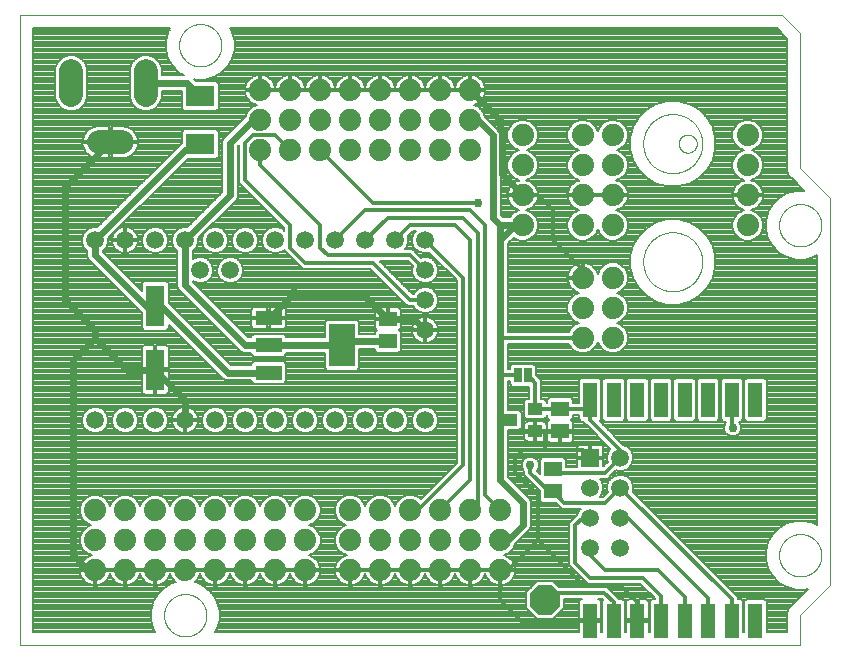
<source format=gtl>
G75*
%MOIN*%
%OFA0B0*%
%FSLAX25Y25*%
%IPPOS*%
%LPD*%
%AMOC8*
5,1,8,0,0,1.08239X$1,22.5*
%
%ADD10C,0.00000*%
%ADD11C,0.05937*%
%ADD12R,0.05937X0.05937*%
%ADD13C,0.07874*%
%ADD14R,0.08800X0.04800*%
%ADD15R,0.08661X0.14173*%
%ADD16C,0.07400*%
%ADD17R,0.09449X0.07087*%
%ADD18R,0.06299X0.13780*%
%ADD19R,0.05906X0.05118*%
%ADD20R,0.04724X0.11811*%
%ADD21OC8,0.10000*%
%ADD22C,0.00100*%
%ADD23R,0.04724X0.04000*%
%ADD24R,0.02500X0.05000*%
%ADD25C,0.02400*%
%ADD26C,0.01200*%
%ADD27C,0.02978*%
%ADD28C,0.00800*%
D10*
X0017500Y0005000D02*
X0017500Y0215000D01*
X0271500Y0215000D01*
X0277500Y0209000D01*
X0277500Y0164000D01*
X0287500Y0154000D01*
X0287500Y0025000D01*
X0277500Y0015000D01*
X0277500Y0005000D01*
X0017500Y0005000D01*
X0065429Y0015000D02*
X0065431Y0015174D01*
X0065438Y0015347D01*
X0065448Y0015520D01*
X0065463Y0015693D01*
X0065482Y0015866D01*
X0065506Y0016038D01*
X0065533Y0016209D01*
X0065565Y0016379D01*
X0065601Y0016549D01*
X0065641Y0016718D01*
X0065685Y0016886D01*
X0065733Y0017053D01*
X0065786Y0017218D01*
X0065842Y0017382D01*
X0065903Y0017545D01*
X0065967Y0017706D01*
X0066036Y0017865D01*
X0066108Y0018023D01*
X0066184Y0018179D01*
X0066264Y0018333D01*
X0066348Y0018485D01*
X0066435Y0018635D01*
X0066526Y0018783D01*
X0066621Y0018928D01*
X0066719Y0019072D01*
X0066821Y0019212D01*
X0066926Y0019350D01*
X0067034Y0019486D01*
X0067146Y0019619D01*
X0067261Y0019749D01*
X0067379Y0019876D01*
X0067500Y0020000D01*
X0067624Y0020121D01*
X0067751Y0020239D01*
X0067881Y0020354D01*
X0068014Y0020466D01*
X0068150Y0020574D01*
X0068288Y0020679D01*
X0068428Y0020781D01*
X0068572Y0020879D01*
X0068717Y0020974D01*
X0068865Y0021065D01*
X0069015Y0021152D01*
X0069167Y0021236D01*
X0069321Y0021316D01*
X0069477Y0021392D01*
X0069635Y0021464D01*
X0069794Y0021533D01*
X0069955Y0021597D01*
X0070118Y0021658D01*
X0070282Y0021714D01*
X0070447Y0021767D01*
X0070614Y0021815D01*
X0070782Y0021859D01*
X0070951Y0021899D01*
X0071121Y0021935D01*
X0071291Y0021967D01*
X0071462Y0021994D01*
X0071634Y0022018D01*
X0071807Y0022037D01*
X0071980Y0022052D01*
X0072153Y0022062D01*
X0072326Y0022069D01*
X0072500Y0022071D01*
X0072674Y0022069D01*
X0072847Y0022062D01*
X0073020Y0022052D01*
X0073193Y0022037D01*
X0073366Y0022018D01*
X0073538Y0021994D01*
X0073709Y0021967D01*
X0073879Y0021935D01*
X0074049Y0021899D01*
X0074218Y0021859D01*
X0074386Y0021815D01*
X0074553Y0021767D01*
X0074718Y0021714D01*
X0074882Y0021658D01*
X0075045Y0021597D01*
X0075206Y0021533D01*
X0075365Y0021464D01*
X0075523Y0021392D01*
X0075679Y0021316D01*
X0075833Y0021236D01*
X0075985Y0021152D01*
X0076135Y0021065D01*
X0076283Y0020974D01*
X0076428Y0020879D01*
X0076572Y0020781D01*
X0076712Y0020679D01*
X0076850Y0020574D01*
X0076986Y0020466D01*
X0077119Y0020354D01*
X0077249Y0020239D01*
X0077376Y0020121D01*
X0077500Y0020000D01*
X0077621Y0019876D01*
X0077739Y0019749D01*
X0077854Y0019619D01*
X0077966Y0019486D01*
X0078074Y0019350D01*
X0078179Y0019212D01*
X0078281Y0019072D01*
X0078379Y0018928D01*
X0078474Y0018783D01*
X0078565Y0018635D01*
X0078652Y0018485D01*
X0078736Y0018333D01*
X0078816Y0018179D01*
X0078892Y0018023D01*
X0078964Y0017865D01*
X0079033Y0017706D01*
X0079097Y0017545D01*
X0079158Y0017382D01*
X0079214Y0017218D01*
X0079267Y0017053D01*
X0079315Y0016886D01*
X0079359Y0016718D01*
X0079399Y0016549D01*
X0079435Y0016379D01*
X0079467Y0016209D01*
X0079494Y0016038D01*
X0079518Y0015866D01*
X0079537Y0015693D01*
X0079552Y0015520D01*
X0079562Y0015347D01*
X0079569Y0015174D01*
X0079571Y0015000D01*
X0079569Y0014826D01*
X0079562Y0014653D01*
X0079552Y0014480D01*
X0079537Y0014307D01*
X0079518Y0014134D01*
X0079494Y0013962D01*
X0079467Y0013791D01*
X0079435Y0013621D01*
X0079399Y0013451D01*
X0079359Y0013282D01*
X0079315Y0013114D01*
X0079267Y0012947D01*
X0079214Y0012782D01*
X0079158Y0012618D01*
X0079097Y0012455D01*
X0079033Y0012294D01*
X0078964Y0012135D01*
X0078892Y0011977D01*
X0078816Y0011821D01*
X0078736Y0011667D01*
X0078652Y0011515D01*
X0078565Y0011365D01*
X0078474Y0011217D01*
X0078379Y0011072D01*
X0078281Y0010928D01*
X0078179Y0010788D01*
X0078074Y0010650D01*
X0077966Y0010514D01*
X0077854Y0010381D01*
X0077739Y0010251D01*
X0077621Y0010124D01*
X0077500Y0010000D01*
X0077376Y0009879D01*
X0077249Y0009761D01*
X0077119Y0009646D01*
X0076986Y0009534D01*
X0076850Y0009426D01*
X0076712Y0009321D01*
X0076572Y0009219D01*
X0076428Y0009121D01*
X0076283Y0009026D01*
X0076135Y0008935D01*
X0075985Y0008848D01*
X0075833Y0008764D01*
X0075679Y0008684D01*
X0075523Y0008608D01*
X0075365Y0008536D01*
X0075206Y0008467D01*
X0075045Y0008403D01*
X0074882Y0008342D01*
X0074718Y0008286D01*
X0074553Y0008233D01*
X0074386Y0008185D01*
X0074218Y0008141D01*
X0074049Y0008101D01*
X0073879Y0008065D01*
X0073709Y0008033D01*
X0073538Y0008006D01*
X0073366Y0007982D01*
X0073193Y0007963D01*
X0073020Y0007948D01*
X0072847Y0007938D01*
X0072674Y0007931D01*
X0072500Y0007929D01*
X0072326Y0007931D01*
X0072153Y0007938D01*
X0071980Y0007948D01*
X0071807Y0007963D01*
X0071634Y0007982D01*
X0071462Y0008006D01*
X0071291Y0008033D01*
X0071121Y0008065D01*
X0070951Y0008101D01*
X0070782Y0008141D01*
X0070614Y0008185D01*
X0070447Y0008233D01*
X0070282Y0008286D01*
X0070118Y0008342D01*
X0069955Y0008403D01*
X0069794Y0008467D01*
X0069635Y0008536D01*
X0069477Y0008608D01*
X0069321Y0008684D01*
X0069167Y0008764D01*
X0069015Y0008848D01*
X0068865Y0008935D01*
X0068717Y0009026D01*
X0068572Y0009121D01*
X0068428Y0009219D01*
X0068288Y0009321D01*
X0068150Y0009426D01*
X0068014Y0009534D01*
X0067881Y0009646D01*
X0067751Y0009761D01*
X0067624Y0009879D01*
X0067500Y0010000D01*
X0067379Y0010124D01*
X0067261Y0010251D01*
X0067146Y0010381D01*
X0067034Y0010514D01*
X0066926Y0010650D01*
X0066821Y0010788D01*
X0066719Y0010928D01*
X0066621Y0011072D01*
X0066526Y0011217D01*
X0066435Y0011365D01*
X0066348Y0011515D01*
X0066264Y0011667D01*
X0066184Y0011821D01*
X0066108Y0011977D01*
X0066036Y0012135D01*
X0065967Y0012294D01*
X0065903Y0012455D01*
X0065842Y0012618D01*
X0065786Y0012782D01*
X0065733Y0012947D01*
X0065685Y0013114D01*
X0065641Y0013282D01*
X0065601Y0013451D01*
X0065565Y0013621D01*
X0065533Y0013791D01*
X0065506Y0013962D01*
X0065482Y0014134D01*
X0065463Y0014307D01*
X0065448Y0014480D01*
X0065438Y0014653D01*
X0065431Y0014826D01*
X0065429Y0015000D01*
X0225157Y0132815D02*
X0225160Y0133057D01*
X0225169Y0133298D01*
X0225184Y0133539D01*
X0225204Y0133780D01*
X0225231Y0134020D01*
X0225264Y0134259D01*
X0225302Y0134498D01*
X0225346Y0134735D01*
X0225396Y0134972D01*
X0225452Y0135207D01*
X0225514Y0135440D01*
X0225581Y0135672D01*
X0225654Y0135903D01*
X0225732Y0136131D01*
X0225817Y0136357D01*
X0225906Y0136582D01*
X0226001Y0136804D01*
X0226102Y0137023D01*
X0226208Y0137241D01*
X0226319Y0137455D01*
X0226436Y0137667D01*
X0226557Y0137875D01*
X0226684Y0138081D01*
X0226816Y0138283D01*
X0226953Y0138483D01*
X0227094Y0138678D01*
X0227240Y0138871D01*
X0227391Y0139059D01*
X0227547Y0139244D01*
X0227707Y0139425D01*
X0227871Y0139602D01*
X0228040Y0139775D01*
X0228213Y0139944D01*
X0228390Y0140108D01*
X0228571Y0140268D01*
X0228756Y0140424D01*
X0228944Y0140575D01*
X0229137Y0140721D01*
X0229332Y0140862D01*
X0229532Y0140999D01*
X0229734Y0141131D01*
X0229940Y0141258D01*
X0230148Y0141379D01*
X0230360Y0141496D01*
X0230574Y0141607D01*
X0230792Y0141713D01*
X0231011Y0141814D01*
X0231233Y0141909D01*
X0231458Y0141998D01*
X0231684Y0142083D01*
X0231912Y0142161D01*
X0232143Y0142234D01*
X0232375Y0142301D01*
X0232608Y0142363D01*
X0232843Y0142419D01*
X0233080Y0142469D01*
X0233317Y0142513D01*
X0233556Y0142551D01*
X0233795Y0142584D01*
X0234035Y0142611D01*
X0234276Y0142631D01*
X0234517Y0142646D01*
X0234758Y0142655D01*
X0235000Y0142658D01*
X0235242Y0142655D01*
X0235483Y0142646D01*
X0235724Y0142631D01*
X0235965Y0142611D01*
X0236205Y0142584D01*
X0236444Y0142551D01*
X0236683Y0142513D01*
X0236920Y0142469D01*
X0237157Y0142419D01*
X0237392Y0142363D01*
X0237625Y0142301D01*
X0237857Y0142234D01*
X0238088Y0142161D01*
X0238316Y0142083D01*
X0238542Y0141998D01*
X0238767Y0141909D01*
X0238989Y0141814D01*
X0239208Y0141713D01*
X0239426Y0141607D01*
X0239640Y0141496D01*
X0239852Y0141379D01*
X0240060Y0141258D01*
X0240266Y0141131D01*
X0240468Y0140999D01*
X0240668Y0140862D01*
X0240863Y0140721D01*
X0241056Y0140575D01*
X0241244Y0140424D01*
X0241429Y0140268D01*
X0241610Y0140108D01*
X0241787Y0139944D01*
X0241960Y0139775D01*
X0242129Y0139602D01*
X0242293Y0139425D01*
X0242453Y0139244D01*
X0242609Y0139059D01*
X0242760Y0138871D01*
X0242906Y0138678D01*
X0243047Y0138483D01*
X0243184Y0138283D01*
X0243316Y0138081D01*
X0243443Y0137875D01*
X0243564Y0137667D01*
X0243681Y0137455D01*
X0243792Y0137241D01*
X0243898Y0137023D01*
X0243999Y0136804D01*
X0244094Y0136582D01*
X0244183Y0136357D01*
X0244268Y0136131D01*
X0244346Y0135903D01*
X0244419Y0135672D01*
X0244486Y0135440D01*
X0244548Y0135207D01*
X0244604Y0134972D01*
X0244654Y0134735D01*
X0244698Y0134498D01*
X0244736Y0134259D01*
X0244769Y0134020D01*
X0244796Y0133780D01*
X0244816Y0133539D01*
X0244831Y0133298D01*
X0244840Y0133057D01*
X0244843Y0132815D01*
X0244840Y0132573D01*
X0244831Y0132332D01*
X0244816Y0132091D01*
X0244796Y0131850D01*
X0244769Y0131610D01*
X0244736Y0131371D01*
X0244698Y0131132D01*
X0244654Y0130895D01*
X0244604Y0130658D01*
X0244548Y0130423D01*
X0244486Y0130190D01*
X0244419Y0129958D01*
X0244346Y0129727D01*
X0244268Y0129499D01*
X0244183Y0129273D01*
X0244094Y0129048D01*
X0243999Y0128826D01*
X0243898Y0128607D01*
X0243792Y0128389D01*
X0243681Y0128175D01*
X0243564Y0127963D01*
X0243443Y0127755D01*
X0243316Y0127549D01*
X0243184Y0127347D01*
X0243047Y0127147D01*
X0242906Y0126952D01*
X0242760Y0126759D01*
X0242609Y0126571D01*
X0242453Y0126386D01*
X0242293Y0126205D01*
X0242129Y0126028D01*
X0241960Y0125855D01*
X0241787Y0125686D01*
X0241610Y0125522D01*
X0241429Y0125362D01*
X0241244Y0125206D01*
X0241056Y0125055D01*
X0240863Y0124909D01*
X0240668Y0124768D01*
X0240468Y0124631D01*
X0240266Y0124499D01*
X0240060Y0124372D01*
X0239852Y0124251D01*
X0239640Y0124134D01*
X0239426Y0124023D01*
X0239208Y0123917D01*
X0238989Y0123816D01*
X0238767Y0123721D01*
X0238542Y0123632D01*
X0238316Y0123547D01*
X0238088Y0123469D01*
X0237857Y0123396D01*
X0237625Y0123329D01*
X0237392Y0123267D01*
X0237157Y0123211D01*
X0236920Y0123161D01*
X0236683Y0123117D01*
X0236444Y0123079D01*
X0236205Y0123046D01*
X0235965Y0123019D01*
X0235724Y0122999D01*
X0235483Y0122984D01*
X0235242Y0122975D01*
X0235000Y0122972D01*
X0234758Y0122975D01*
X0234517Y0122984D01*
X0234276Y0122999D01*
X0234035Y0123019D01*
X0233795Y0123046D01*
X0233556Y0123079D01*
X0233317Y0123117D01*
X0233080Y0123161D01*
X0232843Y0123211D01*
X0232608Y0123267D01*
X0232375Y0123329D01*
X0232143Y0123396D01*
X0231912Y0123469D01*
X0231684Y0123547D01*
X0231458Y0123632D01*
X0231233Y0123721D01*
X0231011Y0123816D01*
X0230792Y0123917D01*
X0230574Y0124023D01*
X0230360Y0124134D01*
X0230148Y0124251D01*
X0229940Y0124372D01*
X0229734Y0124499D01*
X0229532Y0124631D01*
X0229332Y0124768D01*
X0229137Y0124909D01*
X0228944Y0125055D01*
X0228756Y0125206D01*
X0228571Y0125362D01*
X0228390Y0125522D01*
X0228213Y0125686D01*
X0228040Y0125855D01*
X0227871Y0126028D01*
X0227707Y0126205D01*
X0227547Y0126386D01*
X0227391Y0126571D01*
X0227240Y0126759D01*
X0227094Y0126952D01*
X0226953Y0127147D01*
X0226816Y0127347D01*
X0226684Y0127549D01*
X0226557Y0127755D01*
X0226436Y0127963D01*
X0226319Y0128175D01*
X0226208Y0128389D01*
X0226102Y0128607D01*
X0226001Y0128826D01*
X0225906Y0129048D01*
X0225817Y0129273D01*
X0225732Y0129499D01*
X0225654Y0129727D01*
X0225581Y0129958D01*
X0225514Y0130190D01*
X0225452Y0130423D01*
X0225396Y0130658D01*
X0225346Y0130895D01*
X0225302Y0131132D01*
X0225264Y0131371D01*
X0225231Y0131610D01*
X0225204Y0131850D01*
X0225184Y0132091D01*
X0225169Y0132332D01*
X0225160Y0132573D01*
X0225157Y0132815D01*
X0270429Y0145000D02*
X0270431Y0145174D01*
X0270438Y0145347D01*
X0270448Y0145520D01*
X0270463Y0145693D01*
X0270482Y0145866D01*
X0270506Y0146038D01*
X0270533Y0146209D01*
X0270565Y0146379D01*
X0270601Y0146549D01*
X0270641Y0146718D01*
X0270685Y0146886D01*
X0270733Y0147053D01*
X0270786Y0147218D01*
X0270842Y0147382D01*
X0270903Y0147545D01*
X0270967Y0147706D01*
X0271036Y0147865D01*
X0271108Y0148023D01*
X0271184Y0148179D01*
X0271264Y0148333D01*
X0271348Y0148485D01*
X0271435Y0148635D01*
X0271526Y0148783D01*
X0271621Y0148928D01*
X0271719Y0149072D01*
X0271821Y0149212D01*
X0271926Y0149350D01*
X0272034Y0149486D01*
X0272146Y0149619D01*
X0272261Y0149749D01*
X0272379Y0149876D01*
X0272500Y0150000D01*
X0272624Y0150121D01*
X0272751Y0150239D01*
X0272881Y0150354D01*
X0273014Y0150466D01*
X0273150Y0150574D01*
X0273288Y0150679D01*
X0273428Y0150781D01*
X0273572Y0150879D01*
X0273717Y0150974D01*
X0273865Y0151065D01*
X0274015Y0151152D01*
X0274167Y0151236D01*
X0274321Y0151316D01*
X0274477Y0151392D01*
X0274635Y0151464D01*
X0274794Y0151533D01*
X0274955Y0151597D01*
X0275118Y0151658D01*
X0275282Y0151714D01*
X0275447Y0151767D01*
X0275614Y0151815D01*
X0275782Y0151859D01*
X0275951Y0151899D01*
X0276121Y0151935D01*
X0276291Y0151967D01*
X0276462Y0151994D01*
X0276634Y0152018D01*
X0276807Y0152037D01*
X0276980Y0152052D01*
X0277153Y0152062D01*
X0277326Y0152069D01*
X0277500Y0152071D01*
X0277674Y0152069D01*
X0277847Y0152062D01*
X0278020Y0152052D01*
X0278193Y0152037D01*
X0278366Y0152018D01*
X0278538Y0151994D01*
X0278709Y0151967D01*
X0278879Y0151935D01*
X0279049Y0151899D01*
X0279218Y0151859D01*
X0279386Y0151815D01*
X0279553Y0151767D01*
X0279718Y0151714D01*
X0279882Y0151658D01*
X0280045Y0151597D01*
X0280206Y0151533D01*
X0280365Y0151464D01*
X0280523Y0151392D01*
X0280679Y0151316D01*
X0280833Y0151236D01*
X0280985Y0151152D01*
X0281135Y0151065D01*
X0281283Y0150974D01*
X0281428Y0150879D01*
X0281572Y0150781D01*
X0281712Y0150679D01*
X0281850Y0150574D01*
X0281986Y0150466D01*
X0282119Y0150354D01*
X0282249Y0150239D01*
X0282376Y0150121D01*
X0282500Y0150000D01*
X0282621Y0149876D01*
X0282739Y0149749D01*
X0282854Y0149619D01*
X0282966Y0149486D01*
X0283074Y0149350D01*
X0283179Y0149212D01*
X0283281Y0149072D01*
X0283379Y0148928D01*
X0283474Y0148783D01*
X0283565Y0148635D01*
X0283652Y0148485D01*
X0283736Y0148333D01*
X0283816Y0148179D01*
X0283892Y0148023D01*
X0283964Y0147865D01*
X0284033Y0147706D01*
X0284097Y0147545D01*
X0284158Y0147382D01*
X0284214Y0147218D01*
X0284267Y0147053D01*
X0284315Y0146886D01*
X0284359Y0146718D01*
X0284399Y0146549D01*
X0284435Y0146379D01*
X0284467Y0146209D01*
X0284494Y0146038D01*
X0284518Y0145866D01*
X0284537Y0145693D01*
X0284552Y0145520D01*
X0284562Y0145347D01*
X0284569Y0145174D01*
X0284571Y0145000D01*
X0284569Y0144826D01*
X0284562Y0144653D01*
X0284552Y0144480D01*
X0284537Y0144307D01*
X0284518Y0144134D01*
X0284494Y0143962D01*
X0284467Y0143791D01*
X0284435Y0143621D01*
X0284399Y0143451D01*
X0284359Y0143282D01*
X0284315Y0143114D01*
X0284267Y0142947D01*
X0284214Y0142782D01*
X0284158Y0142618D01*
X0284097Y0142455D01*
X0284033Y0142294D01*
X0283964Y0142135D01*
X0283892Y0141977D01*
X0283816Y0141821D01*
X0283736Y0141667D01*
X0283652Y0141515D01*
X0283565Y0141365D01*
X0283474Y0141217D01*
X0283379Y0141072D01*
X0283281Y0140928D01*
X0283179Y0140788D01*
X0283074Y0140650D01*
X0282966Y0140514D01*
X0282854Y0140381D01*
X0282739Y0140251D01*
X0282621Y0140124D01*
X0282500Y0140000D01*
X0282376Y0139879D01*
X0282249Y0139761D01*
X0282119Y0139646D01*
X0281986Y0139534D01*
X0281850Y0139426D01*
X0281712Y0139321D01*
X0281572Y0139219D01*
X0281428Y0139121D01*
X0281283Y0139026D01*
X0281135Y0138935D01*
X0280985Y0138848D01*
X0280833Y0138764D01*
X0280679Y0138684D01*
X0280523Y0138608D01*
X0280365Y0138536D01*
X0280206Y0138467D01*
X0280045Y0138403D01*
X0279882Y0138342D01*
X0279718Y0138286D01*
X0279553Y0138233D01*
X0279386Y0138185D01*
X0279218Y0138141D01*
X0279049Y0138101D01*
X0278879Y0138065D01*
X0278709Y0138033D01*
X0278538Y0138006D01*
X0278366Y0137982D01*
X0278193Y0137963D01*
X0278020Y0137948D01*
X0277847Y0137938D01*
X0277674Y0137931D01*
X0277500Y0137929D01*
X0277326Y0137931D01*
X0277153Y0137938D01*
X0276980Y0137948D01*
X0276807Y0137963D01*
X0276634Y0137982D01*
X0276462Y0138006D01*
X0276291Y0138033D01*
X0276121Y0138065D01*
X0275951Y0138101D01*
X0275782Y0138141D01*
X0275614Y0138185D01*
X0275447Y0138233D01*
X0275282Y0138286D01*
X0275118Y0138342D01*
X0274955Y0138403D01*
X0274794Y0138467D01*
X0274635Y0138536D01*
X0274477Y0138608D01*
X0274321Y0138684D01*
X0274167Y0138764D01*
X0274015Y0138848D01*
X0273865Y0138935D01*
X0273717Y0139026D01*
X0273572Y0139121D01*
X0273428Y0139219D01*
X0273288Y0139321D01*
X0273150Y0139426D01*
X0273014Y0139534D01*
X0272881Y0139646D01*
X0272751Y0139761D01*
X0272624Y0139879D01*
X0272500Y0140000D01*
X0272379Y0140124D01*
X0272261Y0140251D01*
X0272146Y0140381D01*
X0272034Y0140514D01*
X0271926Y0140650D01*
X0271821Y0140788D01*
X0271719Y0140928D01*
X0271621Y0141072D01*
X0271526Y0141217D01*
X0271435Y0141365D01*
X0271348Y0141515D01*
X0271264Y0141667D01*
X0271184Y0141821D01*
X0271108Y0141977D01*
X0271036Y0142135D01*
X0270967Y0142294D01*
X0270903Y0142455D01*
X0270842Y0142618D01*
X0270786Y0142782D01*
X0270733Y0142947D01*
X0270685Y0143114D01*
X0270641Y0143282D01*
X0270601Y0143451D01*
X0270565Y0143621D01*
X0270533Y0143791D01*
X0270506Y0143962D01*
X0270482Y0144134D01*
X0270463Y0144307D01*
X0270448Y0144480D01*
X0270438Y0144653D01*
X0270431Y0144826D01*
X0270429Y0145000D01*
X0225157Y0172185D02*
X0225160Y0172427D01*
X0225169Y0172668D01*
X0225184Y0172909D01*
X0225204Y0173150D01*
X0225231Y0173390D01*
X0225264Y0173629D01*
X0225302Y0173868D01*
X0225346Y0174105D01*
X0225396Y0174342D01*
X0225452Y0174577D01*
X0225514Y0174810D01*
X0225581Y0175042D01*
X0225654Y0175273D01*
X0225732Y0175501D01*
X0225817Y0175727D01*
X0225906Y0175952D01*
X0226001Y0176174D01*
X0226102Y0176393D01*
X0226208Y0176611D01*
X0226319Y0176825D01*
X0226436Y0177037D01*
X0226557Y0177245D01*
X0226684Y0177451D01*
X0226816Y0177653D01*
X0226953Y0177853D01*
X0227094Y0178048D01*
X0227240Y0178241D01*
X0227391Y0178429D01*
X0227547Y0178614D01*
X0227707Y0178795D01*
X0227871Y0178972D01*
X0228040Y0179145D01*
X0228213Y0179314D01*
X0228390Y0179478D01*
X0228571Y0179638D01*
X0228756Y0179794D01*
X0228944Y0179945D01*
X0229137Y0180091D01*
X0229332Y0180232D01*
X0229532Y0180369D01*
X0229734Y0180501D01*
X0229940Y0180628D01*
X0230148Y0180749D01*
X0230360Y0180866D01*
X0230574Y0180977D01*
X0230792Y0181083D01*
X0231011Y0181184D01*
X0231233Y0181279D01*
X0231458Y0181368D01*
X0231684Y0181453D01*
X0231912Y0181531D01*
X0232143Y0181604D01*
X0232375Y0181671D01*
X0232608Y0181733D01*
X0232843Y0181789D01*
X0233080Y0181839D01*
X0233317Y0181883D01*
X0233556Y0181921D01*
X0233795Y0181954D01*
X0234035Y0181981D01*
X0234276Y0182001D01*
X0234517Y0182016D01*
X0234758Y0182025D01*
X0235000Y0182028D01*
X0235242Y0182025D01*
X0235483Y0182016D01*
X0235724Y0182001D01*
X0235965Y0181981D01*
X0236205Y0181954D01*
X0236444Y0181921D01*
X0236683Y0181883D01*
X0236920Y0181839D01*
X0237157Y0181789D01*
X0237392Y0181733D01*
X0237625Y0181671D01*
X0237857Y0181604D01*
X0238088Y0181531D01*
X0238316Y0181453D01*
X0238542Y0181368D01*
X0238767Y0181279D01*
X0238989Y0181184D01*
X0239208Y0181083D01*
X0239426Y0180977D01*
X0239640Y0180866D01*
X0239852Y0180749D01*
X0240060Y0180628D01*
X0240266Y0180501D01*
X0240468Y0180369D01*
X0240668Y0180232D01*
X0240863Y0180091D01*
X0241056Y0179945D01*
X0241244Y0179794D01*
X0241429Y0179638D01*
X0241610Y0179478D01*
X0241787Y0179314D01*
X0241960Y0179145D01*
X0242129Y0178972D01*
X0242293Y0178795D01*
X0242453Y0178614D01*
X0242609Y0178429D01*
X0242760Y0178241D01*
X0242906Y0178048D01*
X0243047Y0177853D01*
X0243184Y0177653D01*
X0243316Y0177451D01*
X0243443Y0177245D01*
X0243564Y0177037D01*
X0243681Y0176825D01*
X0243792Y0176611D01*
X0243898Y0176393D01*
X0243999Y0176174D01*
X0244094Y0175952D01*
X0244183Y0175727D01*
X0244268Y0175501D01*
X0244346Y0175273D01*
X0244419Y0175042D01*
X0244486Y0174810D01*
X0244548Y0174577D01*
X0244604Y0174342D01*
X0244654Y0174105D01*
X0244698Y0173868D01*
X0244736Y0173629D01*
X0244769Y0173390D01*
X0244796Y0173150D01*
X0244816Y0172909D01*
X0244831Y0172668D01*
X0244840Y0172427D01*
X0244843Y0172185D01*
X0244840Y0171943D01*
X0244831Y0171702D01*
X0244816Y0171461D01*
X0244796Y0171220D01*
X0244769Y0170980D01*
X0244736Y0170741D01*
X0244698Y0170502D01*
X0244654Y0170265D01*
X0244604Y0170028D01*
X0244548Y0169793D01*
X0244486Y0169560D01*
X0244419Y0169328D01*
X0244346Y0169097D01*
X0244268Y0168869D01*
X0244183Y0168643D01*
X0244094Y0168418D01*
X0243999Y0168196D01*
X0243898Y0167977D01*
X0243792Y0167759D01*
X0243681Y0167545D01*
X0243564Y0167333D01*
X0243443Y0167125D01*
X0243316Y0166919D01*
X0243184Y0166717D01*
X0243047Y0166517D01*
X0242906Y0166322D01*
X0242760Y0166129D01*
X0242609Y0165941D01*
X0242453Y0165756D01*
X0242293Y0165575D01*
X0242129Y0165398D01*
X0241960Y0165225D01*
X0241787Y0165056D01*
X0241610Y0164892D01*
X0241429Y0164732D01*
X0241244Y0164576D01*
X0241056Y0164425D01*
X0240863Y0164279D01*
X0240668Y0164138D01*
X0240468Y0164001D01*
X0240266Y0163869D01*
X0240060Y0163742D01*
X0239852Y0163621D01*
X0239640Y0163504D01*
X0239426Y0163393D01*
X0239208Y0163287D01*
X0238989Y0163186D01*
X0238767Y0163091D01*
X0238542Y0163002D01*
X0238316Y0162917D01*
X0238088Y0162839D01*
X0237857Y0162766D01*
X0237625Y0162699D01*
X0237392Y0162637D01*
X0237157Y0162581D01*
X0236920Y0162531D01*
X0236683Y0162487D01*
X0236444Y0162449D01*
X0236205Y0162416D01*
X0235965Y0162389D01*
X0235724Y0162369D01*
X0235483Y0162354D01*
X0235242Y0162345D01*
X0235000Y0162342D01*
X0234758Y0162345D01*
X0234517Y0162354D01*
X0234276Y0162369D01*
X0234035Y0162389D01*
X0233795Y0162416D01*
X0233556Y0162449D01*
X0233317Y0162487D01*
X0233080Y0162531D01*
X0232843Y0162581D01*
X0232608Y0162637D01*
X0232375Y0162699D01*
X0232143Y0162766D01*
X0231912Y0162839D01*
X0231684Y0162917D01*
X0231458Y0163002D01*
X0231233Y0163091D01*
X0231011Y0163186D01*
X0230792Y0163287D01*
X0230574Y0163393D01*
X0230360Y0163504D01*
X0230148Y0163621D01*
X0229940Y0163742D01*
X0229734Y0163869D01*
X0229532Y0164001D01*
X0229332Y0164138D01*
X0229137Y0164279D01*
X0228944Y0164425D01*
X0228756Y0164576D01*
X0228571Y0164732D01*
X0228390Y0164892D01*
X0228213Y0165056D01*
X0228040Y0165225D01*
X0227871Y0165398D01*
X0227707Y0165575D01*
X0227547Y0165756D01*
X0227391Y0165941D01*
X0227240Y0166129D01*
X0227094Y0166322D01*
X0226953Y0166517D01*
X0226816Y0166717D01*
X0226684Y0166919D01*
X0226557Y0167125D01*
X0226436Y0167333D01*
X0226319Y0167545D01*
X0226208Y0167759D01*
X0226102Y0167977D01*
X0226001Y0168196D01*
X0225906Y0168418D01*
X0225817Y0168643D01*
X0225732Y0168869D01*
X0225654Y0169097D01*
X0225581Y0169328D01*
X0225514Y0169560D01*
X0225452Y0169793D01*
X0225396Y0170028D01*
X0225346Y0170265D01*
X0225302Y0170502D01*
X0225264Y0170741D01*
X0225231Y0170980D01*
X0225204Y0171220D01*
X0225184Y0171461D01*
X0225169Y0171702D01*
X0225160Y0171943D01*
X0225157Y0172185D01*
X0070429Y0205000D02*
X0070431Y0205174D01*
X0070438Y0205347D01*
X0070448Y0205520D01*
X0070463Y0205693D01*
X0070482Y0205866D01*
X0070506Y0206038D01*
X0070533Y0206209D01*
X0070565Y0206379D01*
X0070601Y0206549D01*
X0070641Y0206718D01*
X0070685Y0206886D01*
X0070733Y0207053D01*
X0070786Y0207218D01*
X0070842Y0207382D01*
X0070903Y0207545D01*
X0070967Y0207706D01*
X0071036Y0207865D01*
X0071108Y0208023D01*
X0071184Y0208179D01*
X0071264Y0208333D01*
X0071348Y0208485D01*
X0071435Y0208635D01*
X0071526Y0208783D01*
X0071621Y0208928D01*
X0071719Y0209072D01*
X0071821Y0209212D01*
X0071926Y0209350D01*
X0072034Y0209486D01*
X0072146Y0209619D01*
X0072261Y0209749D01*
X0072379Y0209876D01*
X0072500Y0210000D01*
X0072624Y0210121D01*
X0072751Y0210239D01*
X0072881Y0210354D01*
X0073014Y0210466D01*
X0073150Y0210574D01*
X0073288Y0210679D01*
X0073428Y0210781D01*
X0073572Y0210879D01*
X0073717Y0210974D01*
X0073865Y0211065D01*
X0074015Y0211152D01*
X0074167Y0211236D01*
X0074321Y0211316D01*
X0074477Y0211392D01*
X0074635Y0211464D01*
X0074794Y0211533D01*
X0074955Y0211597D01*
X0075118Y0211658D01*
X0075282Y0211714D01*
X0075447Y0211767D01*
X0075614Y0211815D01*
X0075782Y0211859D01*
X0075951Y0211899D01*
X0076121Y0211935D01*
X0076291Y0211967D01*
X0076462Y0211994D01*
X0076634Y0212018D01*
X0076807Y0212037D01*
X0076980Y0212052D01*
X0077153Y0212062D01*
X0077326Y0212069D01*
X0077500Y0212071D01*
X0077674Y0212069D01*
X0077847Y0212062D01*
X0078020Y0212052D01*
X0078193Y0212037D01*
X0078366Y0212018D01*
X0078538Y0211994D01*
X0078709Y0211967D01*
X0078879Y0211935D01*
X0079049Y0211899D01*
X0079218Y0211859D01*
X0079386Y0211815D01*
X0079553Y0211767D01*
X0079718Y0211714D01*
X0079882Y0211658D01*
X0080045Y0211597D01*
X0080206Y0211533D01*
X0080365Y0211464D01*
X0080523Y0211392D01*
X0080679Y0211316D01*
X0080833Y0211236D01*
X0080985Y0211152D01*
X0081135Y0211065D01*
X0081283Y0210974D01*
X0081428Y0210879D01*
X0081572Y0210781D01*
X0081712Y0210679D01*
X0081850Y0210574D01*
X0081986Y0210466D01*
X0082119Y0210354D01*
X0082249Y0210239D01*
X0082376Y0210121D01*
X0082500Y0210000D01*
X0082621Y0209876D01*
X0082739Y0209749D01*
X0082854Y0209619D01*
X0082966Y0209486D01*
X0083074Y0209350D01*
X0083179Y0209212D01*
X0083281Y0209072D01*
X0083379Y0208928D01*
X0083474Y0208783D01*
X0083565Y0208635D01*
X0083652Y0208485D01*
X0083736Y0208333D01*
X0083816Y0208179D01*
X0083892Y0208023D01*
X0083964Y0207865D01*
X0084033Y0207706D01*
X0084097Y0207545D01*
X0084158Y0207382D01*
X0084214Y0207218D01*
X0084267Y0207053D01*
X0084315Y0206886D01*
X0084359Y0206718D01*
X0084399Y0206549D01*
X0084435Y0206379D01*
X0084467Y0206209D01*
X0084494Y0206038D01*
X0084518Y0205866D01*
X0084537Y0205693D01*
X0084552Y0205520D01*
X0084562Y0205347D01*
X0084569Y0205174D01*
X0084571Y0205000D01*
X0084569Y0204826D01*
X0084562Y0204653D01*
X0084552Y0204480D01*
X0084537Y0204307D01*
X0084518Y0204134D01*
X0084494Y0203962D01*
X0084467Y0203791D01*
X0084435Y0203621D01*
X0084399Y0203451D01*
X0084359Y0203282D01*
X0084315Y0203114D01*
X0084267Y0202947D01*
X0084214Y0202782D01*
X0084158Y0202618D01*
X0084097Y0202455D01*
X0084033Y0202294D01*
X0083964Y0202135D01*
X0083892Y0201977D01*
X0083816Y0201821D01*
X0083736Y0201667D01*
X0083652Y0201515D01*
X0083565Y0201365D01*
X0083474Y0201217D01*
X0083379Y0201072D01*
X0083281Y0200928D01*
X0083179Y0200788D01*
X0083074Y0200650D01*
X0082966Y0200514D01*
X0082854Y0200381D01*
X0082739Y0200251D01*
X0082621Y0200124D01*
X0082500Y0200000D01*
X0082376Y0199879D01*
X0082249Y0199761D01*
X0082119Y0199646D01*
X0081986Y0199534D01*
X0081850Y0199426D01*
X0081712Y0199321D01*
X0081572Y0199219D01*
X0081428Y0199121D01*
X0081283Y0199026D01*
X0081135Y0198935D01*
X0080985Y0198848D01*
X0080833Y0198764D01*
X0080679Y0198684D01*
X0080523Y0198608D01*
X0080365Y0198536D01*
X0080206Y0198467D01*
X0080045Y0198403D01*
X0079882Y0198342D01*
X0079718Y0198286D01*
X0079553Y0198233D01*
X0079386Y0198185D01*
X0079218Y0198141D01*
X0079049Y0198101D01*
X0078879Y0198065D01*
X0078709Y0198033D01*
X0078538Y0198006D01*
X0078366Y0197982D01*
X0078193Y0197963D01*
X0078020Y0197948D01*
X0077847Y0197938D01*
X0077674Y0197931D01*
X0077500Y0197929D01*
X0077326Y0197931D01*
X0077153Y0197938D01*
X0076980Y0197948D01*
X0076807Y0197963D01*
X0076634Y0197982D01*
X0076462Y0198006D01*
X0076291Y0198033D01*
X0076121Y0198065D01*
X0075951Y0198101D01*
X0075782Y0198141D01*
X0075614Y0198185D01*
X0075447Y0198233D01*
X0075282Y0198286D01*
X0075118Y0198342D01*
X0074955Y0198403D01*
X0074794Y0198467D01*
X0074635Y0198536D01*
X0074477Y0198608D01*
X0074321Y0198684D01*
X0074167Y0198764D01*
X0074015Y0198848D01*
X0073865Y0198935D01*
X0073717Y0199026D01*
X0073572Y0199121D01*
X0073428Y0199219D01*
X0073288Y0199321D01*
X0073150Y0199426D01*
X0073014Y0199534D01*
X0072881Y0199646D01*
X0072751Y0199761D01*
X0072624Y0199879D01*
X0072500Y0200000D01*
X0072379Y0200124D01*
X0072261Y0200251D01*
X0072146Y0200381D01*
X0072034Y0200514D01*
X0071926Y0200650D01*
X0071821Y0200788D01*
X0071719Y0200928D01*
X0071621Y0201072D01*
X0071526Y0201217D01*
X0071435Y0201365D01*
X0071348Y0201515D01*
X0071264Y0201667D01*
X0071184Y0201821D01*
X0071108Y0201977D01*
X0071036Y0202135D01*
X0070967Y0202294D01*
X0070903Y0202455D01*
X0070842Y0202618D01*
X0070786Y0202782D01*
X0070733Y0202947D01*
X0070685Y0203114D01*
X0070641Y0203282D01*
X0070601Y0203451D01*
X0070565Y0203621D01*
X0070533Y0203791D01*
X0070506Y0203962D01*
X0070482Y0204134D01*
X0070463Y0204307D01*
X0070448Y0204480D01*
X0070438Y0204653D01*
X0070431Y0204826D01*
X0070429Y0205000D01*
X0270429Y0035000D02*
X0270431Y0035174D01*
X0270438Y0035347D01*
X0270448Y0035520D01*
X0270463Y0035693D01*
X0270482Y0035866D01*
X0270506Y0036038D01*
X0270533Y0036209D01*
X0270565Y0036379D01*
X0270601Y0036549D01*
X0270641Y0036718D01*
X0270685Y0036886D01*
X0270733Y0037053D01*
X0270786Y0037218D01*
X0270842Y0037382D01*
X0270903Y0037545D01*
X0270967Y0037706D01*
X0271036Y0037865D01*
X0271108Y0038023D01*
X0271184Y0038179D01*
X0271264Y0038333D01*
X0271348Y0038485D01*
X0271435Y0038635D01*
X0271526Y0038783D01*
X0271621Y0038928D01*
X0271719Y0039072D01*
X0271821Y0039212D01*
X0271926Y0039350D01*
X0272034Y0039486D01*
X0272146Y0039619D01*
X0272261Y0039749D01*
X0272379Y0039876D01*
X0272500Y0040000D01*
X0272624Y0040121D01*
X0272751Y0040239D01*
X0272881Y0040354D01*
X0273014Y0040466D01*
X0273150Y0040574D01*
X0273288Y0040679D01*
X0273428Y0040781D01*
X0273572Y0040879D01*
X0273717Y0040974D01*
X0273865Y0041065D01*
X0274015Y0041152D01*
X0274167Y0041236D01*
X0274321Y0041316D01*
X0274477Y0041392D01*
X0274635Y0041464D01*
X0274794Y0041533D01*
X0274955Y0041597D01*
X0275118Y0041658D01*
X0275282Y0041714D01*
X0275447Y0041767D01*
X0275614Y0041815D01*
X0275782Y0041859D01*
X0275951Y0041899D01*
X0276121Y0041935D01*
X0276291Y0041967D01*
X0276462Y0041994D01*
X0276634Y0042018D01*
X0276807Y0042037D01*
X0276980Y0042052D01*
X0277153Y0042062D01*
X0277326Y0042069D01*
X0277500Y0042071D01*
X0277674Y0042069D01*
X0277847Y0042062D01*
X0278020Y0042052D01*
X0278193Y0042037D01*
X0278366Y0042018D01*
X0278538Y0041994D01*
X0278709Y0041967D01*
X0278879Y0041935D01*
X0279049Y0041899D01*
X0279218Y0041859D01*
X0279386Y0041815D01*
X0279553Y0041767D01*
X0279718Y0041714D01*
X0279882Y0041658D01*
X0280045Y0041597D01*
X0280206Y0041533D01*
X0280365Y0041464D01*
X0280523Y0041392D01*
X0280679Y0041316D01*
X0280833Y0041236D01*
X0280985Y0041152D01*
X0281135Y0041065D01*
X0281283Y0040974D01*
X0281428Y0040879D01*
X0281572Y0040781D01*
X0281712Y0040679D01*
X0281850Y0040574D01*
X0281986Y0040466D01*
X0282119Y0040354D01*
X0282249Y0040239D01*
X0282376Y0040121D01*
X0282500Y0040000D01*
X0282621Y0039876D01*
X0282739Y0039749D01*
X0282854Y0039619D01*
X0282966Y0039486D01*
X0283074Y0039350D01*
X0283179Y0039212D01*
X0283281Y0039072D01*
X0283379Y0038928D01*
X0283474Y0038783D01*
X0283565Y0038635D01*
X0283652Y0038485D01*
X0283736Y0038333D01*
X0283816Y0038179D01*
X0283892Y0038023D01*
X0283964Y0037865D01*
X0284033Y0037706D01*
X0284097Y0037545D01*
X0284158Y0037382D01*
X0284214Y0037218D01*
X0284267Y0037053D01*
X0284315Y0036886D01*
X0284359Y0036718D01*
X0284399Y0036549D01*
X0284435Y0036379D01*
X0284467Y0036209D01*
X0284494Y0036038D01*
X0284518Y0035866D01*
X0284537Y0035693D01*
X0284552Y0035520D01*
X0284562Y0035347D01*
X0284569Y0035174D01*
X0284571Y0035000D01*
X0284569Y0034826D01*
X0284562Y0034653D01*
X0284552Y0034480D01*
X0284537Y0034307D01*
X0284518Y0034134D01*
X0284494Y0033962D01*
X0284467Y0033791D01*
X0284435Y0033621D01*
X0284399Y0033451D01*
X0284359Y0033282D01*
X0284315Y0033114D01*
X0284267Y0032947D01*
X0284214Y0032782D01*
X0284158Y0032618D01*
X0284097Y0032455D01*
X0284033Y0032294D01*
X0283964Y0032135D01*
X0283892Y0031977D01*
X0283816Y0031821D01*
X0283736Y0031667D01*
X0283652Y0031515D01*
X0283565Y0031365D01*
X0283474Y0031217D01*
X0283379Y0031072D01*
X0283281Y0030928D01*
X0283179Y0030788D01*
X0283074Y0030650D01*
X0282966Y0030514D01*
X0282854Y0030381D01*
X0282739Y0030251D01*
X0282621Y0030124D01*
X0282500Y0030000D01*
X0282376Y0029879D01*
X0282249Y0029761D01*
X0282119Y0029646D01*
X0281986Y0029534D01*
X0281850Y0029426D01*
X0281712Y0029321D01*
X0281572Y0029219D01*
X0281428Y0029121D01*
X0281283Y0029026D01*
X0281135Y0028935D01*
X0280985Y0028848D01*
X0280833Y0028764D01*
X0280679Y0028684D01*
X0280523Y0028608D01*
X0280365Y0028536D01*
X0280206Y0028467D01*
X0280045Y0028403D01*
X0279882Y0028342D01*
X0279718Y0028286D01*
X0279553Y0028233D01*
X0279386Y0028185D01*
X0279218Y0028141D01*
X0279049Y0028101D01*
X0278879Y0028065D01*
X0278709Y0028033D01*
X0278538Y0028006D01*
X0278366Y0027982D01*
X0278193Y0027963D01*
X0278020Y0027948D01*
X0277847Y0027938D01*
X0277674Y0027931D01*
X0277500Y0027929D01*
X0277326Y0027931D01*
X0277153Y0027938D01*
X0276980Y0027948D01*
X0276807Y0027963D01*
X0276634Y0027982D01*
X0276462Y0028006D01*
X0276291Y0028033D01*
X0276121Y0028065D01*
X0275951Y0028101D01*
X0275782Y0028141D01*
X0275614Y0028185D01*
X0275447Y0028233D01*
X0275282Y0028286D01*
X0275118Y0028342D01*
X0274955Y0028403D01*
X0274794Y0028467D01*
X0274635Y0028536D01*
X0274477Y0028608D01*
X0274321Y0028684D01*
X0274167Y0028764D01*
X0274015Y0028848D01*
X0273865Y0028935D01*
X0273717Y0029026D01*
X0273572Y0029121D01*
X0273428Y0029219D01*
X0273288Y0029321D01*
X0273150Y0029426D01*
X0273014Y0029534D01*
X0272881Y0029646D01*
X0272751Y0029761D01*
X0272624Y0029879D01*
X0272500Y0030000D01*
X0272379Y0030124D01*
X0272261Y0030251D01*
X0272146Y0030381D01*
X0272034Y0030514D01*
X0271926Y0030650D01*
X0271821Y0030788D01*
X0271719Y0030928D01*
X0271621Y0031072D01*
X0271526Y0031217D01*
X0271435Y0031365D01*
X0271348Y0031515D01*
X0271264Y0031667D01*
X0271184Y0031821D01*
X0271108Y0031977D01*
X0271036Y0032135D01*
X0270967Y0032294D01*
X0270903Y0032455D01*
X0270842Y0032618D01*
X0270786Y0032782D01*
X0270733Y0032947D01*
X0270685Y0033114D01*
X0270641Y0033282D01*
X0270601Y0033451D01*
X0270565Y0033621D01*
X0270533Y0033791D01*
X0270506Y0033962D01*
X0270482Y0034134D01*
X0270463Y0034307D01*
X0270448Y0034480D01*
X0270438Y0034653D01*
X0270431Y0034826D01*
X0270429Y0035000D01*
D11*
X0217500Y0037500D03*
X0207500Y0037500D03*
X0207500Y0047500D03*
X0217500Y0047500D03*
X0217500Y0057500D03*
X0207500Y0057500D03*
X0217500Y0067500D03*
X0152500Y0080000D03*
X0142500Y0080000D03*
X0132500Y0080000D03*
X0122500Y0080000D03*
X0112500Y0080000D03*
X0102500Y0080000D03*
X0092500Y0080000D03*
X0082500Y0080000D03*
X0072500Y0080000D03*
X0062500Y0080000D03*
X0052500Y0080000D03*
X0042500Y0080000D03*
X0077500Y0130000D03*
X0087500Y0130000D03*
X0082500Y0140000D03*
X0092500Y0140000D03*
X0102500Y0140000D03*
X0112500Y0140000D03*
X0122500Y0140000D03*
X0132500Y0140000D03*
X0142500Y0140000D03*
X0152500Y0140000D03*
X0152500Y0130000D03*
X0152500Y0120000D03*
X0152500Y0110000D03*
X0072500Y0140000D03*
X0062500Y0140000D03*
X0052500Y0140000D03*
X0042500Y0140000D03*
D12*
X0207500Y0067500D03*
D13*
X0051457Y0172657D02*
X0043583Y0172657D01*
X0034528Y0188406D02*
X0034528Y0196280D01*
X0059331Y0196280D02*
X0059331Y0188406D01*
D14*
X0100300Y0114100D03*
X0100300Y0105000D03*
X0100300Y0095900D03*
D15*
X0124701Y0105000D03*
D16*
X0185000Y0145000D03*
X0185000Y0155000D03*
X0185000Y0165000D03*
X0185000Y0175000D03*
X0167500Y0170000D03*
X0157500Y0170000D03*
X0147500Y0170000D03*
X0137500Y0170000D03*
X0127500Y0170000D03*
X0117500Y0170000D03*
X0107500Y0170000D03*
X0097500Y0170000D03*
X0097500Y0180000D03*
X0107500Y0180000D03*
X0107500Y0190000D03*
X0097500Y0190000D03*
X0117500Y0190000D03*
X0127500Y0190000D03*
X0137500Y0190000D03*
X0147500Y0190000D03*
X0157500Y0190000D03*
X0167500Y0190000D03*
X0167500Y0180000D03*
X0157500Y0180000D03*
X0147500Y0180000D03*
X0137500Y0180000D03*
X0127500Y0180000D03*
X0117500Y0180000D03*
X0205000Y0175000D03*
X0215000Y0175000D03*
X0215000Y0165000D03*
X0205000Y0165000D03*
X0205000Y0155000D03*
X0215000Y0155000D03*
X0215000Y0145000D03*
X0205000Y0145000D03*
X0205000Y0127500D03*
X0215000Y0127500D03*
X0215000Y0117500D03*
X0205000Y0117500D03*
X0205000Y0107500D03*
X0215000Y0107500D03*
X0260000Y0145000D03*
X0260000Y0155000D03*
X0260000Y0165000D03*
X0260000Y0175000D03*
X0177500Y0050000D03*
X0167500Y0050000D03*
X0157500Y0050000D03*
X0147500Y0050000D03*
X0137500Y0050000D03*
X0127500Y0050000D03*
X0127500Y0040000D03*
X0137500Y0040000D03*
X0147500Y0040000D03*
X0157500Y0040000D03*
X0167500Y0040000D03*
X0177500Y0040000D03*
X0177500Y0030000D03*
X0167500Y0030000D03*
X0157500Y0030000D03*
X0147500Y0030000D03*
X0137500Y0030000D03*
X0127500Y0030000D03*
X0112500Y0030000D03*
X0102500Y0030000D03*
X0092500Y0030000D03*
X0082500Y0030000D03*
X0072500Y0030000D03*
X0062500Y0030000D03*
X0052500Y0030000D03*
X0042500Y0030000D03*
X0042500Y0040000D03*
X0052500Y0040000D03*
X0062500Y0040000D03*
X0072500Y0040000D03*
X0082500Y0040000D03*
X0092500Y0040000D03*
X0102500Y0040000D03*
X0112500Y0040000D03*
X0112500Y0050000D03*
X0102500Y0050000D03*
X0092500Y0050000D03*
X0082500Y0050000D03*
X0072500Y0050000D03*
X0062500Y0050000D03*
X0052500Y0050000D03*
X0042500Y0050000D03*
D17*
X0077500Y0172028D03*
X0077500Y0187972D03*
D18*
X0062500Y0118130D03*
X0062500Y0096870D03*
D19*
X0140000Y0106260D03*
X0140000Y0113740D03*
X0197500Y0083740D03*
X0197500Y0076260D03*
X0195000Y0063740D03*
X0195000Y0056260D03*
D20*
X0207441Y0086811D03*
X0215315Y0086811D03*
X0223189Y0086811D03*
X0231063Y0086811D03*
X0238937Y0086811D03*
X0246811Y0086811D03*
X0254685Y0086811D03*
X0262559Y0086811D03*
X0262559Y0013189D03*
X0254685Y0013189D03*
X0246811Y0013189D03*
X0238937Y0013189D03*
X0231063Y0013189D03*
X0223189Y0013189D03*
X0215315Y0013189D03*
X0207441Y0013189D03*
D21*
X0192500Y0020000D03*
D22*
X0237000Y0172185D02*
X0237002Y0172294D01*
X0237008Y0172403D01*
X0237018Y0172511D01*
X0237032Y0172619D01*
X0237049Y0172727D01*
X0237071Y0172834D01*
X0237096Y0172940D01*
X0237126Y0173044D01*
X0237159Y0173148D01*
X0237196Y0173251D01*
X0237236Y0173352D01*
X0237280Y0173451D01*
X0237328Y0173549D01*
X0237380Y0173646D01*
X0237434Y0173740D01*
X0237492Y0173832D01*
X0237554Y0173922D01*
X0237619Y0174009D01*
X0237686Y0174095D01*
X0237757Y0174178D01*
X0237831Y0174258D01*
X0237908Y0174335D01*
X0237987Y0174410D01*
X0238069Y0174481D01*
X0238154Y0174550D01*
X0238241Y0174615D01*
X0238330Y0174678D01*
X0238422Y0174736D01*
X0238516Y0174792D01*
X0238611Y0174844D01*
X0238709Y0174893D01*
X0238808Y0174938D01*
X0238909Y0174980D01*
X0239011Y0175017D01*
X0239114Y0175051D01*
X0239219Y0175082D01*
X0239325Y0175108D01*
X0239431Y0175131D01*
X0239539Y0175149D01*
X0239647Y0175164D01*
X0239755Y0175175D01*
X0239864Y0175182D01*
X0239973Y0175185D01*
X0240082Y0175184D01*
X0240191Y0175179D01*
X0240299Y0175170D01*
X0240407Y0175157D01*
X0240515Y0175140D01*
X0240622Y0175120D01*
X0240728Y0175095D01*
X0240833Y0175067D01*
X0240937Y0175035D01*
X0241040Y0174999D01*
X0241142Y0174959D01*
X0241242Y0174916D01*
X0241340Y0174869D01*
X0241437Y0174819D01*
X0241531Y0174765D01*
X0241624Y0174707D01*
X0241715Y0174647D01*
X0241803Y0174583D01*
X0241889Y0174516D01*
X0241972Y0174446D01*
X0242053Y0174373D01*
X0242131Y0174297D01*
X0242206Y0174218D01*
X0242279Y0174136D01*
X0242348Y0174052D01*
X0242414Y0173966D01*
X0242477Y0173877D01*
X0242537Y0173786D01*
X0242594Y0173693D01*
X0242647Y0173598D01*
X0242696Y0173501D01*
X0242742Y0173402D01*
X0242784Y0173302D01*
X0242823Y0173200D01*
X0242858Y0173096D01*
X0242889Y0172992D01*
X0242917Y0172887D01*
X0242940Y0172780D01*
X0242960Y0172673D01*
X0242976Y0172565D01*
X0242988Y0172457D01*
X0242996Y0172348D01*
X0243000Y0172239D01*
X0243000Y0172131D01*
X0242996Y0172022D01*
X0242988Y0171913D01*
X0242976Y0171805D01*
X0242960Y0171697D01*
X0242940Y0171590D01*
X0242917Y0171483D01*
X0242889Y0171378D01*
X0242858Y0171274D01*
X0242823Y0171170D01*
X0242784Y0171068D01*
X0242742Y0170968D01*
X0242696Y0170869D01*
X0242647Y0170772D01*
X0242594Y0170677D01*
X0242537Y0170584D01*
X0242477Y0170493D01*
X0242414Y0170404D01*
X0242348Y0170318D01*
X0242279Y0170234D01*
X0242206Y0170152D01*
X0242131Y0170073D01*
X0242053Y0169997D01*
X0241972Y0169924D01*
X0241889Y0169854D01*
X0241803Y0169787D01*
X0241715Y0169723D01*
X0241624Y0169663D01*
X0241531Y0169605D01*
X0241437Y0169551D01*
X0241340Y0169501D01*
X0241242Y0169454D01*
X0241142Y0169411D01*
X0241040Y0169371D01*
X0240937Y0169335D01*
X0240833Y0169303D01*
X0240728Y0169275D01*
X0240622Y0169250D01*
X0240515Y0169230D01*
X0240407Y0169213D01*
X0240299Y0169200D01*
X0240191Y0169191D01*
X0240082Y0169186D01*
X0239973Y0169185D01*
X0239864Y0169188D01*
X0239755Y0169195D01*
X0239647Y0169206D01*
X0239539Y0169221D01*
X0239431Y0169239D01*
X0239325Y0169262D01*
X0239219Y0169288D01*
X0239114Y0169319D01*
X0239011Y0169353D01*
X0238909Y0169390D01*
X0238808Y0169432D01*
X0238709Y0169477D01*
X0238611Y0169526D01*
X0238516Y0169578D01*
X0238422Y0169634D01*
X0238330Y0169692D01*
X0238241Y0169755D01*
X0238154Y0169820D01*
X0238069Y0169889D01*
X0237987Y0169960D01*
X0237908Y0170035D01*
X0237831Y0170112D01*
X0237757Y0170192D01*
X0237686Y0170275D01*
X0237619Y0170361D01*
X0237554Y0170448D01*
X0237492Y0170538D01*
X0237434Y0170630D01*
X0237380Y0170724D01*
X0237328Y0170821D01*
X0237280Y0170919D01*
X0237236Y0171018D01*
X0237196Y0171119D01*
X0237159Y0171222D01*
X0237126Y0171326D01*
X0237096Y0171430D01*
X0237071Y0171536D01*
X0237049Y0171643D01*
X0237032Y0171751D01*
X0237018Y0171859D01*
X0237008Y0171967D01*
X0237002Y0172076D01*
X0237000Y0172185D01*
D23*
X0189173Y0083740D03*
X0180827Y0080000D03*
X0189173Y0076260D03*
D24*
X0186600Y0095000D03*
X0183400Y0095000D03*
D25*
X0177500Y0095000D02*
X0177500Y0107500D01*
X0177500Y0140000D01*
X0182500Y0145000D01*
X0185000Y0145000D01*
X0177500Y0145000D01*
X0177500Y0140000D01*
X0177500Y0145000D02*
X0175000Y0147500D01*
X0175000Y0175000D01*
X0170000Y0180000D01*
X0167500Y0180000D01*
X0167500Y0190000D02*
X0177500Y0180000D01*
X0177500Y0176743D01*
X0178000Y0176243D01*
X0178000Y0162000D01*
X0185000Y0155000D01*
X0140000Y0113740D02*
X0131240Y0122500D01*
X0108700Y0122500D01*
X0100300Y0114100D01*
X0100300Y0105000D02*
X0092500Y0105000D01*
X0072500Y0125000D01*
X0072500Y0140000D01*
X0087500Y0155000D01*
X0087500Y0172500D01*
X0095000Y0180000D01*
X0097500Y0180000D01*
X0077500Y0172028D02*
X0075472Y0170000D01*
X0072500Y0170000D01*
X0042500Y0140000D01*
X0042500Y0135000D01*
X0060000Y0117500D01*
X0061870Y0117500D01*
X0062500Y0118130D01*
X0064370Y0118130D01*
X0086600Y0095900D01*
X0100300Y0095900D01*
X0100300Y0105000D02*
X0124701Y0105000D01*
X0125961Y0106260D01*
X0140000Y0106260D01*
X0140000Y0113740D02*
X0148760Y0113740D01*
X0152500Y0110000D01*
X0177500Y0095000D02*
X0177500Y0080000D01*
X0177500Y0060000D01*
X0185000Y0052500D01*
X0185000Y0045000D01*
X0180000Y0040000D01*
X0177500Y0040000D01*
X0072500Y0080000D02*
X0072500Y0086870D01*
X0062500Y0096870D01*
X0053130Y0096870D01*
X0042500Y0107500D01*
X0042500Y0110000D01*
X0032500Y0120000D01*
X0032500Y0157638D01*
X0047520Y0172657D01*
X0059331Y0192343D02*
X0073130Y0192343D01*
X0077500Y0187972D01*
X0042500Y0107500D02*
X0035000Y0100000D01*
X0035000Y0035000D01*
X0040000Y0030000D01*
X0042500Y0030000D01*
D26*
X0147500Y0050000D02*
X0150000Y0050000D01*
X0165000Y0065000D01*
X0165000Y0127500D01*
X0152500Y0140000D01*
X0147500Y0135000D02*
X0120000Y0135000D01*
X0117500Y0137500D01*
X0117500Y0145000D01*
X0097500Y0165000D01*
X0097500Y0170000D01*
X0092500Y0172500D02*
X0092500Y0160000D01*
X0107500Y0145000D01*
X0107500Y0137500D01*
X0112500Y0132500D01*
X0135000Y0132500D01*
X0147500Y0120000D01*
X0152500Y0120000D01*
X0152500Y0130000D02*
X0147500Y0135000D01*
X0142500Y0140000D02*
X0147500Y0145000D01*
X0162500Y0145000D01*
X0167500Y0140000D01*
X0167500Y0060000D01*
X0157500Y0050000D01*
X0167500Y0050000D02*
X0170000Y0052500D01*
X0170000Y0142500D01*
X0165000Y0147500D01*
X0140000Y0147500D01*
X0132500Y0140000D01*
X0122500Y0140000D02*
X0132500Y0150000D01*
X0167500Y0150000D01*
X0172500Y0145000D01*
X0172500Y0055000D01*
X0177500Y0050000D01*
X0182500Y0062500D02*
X0190000Y0055000D01*
X0190000Y0040000D01*
X0205000Y0025000D01*
X0217500Y0025000D01*
X0223189Y0019311D01*
X0223189Y0013189D01*
X0222500Y0013878D01*
X0215315Y0013189D02*
X0215315Y0019339D01*
X0212192Y0022462D01*
X0194962Y0022462D01*
X0192500Y0020000D01*
X0184311Y0013189D02*
X0177500Y0020000D01*
X0177500Y0030000D01*
X0180000Y0030000D01*
X0190000Y0040000D01*
X0202500Y0045000D02*
X0202500Y0032500D01*
X0207500Y0027500D01*
X0225000Y0027500D01*
X0231063Y0021437D01*
X0231063Y0013189D01*
X0238937Y0013189D02*
X0238937Y0021063D01*
X0230000Y0030000D01*
X0212500Y0030000D01*
X0207500Y0035000D01*
X0207500Y0037500D01*
X0202500Y0045000D02*
X0205000Y0047500D01*
X0207500Y0047500D01*
X0212500Y0052500D02*
X0198760Y0052500D01*
X0195000Y0056260D01*
X0193740Y0056260D01*
X0187500Y0062500D01*
X0187500Y0065000D01*
X0182500Y0067500D02*
X0182500Y0062500D01*
X0182500Y0067500D02*
X0185000Y0070000D01*
X0192500Y0070000D01*
X0192500Y0076260D01*
X0197500Y0076260D01*
X0192500Y0076260D02*
X0189173Y0076260D01*
X0180827Y0080000D02*
X0177500Y0080000D01*
X0189173Y0083740D02*
X0197500Y0083740D01*
X0206870Y0083740D01*
X0207441Y0086811D01*
X0207441Y0080059D01*
X0217500Y0070000D01*
X0217500Y0067500D01*
X0212500Y0062500D01*
X0196260Y0062500D01*
X0195000Y0063740D01*
X0192500Y0070000D02*
X0205000Y0070000D01*
X0207500Y0067500D01*
X0217500Y0057500D02*
X0212500Y0052500D01*
X0217500Y0057500D02*
X0254685Y0020315D01*
X0254685Y0013189D01*
X0246811Y0013189D02*
X0246811Y0020689D01*
X0220000Y0047500D01*
X0217500Y0047500D01*
X0254685Y0077815D02*
X0255000Y0077500D01*
X0254685Y0077815D02*
X0254685Y0086811D01*
X0205000Y0107500D02*
X0177500Y0107500D01*
X0177500Y0095000D02*
X0183400Y0095000D01*
X0186600Y0095000D02*
X0189173Y0092427D01*
X0189173Y0083740D01*
X0205000Y0127500D02*
X0205000Y0130000D01*
X0195000Y0140000D01*
X0195000Y0150000D01*
X0190000Y0155000D01*
X0185000Y0155000D01*
X0170000Y0152500D02*
X0135000Y0152500D01*
X0117500Y0170000D01*
X0107500Y0170000D02*
X0102500Y0175000D01*
X0095000Y0175000D01*
X0092500Y0172500D01*
X0184311Y0013189D02*
X0207441Y0013189D01*
D27*
X0187500Y0065000D03*
X0255000Y0077500D03*
X0170000Y0152500D03*
X0108700Y0122500D03*
D28*
X0105560Y0117620D02*
X0105240Y0117805D01*
X0104884Y0117900D01*
X0100700Y0117900D01*
X0100700Y0114500D01*
X0099900Y0114500D01*
X0099900Y0117900D01*
X0095716Y0117900D01*
X0095360Y0117805D01*
X0095040Y0117620D01*
X0094780Y0117360D01*
X0094595Y0117040D01*
X0094500Y0116684D01*
X0094500Y0114500D01*
X0099900Y0114500D01*
X0099900Y0113700D01*
X0100700Y0113700D01*
X0100700Y0114500D01*
X0106100Y0114500D01*
X0106100Y0116684D01*
X0106005Y0117040D01*
X0105820Y0117360D01*
X0105560Y0117620D01*
X0105590Y0117590D02*
X0136483Y0117590D01*
X0136507Y0117604D02*
X0136188Y0117419D01*
X0135927Y0117159D01*
X0135743Y0116840D01*
X0135647Y0116484D01*
X0135647Y0114140D01*
X0139600Y0114140D01*
X0139600Y0113340D01*
X0135647Y0113340D01*
X0135647Y0110997D01*
X0135743Y0110641D01*
X0135927Y0110321D01*
X0136188Y0110061D01*
X0136265Y0110016D01*
X0135647Y0109399D01*
X0135647Y0108860D01*
X0130431Y0108860D01*
X0130431Y0112667D01*
X0129611Y0113487D01*
X0119790Y0113487D01*
X0118970Y0112667D01*
X0118970Y0107600D01*
X0106100Y0107600D01*
X0106100Y0107980D01*
X0105280Y0108800D01*
X0095320Y0108800D01*
X0094500Y0107980D01*
X0094500Y0107600D01*
X0093577Y0107600D01*
X0075100Y0126077D01*
X0075100Y0126266D01*
X0076631Y0125631D01*
X0078369Y0125631D01*
X0079975Y0126297D01*
X0081203Y0127525D01*
X0081868Y0129131D01*
X0081868Y0130869D01*
X0081203Y0132475D01*
X0079975Y0133703D01*
X0078369Y0134368D01*
X0076631Y0134368D01*
X0075100Y0133734D01*
X0075100Y0136422D01*
X0076203Y0137525D01*
X0076868Y0139131D01*
X0076868Y0140692D01*
X0088973Y0152796D01*
X0089704Y0153527D01*
X0090100Y0154483D01*
X0090100Y0171423D01*
X0090500Y0171823D01*
X0090500Y0159172D01*
X0105500Y0144172D01*
X0105500Y0143178D01*
X0104975Y0143703D01*
X0103369Y0144368D01*
X0101631Y0144368D01*
X0100025Y0143703D01*
X0098797Y0142475D01*
X0098131Y0140869D01*
X0098131Y0139131D01*
X0098797Y0137525D01*
X0100025Y0136297D01*
X0101631Y0135631D01*
X0103369Y0135631D01*
X0104975Y0136297D01*
X0105500Y0136822D01*
X0105500Y0136672D01*
X0110500Y0131672D01*
X0110500Y0131672D01*
X0111672Y0130500D01*
X0134172Y0130500D01*
X0145500Y0119172D01*
X0146672Y0118000D01*
X0148600Y0118000D01*
X0148797Y0117525D01*
X0150025Y0116297D01*
X0151631Y0115631D01*
X0153369Y0115631D01*
X0154975Y0116297D01*
X0156203Y0117525D01*
X0156868Y0119131D01*
X0156868Y0120869D01*
X0156203Y0122475D01*
X0154975Y0123703D01*
X0153369Y0124368D01*
X0151631Y0124368D01*
X0150025Y0123703D01*
X0148797Y0122475D01*
X0148600Y0122000D01*
X0148328Y0122000D01*
X0137328Y0133000D01*
X0146672Y0133000D01*
X0148328Y0131344D01*
X0148131Y0130869D01*
X0148131Y0129131D01*
X0148797Y0127525D01*
X0150025Y0126297D01*
X0151631Y0125631D01*
X0153369Y0125631D01*
X0154975Y0126297D01*
X0156203Y0127525D01*
X0156868Y0129131D01*
X0156868Y0130869D01*
X0156203Y0132475D01*
X0154975Y0133703D01*
X0153369Y0134368D01*
X0151631Y0134368D01*
X0151156Y0134172D01*
X0149500Y0135828D01*
X0148328Y0137000D01*
X0145678Y0137000D01*
X0146203Y0137525D01*
X0146868Y0139131D01*
X0146868Y0140869D01*
X0146672Y0141344D01*
X0148328Y0143000D01*
X0149322Y0143000D01*
X0148797Y0142475D01*
X0148131Y0140869D01*
X0148131Y0139131D01*
X0148797Y0137525D01*
X0150025Y0136297D01*
X0151631Y0135631D01*
X0153369Y0135631D01*
X0153844Y0135828D01*
X0163000Y0126672D01*
X0163000Y0065828D01*
X0150942Y0053770D01*
X0150389Y0054324D01*
X0148514Y0055100D01*
X0146486Y0055100D01*
X0144611Y0054324D01*
X0143176Y0052889D01*
X0142500Y0051256D01*
X0141824Y0052889D01*
X0140389Y0054324D01*
X0138514Y0055100D01*
X0136486Y0055100D01*
X0134611Y0054324D01*
X0133176Y0052889D01*
X0132500Y0051256D01*
X0131824Y0052889D01*
X0130389Y0054324D01*
X0128514Y0055100D01*
X0126486Y0055100D01*
X0124611Y0054324D01*
X0123176Y0052889D01*
X0122400Y0051014D01*
X0122400Y0048986D01*
X0123176Y0047111D01*
X0124611Y0045676D01*
X0126244Y0045000D01*
X0124611Y0044324D01*
X0123176Y0042889D01*
X0122400Y0041014D01*
X0122400Y0038986D01*
X0123176Y0037111D01*
X0124611Y0035676D01*
X0126306Y0034974D01*
X0126306Y0034974D01*
X0125542Y0034726D01*
X0124827Y0034362D01*
X0124178Y0033890D01*
X0123610Y0033322D01*
X0123138Y0032673D01*
X0122774Y0031958D01*
X0122526Y0031194D01*
X0122400Y0030401D01*
X0122400Y0030400D01*
X0127100Y0030400D01*
X0127100Y0029600D01*
X0127900Y0029600D01*
X0127900Y0030400D01*
X0137100Y0030400D01*
X0137100Y0029600D01*
X0132400Y0029600D01*
X0127900Y0029600D01*
X0127900Y0024900D01*
X0127901Y0024900D01*
X0128694Y0025026D01*
X0129458Y0025274D01*
X0130173Y0025638D01*
X0130822Y0026110D01*
X0131390Y0026678D01*
X0131862Y0027327D01*
X0132226Y0028042D01*
X0132474Y0028806D01*
X0132500Y0028967D01*
X0132526Y0028806D01*
X0132774Y0028042D01*
X0133138Y0027327D01*
X0133610Y0026678D01*
X0134178Y0026110D01*
X0134827Y0025638D01*
X0135542Y0025274D01*
X0136306Y0025026D01*
X0137099Y0024900D01*
X0137100Y0024900D01*
X0137100Y0029600D01*
X0137900Y0029600D01*
X0137900Y0030400D01*
X0147100Y0030400D01*
X0147100Y0029600D01*
X0142400Y0029600D01*
X0137900Y0029600D01*
X0137900Y0024900D01*
X0137901Y0024900D01*
X0138694Y0025026D01*
X0139458Y0025274D01*
X0140173Y0025638D01*
X0140822Y0026110D01*
X0141390Y0026678D01*
X0141862Y0027327D01*
X0142226Y0028042D01*
X0142474Y0028806D01*
X0142500Y0028967D01*
X0142526Y0028806D01*
X0142774Y0028042D01*
X0143138Y0027327D01*
X0143610Y0026678D01*
X0144178Y0026110D01*
X0144827Y0025638D01*
X0145542Y0025274D01*
X0146306Y0025026D01*
X0147099Y0024900D01*
X0147100Y0024900D01*
X0147100Y0029600D01*
X0147900Y0029600D01*
X0147900Y0030400D01*
X0157100Y0030400D01*
X0157100Y0029600D01*
X0152400Y0029600D01*
X0147900Y0029600D01*
X0147900Y0024900D01*
X0147901Y0024900D01*
X0148694Y0025026D01*
X0149458Y0025274D01*
X0150173Y0025638D01*
X0150822Y0026110D01*
X0151390Y0026678D01*
X0151862Y0027327D01*
X0152226Y0028042D01*
X0152474Y0028806D01*
X0152500Y0028967D01*
X0152526Y0028806D01*
X0152774Y0028042D01*
X0153138Y0027327D01*
X0153610Y0026678D01*
X0154178Y0026110D01*
X0154827Y0025638D01*
X0155542Y0025274D01*
X0156306Y0025026D01*
X0157099Y0024900D01*
X0157100Y0024900D01*
X0157100Y0029600D01*
X0157900Y0029600D01*
X0157900Y0030400D01*
X0167100Y0030400D01*
X0167100Y0029600D01*
X0162400Y0029600D01*
X0157900Y0029600D01*
X0157900Y0024900D01*
X0157901Y0024900D01*
X0158694Y0025026D01*
X0159458Y0025274D01*
X0160173Y0025638D01*
X0160822Y0026110D01*
X0161390Y0026678D01*
X0161862Y0027327D01*
X0162226Y0028042D01*
X0162474Y0028806D01*
X0162500Y0028967D01*
X0162526Y0028806D01*
X0162774Y0028042D01*
X0163138Y0027327D01*
X0163610Y0026678D01*
X0164178Y0026110D01*
X0164827Y0025638D01*
X0165542Y0025274D01*
X0166306Y0025026D01*
X0167099Y0024900D01*
X0167100Y0024900D01*
X0167100Y0029600D01*
X0167900Y0029600D01*
X0167900Y0030400D01*
X0177100Y0030400D01*
X0177100Y0029600D01*
X0172400Y0029600D01*
X0167900Y0029600D01*
X0167900Y0024900D01*
X0167901Y0024900D01*
X0168694Y0025026D01*
X0169458Y0025274D01*
X0170173Y0025638D01*
X0170822Y0026110D01*
X0171390Y0026678D01*
X0171862Y0027327D01*
X0172226Y0028042D01*
X0172474Y0028806D01*
X0172500Y0028967D01*
X0172526Y0028806D01*
X0172774Y0028042D01*
X0173138Y0027327D01*
X0173610Y0026678D01*
X0174178Y0026110D01*
X0174827Y0025638D01*
X0175542Y0025274D01*
X0176306Y0025026D01*
X0177099Y0024900D01*
X0177100Y0024900D01*
X0177100Y0029600D01*
X0177900Y0029600D01*
X0177900Y0030400D01*
X0182600Y0030400D01*
X0182600Y0030401D01*
X0182474Y0031194D01*
X0182226Y0031958D01*
X0181862Y0032673D01*
X0181390Y0033322D01*
X0180822Y0033890D01*
X0180173Y0034362D01*
X0179458Y0034726D01*
X0178694Y0034974D01*
X0180389Y0035676D01*
X0181824Y0037111D01*
X0182556Y0038879D01*
X0186473Y0042796D01*
X0187204Y0043527D01*
X0187600Y0044483D01*
X0187600Y0053017D01*
X0187204Y0053973D01*
X0186473Y0054704D01*
X0180100Y0061077D01*
X0180100Y0076600D01*
X0183769Y0076600D01*
X0184589Y0077420D01*
X0184589Y0082580D01*
X0183769Y0083400D01*
X0180100Y0083400D01*
X0180100Y0093000D01*
X0180750Y0093000D01*
X0180750Y0091920D01*
X0181570Y0091100D01*
X0187173Y0091100D01*
X0187173Y0087140D01*
X0186231Y0087140D01*
X0185411Y0086320D01*
X0185411Y0081160D01*
X0186231Y0080340D01*
X0192115Y0080340D01*
X0192935Y0081160D01*
X0192935Y0081740D01*
X0193147Y0081740D01*
X0193147Y0080601D01*
X0193765Y0079984D01*
X0193688Y0079939D01*
X0193427Y0079679D01*
X0193243Y0079359D01*
X0193147Y0079003D01*
X0193147Y0076660D01*
X0197100Y0076660D01*
X0197100Y0075860D01*
X0193147Y0075860D01*
X0193147Y0073516D01*
X0193243Y0073160D01*
X0193427Y0072841D01*
X0193688Y0072581D01*
X0194007Y0072396D01*
X0194363Y0072301D01*
X0197100Y0072301D01*
X0197100Y0075860D01*
X0197900Y0075860D01*
X0197900Y0076660D01*
X0201853Y0076660D01*
X0201853Y0079003D01*
X0201757Y0079359D01*
X0201573Y0079679D01*
X0201312Y0079939D01*
X0201235Y0079984D01*
X0201853Y0080601D01*
X0201853Y0081740D01*
X0203679Y0081740D01*
X0203679Y0080326D01*
X0204499Y0079506D01*
X0205441Y0079506D01*
X0205441Y0079231D01*
X0206613Y0078059D01*
X0214247Y0070425D01*
X0213797Y0069975D01*
X0213131Y0068369D01*
X0213131Y0066631D01*
X0213328Y0066156D01*
X0211868Y0064697D01*
X0211868Y0067100D01*
X0207900Y0067100D01*
X0207900Y0067900D01*
X0207100Y0067900D01*
X0207100Y0071868D01*
X0204347Y0071868D01*
X0203991Y0071773D01*
X0203672Y0071589D01*
X0203411Y0071328D01*
X0203227Y0071009D01*
X0203131Y0070653D01*
X0203131Y0067900D01*
X0207100Y0067900D01*
X0207100Y0067100D01*
X0203131Y0067100D01*
X0203131Y0064500D01*
X0199353Y0064500D01*
X0199353Y0066879D01*
X0198533Y0067699D01*
X0191467Y0067699D01*
X0190647Y0066879D01*
X0190647Y0062181D01*
X0189707Y0063121D01*
X0189949Y0063364D01*
X0190389Y0064425D01*
X0190389Y0065575D01*
X0189949Y0066636D01*
X0189136Y0067449D01*
X0188075Y0067889D01*
X0186925Y0067889D01*
X0185864Y0067449D01*
X0185051Y0066636D01*
X0184611Y0065575D01*
X0184611Y0064425D01*
X0185051Y0063364D01*
X0185500Y0062914D01*
X0185500Y0061672D01*
X0190647Y0056524D01*
X0190647Y0053121D01*
X0191467Y0052301D01*
X0196131Y0052301D01*
X0196760Y0051672D01*
X0197931Y0050500D01*
X0204322Y0050500D01*
X0203797Y0049975D01*
X0203196Y0048524D01*
X0201672Y0047000D01*
X0200500Y0045828D01*
X0200500Y0031672D01*
X0201672Y0030500D01*
X0205500Y0026672D01*
X0206672Y0025500D01*
X0224172Y0025500D01*
X0229063Y0020609D01*
X0229063Y0020494D01*
X0228121Y0020494D01*
X0227301Y0019674D01*
X0227301Y0009400D01*
X0226951Y0009400D01*
X0226951Y0012789D01*
X0223589Y0012789D01*
X0223589Y0013589D01*
X0222789Y0013589D01*
X0222789Y0020494D01*
X0220642Y0020494D01*
X0220286Y0020399D01*
X0219967Y0020215D01*
X0219706Y0019954D01*
X0219522Y0019635D01*
X0219427Y0019279D01*
X0219427Y0013589D01*
X0222789Y0013589D01*
X0222789Y0012789D01*
X0219427Y0012789D01*
X0219427Y0009400D01*
X0219077Y0009400D01*
X0219077Y0019674D01*
X0218257Y0020494D01*
X0216988Y0020494D01*
X0214192Y0023290D01*
X0213021Y0024462D01*
X0197089Y0024462D01*
X0195151Y0026400D01*
X0189849Y0026400D01*
X0186100Y0022651D01*
X0186100Y0017349D01*
X0189849Y0013600D01*
X0195151Y0013600D01*
X0198900Y0017349D01*
X0198900Y0020462D01*
X0204772Y0020462D01*
X0204538Y0020399D01*
X0204219Y0020215D01*
X0203958Y0019954D01*
X0203774Y0019635D01*
X0203679Y0019279D01*
X0203679Y0013589D01*
X0207041Y0013589D01*
X0207041Y0012789D01*
X0203679Y0012789D01*
X0203679Y0009400D01*
X0082512Y0009400D01*
X0083189Y0010572D01*
X0083971Y0013490D01*
X0083971Y0016510D01*
X0083189Y0019428D01*
X0081679Y0022043D01*
X0079543Y0024179D01*
X0076928Y0025689D01*
X0075697Y0026019D01*
X0075822Y0026110D01*
X0076390Y0026678D01*
X0076862Y0027327D01*
X0077226Y0028042D01*
X0077474Y0028806D01*
X0077500Y0028967D01*
X0077526Y0028806D01*
X0077774Y0028042D01*
X0078138Y0027327D01*
X0078610Y0026678D01*
X0079178Y0026110D01*
X0079827Y0025638D01*
X0080542Y0025274D01*
X0081306Y0025026D01*
X0082099Y0024900D01*
X0082100Y0024900D01*
X0082100Y0029600D01*
X0077400Y0029600D01*
X0072900Y0029600D01*
X0072900Y0030400D01*
X0082100Y0030400D01*
X0082100Y0029600D01*
X0082900Y0029600D01*
X0082900Y0030400D01*
X0092100Y0030400D01*
X0092100Y0029600D01*
X0087400Y0029600D01*
X0082900Y0029600D01*
X0082900Y0024900D01*
X0082901Y0024900D01*
X0083694Y0025026D01*
X0084458Y0025274D01*
X0085173Y0025638D01*
X0085822Y0026110D01*
X0086390Y0026678D01*
X0086862Y0027327D01*
X0087226Y0028042D01*
X0087474Y0028806D01*
X0087500Y0028967D01*
X0087526Y0028806D01*
X0087774Y0028042D01*
X0088138Y0027327D01*
X0088610Y0026678D01*
X0089178Y0026110D01*
X0089827Y0025638D01*
X0090542Y0025274D01*
X0091306Y0025026D01*
X0092099Y0024900D01*
X0092100Y0024900D01*
X0092100Y0029600D01*
X0092900Y0029600D01*
X0092900Y0030400D01*
X0102100Y0030400D01*
X0102100Y0029600D01*
X0097400Y0029600D01*
X0092900Y0029600D01*
X0092900Y0024900D01*
X0092901Y0024900D01*
X0093694Y0025026D01*
X0094458Y0025274D01*
X0095173Y0025638D01*
X0095822Y0026110D01*
X0096390Y0026678D01*
X0096862Y0027327D01*
X0097226Y0028042D01*
X0097474Y0028806D01*
X0097500Y0028967D01*
X0097526Y0028806D01*
X0097774Y0028042D01*
X0098138Y0027327D01*
X0098610Y0026678D01*
X0099178Y0026110D01*
X0099827Y0025638D01*
X0100542Y0025274D01*
X0101306Y0025026D01*
X0102099Y0024900D01*
X0102100Y0024900D01*
X0102100Y0029600D01*
X0102900Y0029600D01*
X0102900Y0030400D01*
X0112100Y0030400D01*
X0112100Y0029600D01*
X0107600Y0029600D01*
X0102900Y0029600D01*
X0102900Y0024900D01*
X0102901Y0024900D01*
X0103694Y0025026D01*
X0104458Y0025274D01*
X0105173Y0025638D01*
X0105822Y0026110D01*
X0106390Y0026678D01*
X0106862Y0027327D01*
X0107226Y0028042D01*
X0107474Y0028806D01*
X0107500Y0028967D01*
X0107526Y0028806D01*
X0107774Y0028042D01*
X0108138Y0027327D01*
X0108610Y0026678D01*
X0109178Y0026110D01*
X0109827Y0025638D01*
X0110542Y0025274D01*
X0111306Y0025026D01*
X0112099Y0024900D01*
X0112100Y0024900D01*
X0112100Y0029600D01*
X0112900Y0029600D01*
X0112900Y0030400D01*
X0117600Y0030400D01*
X0117600Y0030401D01*
X0117474Y0031194D01*
X0117226Y0031958D01*
X0116862Y0032673D01*
X0116390Y0033322D01*
X0115822Y0033890D01*
X0115173Y0034362D01*
X0114458Y0034726D01*
X0113694Y0034974D01*
X0115389Y0035676D01*
X0116824Y0037111D01*
X0117600Y0038986D01*
X0117600Y0041014D01*
X0116824Y0042889D01*
X0115389Y0044324D01*
X0113756Y0045000D01*
X0115389Y0045676D01*
X0116824Y0047111D01*
X0117600Y0048986D01*
X0117600Y0051014D01*
X0116824Y0052889D01*
X0115389Y0054324D01*
X0113514Y0055100D01*
X0111486Y0055100D01*
X0109611Y0054324D01*
X0108176Y0052889D01*
X0107500Y0051256D01*
X0106824Y0052889D01*
X0105389Y0054324D01*
X0103514Y0055100D01*
X0101486Y0055100D01*
X0099611Y0054324D01*
X0098176Y0052889D01*
X0097500Y0051256D01*
X0096824Y0052889D01*
X0095389Y0054324D01*
X0093514Y0055100D01*
X0091486Y0055100D01*
X0089611Y0054324D01*
X0088176Y0052889D01*
X0087500Y0051256D01*
X0086824Y0052889D01*
X0085389Y0054324D01*
X0083514Y0055100D01*
X0081486Y0055100D01*
X0079611Y0054324D01*
X0078176Y0052889D01*
X0077500Y0051256D01*
X0076824Y0052889D01*
X0075389Y0054324D01*
X0073514Y0055100D01*
X0071486Y0055100D01*
X0069611Y0054324D01*
X0068176Y0052889D01*
X0067500Y0051256D01*
X0066824Y0052889D01*
X0065389Y0054324D01*
X0063514Y0055100D01*
X0061486Y0055100D01*
X0059611Y0054324D01*
X0058176Y0052889D01*
X0057500Y0051256D01*
X0056824Y0052889D01*
X0055389Y0054324D01*
X0053514Y0055100D01*
X0051486Y0055100D01*
X0049611Y0054324D01*
X0048176Y0052889D01*
X0047500Y0051256D01*
X0046824Y0052889D01*
X0045389Y0054324D01*
X0043514Y0055100D01*
X0041486Y0055100D01*
X0039611Y0054324D01*
X0038176Y0052889D01*
X0037400Y0051014D01*
X0037400Y0048986D01*
X0038176Y0047111D01*
X0039611Y0045676D01*
X0041244Y0045000D01*
X0039611Y0044324D01*
X0038176Y0042889D01*
X0037400Y0041014D01*
X0037400Y0038986D01*
X0038176Y0037111D01*
X0039611Y0035676D01*
X0041306Y0034974D01*
X0041306Y0034974D01*
X0040542Y0034726D01*
X0039827Y0034362D01*
X0039178Y0033890D01*
X0038610Y0033322D01*
X0038138Y0032673D01*
X0037774Y0031958D01*
X0037526Y0031194D01*
X0037400Y0030401D01*
X0037400Y0030400D01*
X0042100Y0030400D01*
X0042100Y0029600D01*
X0042900Y0029600D01*
X0042900Y0030400D01*
X0052100Y0030400D01*
X0052100Y0029600D01*
X0047400Y0029600D01*
X0042900Y0029600D01*
X0042900Y0024900D01*
X0042901Y0024900D01*
X0043694Y0025026D01*
X0044458Y0025274D01*
X0045173Y0025638D01*
X0045822Y0026110D01*
X0046390Y0026678D01*
X0046862Y0027327D01*
X0047226Y0028042D01*
X0047474Y0028806D01*
X0047500Y0028967D01*
X0047526Y0028806D01*
X0047774Y0028042D01*
X0048138Y0027327D01*
X0048610Y0026678D01*
X0049178Y0026110D01*
X0049827Y0025638D01*
X0050542Y0025274D01*
X0051306Y0025026D01*
X0052099Y0024900D01*
X0052100Y0024900D01*
X0052100Y0029600D01*
X0052900Y0029600D01*
X0052900Y0030400D01*
X0062100Y0030400D01*
X0062100Y0029600D01*
X0057400Y0029600D01*
X0052900Y0029600D01*
X0052900Y0024900D01*
X0052901Y0024900D01*
X0053694Y0025026D01*
X0054458Y0025274D01*
X0055173Y0025638D01*
X0055822Y0026110D01*
X0056390Y0026678D01*
X0056862Y0027327D01*
X0057226Y0028042D01*
X0057474Y0028806D01*
X0057500Y0028967D01*
X0057526Y0028806D01*
X0057774Y0028042D01*
X0058138Y0027327D01*
X0058610Y0026678D01*
X0059178Y0026110D01*
X0059827Y0025638D01*
X0060542Y0025274D01*
X0061306Y0025026D01*
X0062099Y0024900D01*
X0062100Y0024900D01*
X0062100Y0029600D01*
X0062900Y0029600D01*
X0062900Y0030400D01*
X0072100Y0030400D01*
X0072100Y0029600D01*
X0067400Y0029600D01*
X0062900Y0029600D01*
X0062900Y0024900D01*
X0062901Y0024900D01*
X0063694Y0025026D01*
X0064458Y0025274D01*
X0065173Y0025638D01*
X0065822Y0026110D01*
X0066390Y0026678D01*
X0066862Y0027327D01*
X0067226Y0028042D01*
X0067474Y0028806D01*
X0067500Y0028967D01*
X0067526Y0028806D01*
X0067774Y0028042D01*
X0068138Y0027327D01*
X0068610Y0026678D01*
X0069178Y0026110D01*
X0069303Y0026019D01*
X0068072Y0025689D01*
X0065457Y0024179D01*
X0063321Y0022043D01*
X0061811Y0019428D01*
X0061029Y0016510D01*
X0061029Y0013490D01*
X0061811Y0010572D01*
X0062488Y0009400D01*
X0021900Y0009400D01*
X0021900Y0210600D01*
X0067488Y0210600D01*
X0066811Y0209428D01*
X0066029Y0206510D01*
X0066029Y0203490D01*
X0066811Y0200572D01*
X0068321Y0197957D01*
X0070457Y0195821D01*
X0071978Y0194943D01*
X0064668Y0194943D01*
X0064668Y0197341D01*
X0063855Y0199303D01*
X0062354Y0200804D01*
X0060392Y0201617D01*
X0058269Y0201617D01*
X0056308Y0200804D01*
X0054806Y0199303D01*
X0053994Y0197341D01*
X0053994Y0187344D01*
X0054806Y0185382D01*
X0056308Y0183881D01*
X0058269Y0183069D01*
X0060392Y0183069D01*
X0062354Y0183881D01*
X0063855Y0185382D01*
X0064668Y0187344D01*
X0064668Y0189743D01*
X0071376Y0189743D01*
X0071376Y0183849D01*
X0072196Y0183029D01*
X0082804Y0183029D01*
X0083624Y0183849D01*
X0083624Y0192096D01*
X0082804Y0192916D01*
X0076234Y0192916D01*
X0075485Y0193664D01*
X0075990Y0193529D01*
X0079010Y0193529D01*
X0081928Y0194311D01*
X0084543Y0195821D01*
X0086679Y0197957D01*
X0088189Y0200572D01*
X0088971Y0203490D01*
X0088971Y0206510D01*
X0088189Y0209428D01*
X0087512Y0210600D01*
X0269677Y0210600D01*
X0273100Y0207177D01*
X0273100Y0163125D01*
X0273770Y0161508D01*
X0275008Y0160270D01*
X0278807Y0156471D01*
X0275990Y0156471D01*
X0273072Y0155689D01*
X0270457Y0154179D01*
X0268321Y0152043D01*
X0266811Y0149428D01*
X0266029Y0146510D01*
X0266029Y0143490D01*
X0266811Y0140572D01*
X0268321Y0137957D01*
X0270457Y0135821D01*
X0273072Y0134311D01*
X0275990Y0133529D01*
X0279010Y0133529D01*
X0281928Y0134311D01*
X0283100Y0134988D01*
X0283100Y0045012D01*
X0281928Y0045689D01*
X0279010Y0046471D01*
X0275990Y0046471D01*
X0273072Y0045689D01*
X0270457Y0044179D01*
X0268321Y0042043D01*
X0266811Y0039428D01*
X0266029Y0036510D01*
X0266029Y0033490D01*
X0266811Y0030572D01*
X0268321Y0027957D01*
X0270457Y0025821D01*
X0273072Y0024311D01*
X0275990Y0023529D01*
X0279010Y0023529D01*
X0280098Y0023821D01*
X0273770Y0017492D01*
X0273100Y0015875D01*
X0273100Y0009400D01*
X0266321Y0009400D01*
X0266321Y0019674D01*
X0265501Y0020494D01*
X0259617Y0020494D01*
X0258797Y0019674D01*
X0258797Y0009400D01*
X0258447Y0009400D01*
X0258447Y0019674D01*
X0257627Y0020494D01*
X0256685Y0020494D01*
X0256685Y0021143D01*
X0255513Y0022315D01*
X0221672Y0056156D01*
X0221868Y0056631D01*
X0221868Y0058369D01*
X0221203Y0059975D01*
X0219975Y0061203D01*
X0218369Y0061868D01*
X0216631Y0061868D01*
X0215025Y0061203D01*
X0213797Y0059975D01*
X0213131Y0058369D01*
X0213131Y0056631D01*
X0213328Y0056156D01*
X0211672Y0054500D01*
X0210678Y0054500D01*
X0211203Y0055025D01*
X0211868Y0056631D01*
X0211868Y0058369D01*
X0211203Y0059975D01*
X0210678Y0060500D01*
X0213328Y0060500D01*
X0214500Y0061672D01*
X0216156Y0063328D01*
X0216631Y0063131D01*
X0218369Y0063131D01*
X0219975Y0063797D01*
X0221203Y0065025D01*
X0221868Y0066631D01*
X0221868Y0068369D01*
X0221203Y0069975D01*
X0219975Y0071203D01*
X0218524Y0071804D01*
X0210603Y0079725D01*
X0211203Y0080326D01*
X0211203Y0093296D01*
X0210383Y0094117D01*
X0204499Y0094117D01*
X0203679Y0093296D01*
X0203679Y0085740D01*
X0201853Y0085740D01*
X0201853Y0086879D01*
X0201033Y0087699D01*
X0193967Y0087699D01*
X0193147Y0086879D01*
X0193147Y0085740D01*
X0192935Y0085740D01*
X0192935Y0086320D01*
X0192115Y0087140D01*
X0191173Y0087140D01*
X0191173Y0093255D01*
X0190002Y0094427D01*
X0189250Y0095178D01*
X0189250Y0098080D01*
X0188430Y0098900D01*
X0181570Y0098900D01*
X0180750Y0098080D01*
X0180750Y0097000D01*
X0180100Y0097000D01*
X0180100Y0105500D01*
X0200308Y0105500D01*
X0200676Y0104611D01*
X0202111Y0103176D01*
X0203986Y0102400D01*
X0206014Y0102400D01*
X0207889Y0103176D01*
X0209324Y0104611D01*
X0210000Y0106244D01*
X0210676Y0104611D01*
X0212111Y0103176D01*
X0213986Y0102400D01*
X0216014Y0102400D01*
X0217889Y0103176D01*
X0219324Y0104611D01*
X0220100Y0106486D01*
X0220100Y0108514D01*
X0219324Y0110389D01*
X0217889Y0111824D01*
X0216256Y0112500D01*
X0217889Y0113176D01*
X0219324Y0114611D01*
X0220100Y0116486D01*
X0220100Y0118514D01*
X0219324Y0120389D01*
X0217889Y0121824D01*
X0216256Y0122500D01*
X0217889Y0123176D01*
X0219324Y0124611D01*
X0220100Y0126486D01*
X0220100Y0128514D01*
X0219324Y0130389D01*
X0217889Y0131824D01*
X0216014Y0132600D01*
X0213986Y0132600D01*
X0212111Y0131824D01*
X0210676Y0130389D01*
X0209974Y0128694D01*
X0209974Y0128694D01*
X0209726Y0129458D01*
X0209362Y0130173D01*
X0208890Y0130822D01*
X0208322Y0131390D01*
X0207673Y0131862D01*
X0206958Y0132226D01*
X0206194Y0132474D01*
X0205401Y0132600D01*
X0205400Y0132600D01*
X0205400Y0127900D01*
X0204600Y0127900D01*
X0204600Y0132600D01*
X0204599Y0132600D01*
X0203806Y0132474D01*
X0203042Y0132226D01*
X0202327Y0131862D01*
X0201678Y0131390D01*
X0201110Y0130822D01*
X0200638Y0130173D01*
X0200274Y0129458D01*
X0200026Y0128694D01*
X0199900Y0127901D01*
X0199900Y0127900D01*
X0204600Y0127900D01*
X0204600Y0127100D01*
X0199900Y0127100D01*
X0199900Y0127099D01*
X0200026Y0126306D01*
X0200274Y0125542D01*
X0200638Y0124827D01*
X0201110Y0124178D01*
X0201678Y0123610D01*
X0202327Y0123138D01*
X0203042Y0122774D01*
X0203806Y0122526D01*
X0202111Y0121824D01*
X0200676Y0120389D01*
X0199900Y0118514D01*
X0199900Y0116486D01*
X0200676Y0114611D01*
X0202111Y0113176D01*
X0203744Y0112500D01*
X0202111Y0111824D01*
X0200676Y0110389D01*
X0200308Y0109500D01*
X0180100Y0109500D01*
X0180100Y0138923D01*
X0181982Y0140805D01*
X0182111Y0140676D01*
X0183986Y0139900D01*
X0186014Y0139900D01*
X0187889Y0140676D01*
X0189324Y0142111D01*
X0190100Y0143986D01*
X0190100Y0146014D01*
X0189324Y0147889D01*
X0187889Y0149324D01*
X0186194Y0150026D01*
X0186194Y0150026D01*
X0186958Y0150274D01*
X0187673Y0150638D01*
X0188322Y0151110D01*
X0188890Y0151678D01*
X0189362Y0152327D01*
X0189726Y0153042D01*
X0189974Y0153806D01*
X0190100Y0154599D01*
X0190100Y0154600D01*
X0185400Y0154600D01*
X0185400Y0155400D01*
X0190100Y0155400D01*
X0190100Y0155401D01*
X0189974Y0156194D01*
X0189726Y0156958D01*
X0189362Y0157673D01*
X0188890Y0158322D01*
X0188322Y0158890D01*
X0187673Y0159362D01*
X0186958Y0159726D01*
X0186194Y0159974D01*
X0187889Y0160676D01*
X0189324Y0162111D01*
X0190100Y0163986D01*
X0190100Y0166014D01*
X0189324Y0167889D01*
X0187889Y0169324D01*
X0186256Y0170000D01*
X0187889Y0170676D01*
X0189324Y0172111D01*
X0190100Y0173986D01*
X0190100Y0176014D01*
X0189324Y0177889D01*
X0187889Y0179324D01*
X0186014Y0180100D01*
X0183986Y0180100D01*
X0182111Y0179324D01*
X0180676Y0177889D01*
X0179900Y0176014D01*
X0179900Y0173986D01*
X0180676Y0172111D01*
X0182111Y0170676D01*
X0183744Y0170000D01*
X0182111Y0169324D01*
X0180676Y0167889D01*
X0179900Y0166014D01*
X0179900Y0163986D01*
X0180676Y0162111D01*
X0182111Y0160676D01*
X0183806Y0159974D01*
X0183806Y0159974D01*
X0183042Y0159726D01*
X0182327Y0159362D01*
X0181678Y0158890D01*
X0181110Y0158322D01*
X0180638Y0157673D01*
X0180274Y0156958D01*
X0180026Y0156194D01*
X0179900Y0155401D01*
X0179900Y0155400D01*
X0184600Y0155400D01*
X0184600Y0154600D01*
X0179900Y0154600D01*
X0179900Y0154599D01*
X0180026Y0153806D01*
X0180274Y0153042D01*
X0180638Y0152327D01*
X0181110Y0151678D01*
X0181678Y0151110D01*
X0182327Y0150638D01*
X0183042Y0150274D01*
X0183806Y0150026D01*
X0182111Y0149324D01*
X0180676Y0147889D01*
X0180557Y0147600D01*
X0178577Y0147600D01*
X0177600Y0148577D01*
X0177600Y0175517D01*
X0177204Y0176473D01*
X0172556Y0181121D01*
X0171824Y0182889D01*
X0170389Y0184324D01*
X0168694Y0185026D01*
X0168694Y0185026D01*
X0169458Y0185274D01*
X0170173Y0185638D01*
X0170822Y0186110D01*
X0171390Y0186678D01*
X0171862Y0187327D01*
X0172226Y0188042D01*
X0172474Y0188806D01*
X0172600Y0189599D01*
X0172600Y0189600D01*
X0167900Y0189600D01*
X0167900Y0190400D01*
X0167100Y0190400D01*
X0167100Y0195100D01*
X0167099Y0195100D01*
X0166306Y0194974D01*
X0165542Y0194726D01*
X0164827Y0194362D01*
X0164178Y0193890D01*
X0163610Y0193322D01*
X0163138Y0192673D01*
X0162774Y0191958D01*
X0162526Y0191194D01*
X0162500Y0191033D01*
X0162474Y0191194D01*
X0162226Y0191958D01*
X0161862Y0192673D01*
X0161390Y0193322D01*
X0160822Y0193890D01*
X0160173Y0194362D01*
X0159458Y0194726D01*
X0158694Y0194974D01*
X0157901Y0195100D01*
X0157900Y0195100D01*
X0157900Y0190400D01*
X0167100Y0190400D01*
X0167100Y0189600D01*
X0162400Y0189600D01*
X0157900Y0189600D01*
X0157900Y0190400D01*
X0157100Y0190400D01*
X0157100Y0195100D01*
X0157099Y0195100D01*
X0156306Y0194974D01*
X0155542Y0194726D01*
X0154827Y0194362D01*
X0154178Y0193890D01*
X0153610Y0193322D01*
X0153138Y0192673D01*
X0152774Y0191958D01*
X0152526Y0191194D01*
X0152500Y0191033D01*
X0152474Y0191194D01*
X0152226Y0191958D01*
X0151862Y0192673D01*
X0151390Y0193322D01*
X0150822Y0193890D01*
X0150173Y0194362D01*
X0149458Y0194726D01*
X0148694Y0194974D01*
X0147901Y0195100D01*
X0147900Y0195100D01*
X0147900Y0190400D01*
X0157100Y0190400D01*
X0157100Y0189600D01*
X0152400Y0189600D01*
X0147900Y0189600D01*
X0147900Y0190400D01*
X0147100Y0190400D01*
X0147100Y0195100D01*
X0147099Y0195100D01*
X0146306Y0194974D01*
X0145542Y0194726D01*
X0144827Y0194362D01*
X0144178Y0193890D01*
X0143610Y0193322D01*
X0143138Y0192673D01*
X0142774Y0191958D01*
X0142526Y0191194D01*
X0142500Y0191033D01*
X0142474Y0191194D01*
X0142226Y0191958D01*
X0141862Y0192673D01*
X0141390Y0193322D01*
X0140822Y0193890D01*
X0140173Y0194362D01*
X0139458Y0194726D01*
X0138694Y0194974D01*
X0137901Y0195100D01*
X0137900Y0195100D01*
X0137900Y0190400D01*
X0147100Y0190400D01*
X0147100Y0189600D01*
X0142400Y0189600D01*
X0137900Y0189600D01*
X0137900Y0190400D01*
X0137100Y0190400D01*
X0137100Y0195100D01*
X0137099Y0195100D01*
X0136306Y0194974D01*
X0135542Y0194726D01*
X0134827Y0194362D01*
X0134178Y0193890D01*
X0133610Y0193322D01*
X0133138Y0192673D01*
X0132774Y0191958D01*
X0132526Y0191194D01*
X0132500Y0191033D01*
X0132474Y0191194D01*
X0132226Y0191958D01*
X0131862Y0192673D01*
X0131390Y0193322D01*
X0130822Y0193890D01*
X0130173Y0194362D01*
X0129458Y0194726D01*
X0128694Y0194974D01*
X0127901Y0195100D01*
X0127900Y0195100D01*
X0127900Y0190400D01*
X0137100Y0190400D01*
X0137100Y0189600D01*
X0132400Y0189600D01*
X0127900Y0189600D01*
X0127900Y0190400D01*
X0127100Y0190400D01*
X0127100Y0195100D01*
X0127099Y0195100D01*
X0126306Y0194974D01*
X0125542Y0194726D01*
X0124827Y0194362D01*
X0124178Y0193890D01*
X0123610Y0193322D01*
X0123138Y0192673D01*
X0122774Y0191958D01*
X0122526Y0191194D01*
X0122500Y0191033D01*
X0122474Y0191194D01*
X0122226Y0191958D01*
X0121862Y0192673D01*
X0121390Y0193322D01*
X0120822Y0193890D01*
X0120173Y0194362D01*
X0119458Y0194726D01*
X0118694Y0194974D01*
X0117901Y0195100D01*
X0117900Y0195100D01*
X0117900Y0190400D01*
X0127100Y0190400D01*
X0127100Y0189600D01*
X0122400Y0189600D01*
X0117900Y0189600D01*
X0117900Y0190400D01*
X0117100Y0190400D01*
X0117100Y0195100D01*
X0117099Y0195100D01*
X0116306Y0194974D01*
X0115542Y0194726D01*
X0114827Y0194362D01*
X0114178Y0193890D01*
X0113610Y0193322D01*
X0113138Y0192673D01*
X0112774Y0191958D01*
X0112526Y0191194D01*
X0112500Y0191033D01*
X0112474Y0191194D01*
X0112226Y0191958D01*
X0111862Y0192673D01*
X0111390Y0193322D01*
X0110822Y0193890D01*
X0110173Y0194362D01*
X0109458Y0194726D01*
X0108694Y0194974D01*
X0107901Y0195100D01*
X0107900Y0195100D01*
X0107900Y0190400D01*
X0117100Y0190400D01*
X0117100Y0189600D01*
X0112400Y0189600D01*
X0107900Y0189600D01*
X0107900Y0190400D01*
X0107100Y0190400D01*
X0107100Y0195100D01*
X0107099Y0195100D01*
X0106306Y0194974D01*
X0105542Y0194726D01*
X0104827Y0194362D01*
X0104178Y0193890D01*
X0103610Y0193322D01*
X0103138Y0192673D01*
X0102774Y0191958D01*
X0102526Y0191194D01*
X0102500Y0191033D01*
X0102474Y0191194D01*
X0102226Y0191958D01*
X0101862Y0192673D01*
X0101390Y0193322D01*
X0100822Y0193890D01*
X0100173Y0194362D01*
X0099458Y0194726D01*
X0098694Y0194974D01*
X0097901Y0195100D01*
X0097900Y0195100D01*
X0097900Y0190400D01*
X0107100Y0190400D01*
X0107100Y0189600D01*
X0102600Y0189600D01*
X0097900Y0189600D01*
X0097900Y0190400D01*
X0097100Y0190400D01*
X0097100Y0195100D01*
X0097099Y0195100D01*
X0096306Y0194974D01*
X0095542Y0194726D01*
X0094827Y0194362D01*
X0094178Y0193890D01*
X0093610Y0193322D01*
X0093138Y0192673D01*
X0092774Y0191958D01*
X0092526Y0191194D01*
X0092400Y0190401D01*
X0092400Y0190400D01*
X0097100Y0190400D01*
X0097100Y0189600D01*
X0092400Y0189600D01*
X0092400Y0189599D01*
X0092526Y0188806D01*
X0092774Y0188042D01*
X0093138Y0187327D01*
X0093610Y0186678D01*
X0094178Y0186110D01*
X0094827Y0185638D01*
X0095542Y0185274D01*
X0096306Y0185026D01*
X0094611Y0184324D01*
X0093176Y0182889D01*
X0092444Y0181121D01*
X0086027Y0174704D01*
X0085296Y0173973D01*
X0084900Y0173017D01*
X0084900Y0156077D01*
X0073192Y0144368D01*
X0071631Y0144368D01*
X0070025Y0143703D01*
X0068797Y0142475D01*
X0068131Y0140869D01*
X0068131Y0139131D01*
X0068797Y0137525D01*
X0069900Y0136422D01*
X0069900Y0124483D01*
X0070296Y0123527D01*
X0090296Y0103527D01*
X0091027Y0102796D01*
X0091983Y0102400D01*
X0094500Y0102400D01*
X0094500Y0102020D01*
X0095320Y0101200D01*
X0105280Y0101200D01*
X0106100Y0102020D01*
X0106100Y0102400D01*
X0118970Y0102400D01*
X0118970Y0097333D01*
X0119790Y0096513D01*
X0129611Y0096513D01*
X0130431Y0097333D01*
X0130431Y0103660D01*
X0135647Y0103660D01*
X0135647Y0103121D01*
X0136467Y0102301D01*
X0143533Y0102301D01*
X0144353Y0103121D01*
X0144353Y0109399D01*
X0143735Y0110016D01*
X0143812Y0110061D01*
X0144073Y0110321D01*
X0144257Y0110641D01*
X0144353Y0110997D01*
X0144353Y0113340D01*
X0140400Y0113340D01*
X0140400Y0114140D01*
X0144353Y0114140D01*
X0144353Y0116484D01*
X0144257Y0116840D01*
X0144073Y0117159D01*
X0143812Y0117419D01*
X0143493Y0117604D01*
X0143137Y0117699D01*
X0140400Y0117699D01*
X0140400Y0114140D01*
X0139600Y0114140D01*
X0139600Y0117699D01*
X0136863Y0117699D01*
X0136507Y0117604D01*
X0135730Y0116792D02*
X0106071Y0116792D01*
X0106100Y0115993D02*
X0135647Y0115993D01*
X0135647Y0115195D02*
X0106100Y0115195D01*
X0106100Y0113700D02*
X0106100Y0111516D01*
X0106005Y0111160D01*
X0105820Y0110840D01*
X0105560Y0110580D01*
X0105240Y0110395D01*
X0104884Y0110300D01*
X0100700Y0110300D01*
X0100700Y0113700D01*
X0106100Y0113700D01*
X0106100Y0113598D02*
X0139600Y0113598D01*
X0139600Y0114396D02*
X0140400Y0114396D01*
X0140400Y0113598D02*
X0150019Y0113598D01*
X0150210Y0113736D02*
X0149654Y0113332D01*
X0149168Y0112846D01*
X0148764Y0112290D01*
X0148452Y0111677D01*
X0148239Y0111023D01*
X0148140Y0110400D01*
X0152100Y0110400D01*
X0152100Y0114360D01*
X0151477Y0114261D01*
X0150823Y0114048D01*
X0150210Y0113736D01*
X0149134Y0112799D02*
X0144353Y0112799D01*
X0144353Y0112001D02*
X0148616Y0112001D01*
X0148297Y0111202D02*
X0144353Y0111202D01*
X0144120Y0110403D02*
X0148141Y0110403D01*
X0148140Y0109600D02*
X0148239Y0108977D01*
X0148452Y0108323D01*
X0148764Y0107710D01*
X0149168Y0107154D01*
X0149654Y0106668D01*
X0150210Y0106264D01*
X0150823Y0105952D01*
X0151477Y0105739D01*
X0152100Y0105640D01*
X0152100Y0109600D01*
X0152900Y0109600D01*
X0152900Y0110400D01*
X0156860Y0110400D01*
X0156761Y0111023D01*
X0156548Y0111677D01*
X0156236Y0112290D01*
X0155832Y0112846D01*
X0155346Y0113332D01*
X0154790Y0113736D01*
X0154177Y0114048D01*
X0153523Y0114261D01*
X0152900Y0114360D01*
X0152900Y0110400D01*
X0152100Y0110400D01*
X0152100Y0109600D01*
X0148140Y0109600D01*
X0148294Y0108806D02*
X0144353Y0108806D01*
X0144353Y0108008D02*
X0148612Y0108008D01*
X0149128Y0107209D02*
X0144353Y0107209D01*
X0144353Y0106411D02*
X0150008Y0106411D01*
X0152100Y0106411D02*
X0152900Y0106411D01*
X0152900Y0105640D02*
X0153523Y0105739D01*
X0154177Y0105952D01*
X0154790Y0106264D01*
X0155346Y0106668D01*
X0155832Y0107154D01*
X0156236Y0107710D01*
X0156548Y0108323D01*
X0156761Y0108977D01*
X0156860Y0109600D01*
X0152900Y0109600D01*
X0152900Y0105640D01*
X0152900Y0107209D02*
X0152100Y0107209D01*
X0152100Y0108008D02*
X0152900Y0108008D01*
X0152900Y0108806D02*
X0152100Y0108806D01*
X0152100Y0109605D02*
X0144147Y0109605D01*
X0144353Y0105612D02*
X0163000Y0105612D01*
X0163000Y0104814D02*
X0144353Y0104814D01*
X0144353Y0104015D02*
X0163000Y0104015D01*
X0163000Y0103217D02*
X0144353Y0103217D01*
X0143650Y0102418D02*
X0163000Y0102418D01*
X0163000Y0101620D02*
X0130431Y0101620D01*
X0130431Y0102418D02*
X0136350Y0102418D01*
X0135647Y0103217D02*
X0130431Y0103217D01*
X0130431Y0100821D02*
X0163000Y0100821D01*
X0163000Y0100023D02*
X0130431Y0100023D01*
X0130431Y0099224D02*
X0163000Y0099224D01*
X0163000Y0098426D02*
X0130431Y0098426D01*
X0130431Y0097627D02*
X0163000Y0097627D01*
X0163000Y0096829D02*
X0129927Y0096829D01*
X0119475Y0096829D02*
X0106100Y0096829D01*
X0106100Y0097627D02*
X0118970Y0097627D01*
X0118970Y0098426D02*
X0106100Y0098426D01*
X0106100Y0098880D02*
X0105280Y0099700D01*
X0095320Y0099700D01*
X0094500Y0098880D01*
X0094500Y0098500D01*
X0087677Y0098500D01*
X0067050Y0119127D01*
X0067050Y0125600D01*
X0066230Y0126420D01*
X0058770Y0126420D01*
X0057950Y0125600D01*
X0057950Y0123227D01*
X0045100Y0136077D01*
X0045100Y0136422D01*
X0046203Y0137525D01*
X0046868Y0139131D01*
X0046868Y0140692D01*
X0073261Y0167084D01*
X0082804Y0167084D01*
X0083624Y0167904D01*
X0083624Y0176151D01*
X0082804Y0176971D01*
X0072196Y0176971D01*
X0071376Y0176151D01*
X0071376Y0172348D01*
X0071027Y0172204D01*
X0043192Y0144368D01*
X0041631Y0144368D01*
X0040025Y0143703D01*
X0038797Y0142475D01*
X0038131Y0140869D01*
X0038131Y0139131D01*
X0038797Y0137525D01*
X0039900Y0136422D01*
X0039900Y0134483D01*
X0040296Y0133527D01*
X0057796Y0116027D01*
X0057950Y0115873D01*
X0057950Y0110660D01*
X0058770Y0109840D01*
X0066230Y0109840D01*
X0067050Y0110660D01*
X0067050Y0111773D01*
X0085127Y0093696D01*
X0086083Y0093300D01*
X0094500Y0093300D01*
X0094500Y0092920D01*
X0095320Y0092100D01*
X0105280Y0092100D01*
X0106100Y0092920D01*
X0106100Y0098880D01*
X0105756Y0099224D02*
X0118970Y0099224D01*
X0118970Y0100023D02*
X0086154Y0100023D01*
X0085356Y0100821D02*
X0118970Y0100821D01*
X0118970Y0101620D02*
X0105700Y0101620D01*
X0106100Y0096030D02*
X0163000Y0096030D01*
X0163000Y0095232D02*
X0106100Y0095232D01*
X0106100Y0094433D02*
X0163000Y0094433D01*
X0163000Y0093635D02*
X0106100Y0093635D01*
X0106016Y0092836D02*
X0163000Y0092836D01*
X0163000Y0092038D02*
X0067050Y0092038D01*
X0067050Y0092836D02*
X0094584Y0092836D01*
X0094844Y0099224D02*
X0086953Y0099224D01*
X0084557Y0101620D02*
X0094900Y0101620D01*
X0091938Y0102418D02*
X0083759Y0102418D01*
X0082960Y0103217D02*
X0090606Y0103217D01*
X0089808Y0104015D02*
X0082162Y0104015D01*
X0081363Y0104814D02*
X0089009Y0104814D01*
X0088211Y0105612D02*
X0080565Y0105612D01*
X0079766Y0106411D02*
X0087412Y0106411D01*
X0086614Y0107209D02*
X0078967Y0107209D01*
X0078169Y0108008D02*
X0085815Y0108008D01*
X0085017Y0108806D02*
X0077370Y0108806D01*
X0076572Y0109605D02*
X0084218Y0109605D01*
X0083420Y0110403D02*
X0075773Y0110403D01*
X0074975Y0111202D02*
X0082621Y0111202D01*
X0081823Y0112001D02*
X0074176Y0112001D01*
X0073378Y0112799D02*
X0081024Y0112799D01*
X0080226Y0113598D02*
X0072579Y0113598D01*
X0071781Y0114396D02*
X0079427Y0114396D01*
X0078628Y0115195D02*
X0070982Y0115195D01*
X0070184Y0115993D02*
X0077830Y0115993D01*
X0077031Y0116792D02*
X0069385Y0116792D01*
X0068587Y0117590D02*
X0076233Y0117590D01*
X0075434Y0118389D02*
X0067788Y0118389D01*
X0067050Y0119187D02*
X0074636Y0119187D01*
X0073837Y0119986D02*
X0067050Y0119986D01*
X0067050Y0120784D02*
X0073039Y0120784D01*
X0072240Y0121583D02*
X0067050Y0121583D01*
X0067050Y0122381D02*
X0071442Y0122381D01*
X0070643Y0123180D02*
X0067050Y0123180D01*
X0067050Y0123978D02*
X0070109Y0123978D01*
X0069900Y0124777D02*
X0067050Y0124777D01*
X0067050Y0125575D02*
X0069900Y0125575D01*
X0069900Y0126374D02*
X0066275Y0126374D01*
X0069900Y0127172D02*
X0054005Y0127172D01*
X0054803Y0126374D02*
X0058725Y0126374D01*
X0057950Y0125575D02*
X0055602Y0125575D01*
X0056400Y0124777D02*
X0057950Y0124777D01*
X0057950Y0123978D02*
X0057199Y0123978D01*
X0053837Y0119986D02*
X0021900Y0119986D01*
X0021900Y0120784D02*
X0053039Y0120784D01*
X0052240Y0121583D02*
X0021900Y0121583D01*
X0021900Y0122381D02*
X0051442Y0122381D01*
X0050643Y0123180D02*
X0021900Y0123180D01*
X0021900Y0123978D02*
X0049845Y0123978D01*
X0049046Y0124777D02*
X0021900Y0124777D01*
X0021900Y0125575D02*
X0048248Y0125575D01*
X0047449Y0126374D02*
X0021900Y0126374D01*
X0021900Y0127172D02*
X0046651Y0127172D01*
X0045852Y0127971D02*
X0021900Y0127971D01*
X0021900Y0128769D02*
X0045054Y0128769D01*
X0044255Y0129568D02*
X0021900Y0129568D01*
X0021900Y0130366D02*
X0043457Y0130366D01*
X0042658Y0131165D02*
X0021900Y0131165D01*
X0021900Y0131963D02*
X0041860Y0131963D01*
X0041061Y0132762D02*
X0021900Y0132762D01*
X0021900Y0133560D02*
X0040282Y0133560D01*
X0039951Y0134359D02*
X0021900Y0134359D01*
X0021900Y0135157D02*
X0039900Y0135157D01*
X0039900Y0135956D02*
X0021900Y0135956D01*
X0021900Y0136754D02*
X0039568Y0136754D01*
X0038785Y0137553D02*
X0021900Y0137553D01*
X0021900Y0138351D02*
X0038454Y0138351D01*
X0038131Y0139150D02*
X0021900Y0139150D01*
X0021900Y0139948D02*
X0038131Y0139948D01*
X0038131Y0140747D02*
X0021900Y0140747D01*
X0021900Y0141545D02*
X0038412Y0141545D01*
X0038742Y0142344D02*
X0021900Y0142344D01*
X0021900Y0143142D02*
X0039464Y0143142D01*
X0040599Y0143941D02*
X0021900Y0143941D01*
X0021900Y0144739D02*
X0043563Y0144739D01*
X0044361Y0145538D02*
X0021900Y0145538D01*
X0021900Y0146337D02*
X0045160Y0146337D01*
X0045958Y0147135D02*
X0021900Y0147135D01*
X0021900Y0147934D02*
X0046757Y0147934D01*
X0047555Y0148732D02*
X0021900Y0148732D01*
X0021900Y0149531D02*
X0048354Y0149531D01*
X0049152Y0150329D02*
X0021900Y0150329D01*
X0021900Y0151128D02*
X0049951Y0151128D01*
X0050749Y0151926D02*
X0021900Y0151926D01*
X0021900Y0152725D02*
X0051548Y0152725D01*
X0052346Y0153523D02*
X0021900Y0153523D01*
X0021900Y0154322D02*
X0053145Y0154322D01*
X0053943Y0155120D02*
X0021900Y0155120D01*
X0021900Y0155919D02*
X0054742Y0155919D01*
X0055540Y0156717D02*
X0021900Y0156717D01*
X0021900Y0157516D02*
X0056339Y0157516D01*
X0057137Y0158314D02*
X0021900Y0158314D01*
X0021900Y0159113D02*
X0057936Y0159113D01*
X0058734Y0159911D02*
X0021900Y0159911D01*
X0021900Y0160710D02*
X0059533Y0160710D01*
X0060331Y0161508D02*
X0021900Y0161508D01*
X0021900Y0162307D02*
X0061130Y0162307D01*
X0061928Y0163105D02*
X0021900Y0163105D01*
X0021900Y0163904D02*
X0062727Y0163904D01*
X0063525Y0164702D02*
X0021900Y0164702D01*
X0021900Y0165501D02*
X0064324Y0165501D01*
X0065122Y0166299D02*
X0021900Y0166299D01*
X0021900Y0167098D02*
X0065921Y0167098D01*
X0066719Y0167896D02*
X0053868Y0167896D01*
X0053505Y0167711D02*
X0054254Y0168093D01*
X0054934Y0168587D01*
X0055528Y0169181D01*
X0056021Y0169860D01*
X0056403Y0170609D01*
X0056662Y0171408D01*
X0056794Y0172237D01*
X0056794Y0172257D01*
X0047920Y0172257D01*
X0047920Y0167320D01*
X0051877Y0167320D01*
X0052706Y0167452D01*
X0053505Y0167711D01*
X0055042Y0168695D02*
X0067518Y0168695D01*
X0068316Y0169493D02*
X0055755Y0169493D01*
X0056241Y0170292D02*
X0069115Y0170292D01*
X0069913Y0171090D02*
X0056559Y0171090D01*
X0056738Y0171889D02*
X0070712Y0171889D01*
X0071376Y0172687D02*
X0047920Y0172687D01*
X0047920Y0173057D02*
X0056794Y0173057D01*
X0056794Y0173078D01*
X0056662Y0173907D01*
X0056403Y0174706D01*
X0056021Y0175455D01*
X0055528Y0176134D01*
X0054934Y0176728D01*
X0054254Y0177222D01*
X0053505Y0177603D01*
X0052706Y0177863D01*
X0051877Y0177994D01*
X0047920Y0177994D01*
X0047920Y0173058D01*
X0047120Y0173058D01*
X0047120Y0177994D01*
X0043163Y0177994D01*
X0042333Y0177863D01*
X0041534Y0177603D01*
X0040785Y0177222D01*
X0040106Y0176728D01*
X0039512Y0176134D01*
X0039018Y0175455D01*
X0038637Y0174706D01*
X0038377Y0173907D01*
X0038246Y0173078D01*
X0038246Y0173057D01*
X0047120Y0173057D01*
X0047120Y0172257D01*
X0047920Y0172257D01*
X0047920Y0173057D01*
X0047920Y0173486D02*
X0047120Y0173486D01*
X0047120Y0174284D02*
X0047920Y0174284D01*
X0047920Y0175083D02*
X0047120Y0175083D01*
X0047120Y0175881D02*
X0047920Y0175881D01*
X0047920Y0176680D02*
X0047120Y0176680D01*
X0047120Y0177478D02*
X0047920Y0177478D01*
X0053751Y0177478D02*
X0088802Y0177478D01*
X0089600Y0178277D02*
X0021900Y0178277D01*
X0021900Y0179075D02*
X0090399Y0179075D01*
X0091197Y0179874D02*
X0021900Y0179874D01*
X0021900Y0180672D02*
X0091996Y0180672D01*
X0092589Y0181471D02*
X0021900Y0181471D01*
X0021900Y0182270D02*
X0092920Y0182270D01*
X0093356Y0183068D02*
X0082843Y0183068D01*
X0083624Y0183867D02*
X0094154Y0183867D01*
X0095436Y0184665D02*
X0083624Y0184665D01*
X0083624Y0185464D02*
X0095170Y0185464D01*
X0096306Y0185026D02*
X0096306Y0185026D01*
X0094025Y0186262D02*
X0083624Y0186262D01*
X0083624Y0187061D02*
X0093332Y0187061D01*
X0092867Y0187859D02*
X0083624Y0187859D01*
X0083624Y0188658D02*
X0092574Y0188658D01*
X0092423Y0189456D02*
X0083624Y0189456D01*
X0083624Y0190255D02*
X0097100Y0190255D01*
X0097100Y0191053D02*
X0097900Y0191053D01*
X0097900Y0190255D02*
X0107100Y0190255D01*
X0107100Y0191053D02*
X0107900Y0191053D01*
X0107900Y0190255D02*
X0117100Y0190255D01*
X0117100Y0191053D02*
X0117900Y0191053D01*
X0117900Y0190255D02*
X0127100Y0190255D01*
X0127100Y0191053D02*
X0127900Y0191053D01*
X0127900Y0190255D02*
X0137100Y0190255D01*
X0137100Y0191053D02*
X0137900Y0191053D01*
X0137900Y0190255D02*
X0147100Y0190255D01*
X0147100Y0191053D02*
X0147900Y0191053D01*
X0147900Y0190255D02*
X0157100Y0190255D01*
X0157100Y0191053D02*
X0157900Y0191053D01*
X0157900Y0190255D02*
X0167100Y0190255D01*
X0167100Y0191053D02*
X0167900Y0191053D01*
X0167900Y0190400D02*
X0167900Y0195100D01*
X0167901Y0195100D01*
X0168694Y0194974D01*
X0169458Y0194726D01*
X0170173Y0194362D01*
X0170822Y0193890D01*
X0171390Y0193322D01*
X0171862Y0192673D01*
X0172226Y0191958D01*
X0172474Y0191194D01*
X0172600Y0190401D01*
X0172600Y0190400D01*
X0167900Y0190400D01*
X0167900Y0190255D02*
X0273100Y0190255D01*
X0273100Y0191053D02*
X0172497Y0191053D01*
X0172261Y0191852D02*
X0273100Y0191852D01*
X0273100Y0192650D02*
X0171874Y0192650D01*
X0171264Y0193449D02*
X0273100Y0193449D01*
X0273100Y0194247D02*
X0170331Y0194247D01*
X0168244Y0195046D02*
X0273100Y0195046D01*
X0273100Y0195844D02*
X0084566Y0195844D01*
X0085365Y0196643D02*
X0273100Y0196643D01*
X0273100Y0197441D02*
X0086163Y0197441D01*
X0086842Y0198240D02*
X0273100Y0198240D01*
X0273100Y0199038D02*
X0087303Y0199038D01*
X0087764Y0199837D02*
X0273100Y0199837D01*
X0273100Y0200635D02*
X0088206Y0200635D01*
X0088420Y0201434D02*
X0273100Y0201434D01*
X0273100Y0202232D02*
X0088634Y0202232D01*
X0088848Y0203031D02*
X0273100Y0203031D01*
X0273100Y0203829D02*
X0088971Y0203829D01*
X0088971Y0204628D02*
X0273100Y0204628D01*
X0273100Y0205426D02*
X0088971Y0205426D01*
X0088971Y0206225D02*
X0273100Y0206225D01*
X0273100Y0207023D02*
X0088833Y0207023D01*
X0088619Y0207822D02*
X0272456Y0207822D01*
X0271657Y0208620D02*
X0088405Y0208620D01*
X0088191Y0209419D02*
X0270859Y0209419D01*
X0270060Y0210217D02*
X0087733Y0210217D01*
X0067267Y0210217D02*
X0021900Y0210217D01*
X0021900Y0209419D02*
X0066809Y0209419D01*
X0066595Y0208620D02*
X0021900Y0208620D01*
X0021900Y0207822D02*
X0066381Y0207822D01*
X0066167Y0207023D02*
X0021900Y0207023D01*
X0021900Y0206225D02*
X0066029Y0206225D01*
X0066029Y0205426D02*
X0021900Y0205426D01*
X0021900Y0204628D02*
X0066029Y0204628D01*
X0066029Y0203829D02*
X0021900Y0203829D01*
X0021900Y0203031D02*
X0066152Y0203031D01*
X0066366Y0202232D02*
X0021900Y0202232D01*
X0021900Y0201434D02*
X0033025Y0201434D01*
X0033466Y0201617D02*
X0031504Y0200804D01*
X0030003Y0199303D01*
X0029191Y0197341D01*
X0029191Y0187344D01*
X0030003Y0185382D01*
X0031504Y0183881D01*
X0033466Y0183069D01*
X0035589Y0183069D01*
X0037551Y0183881D01*
X0039052Y0185382D01*
X0039865Y0187344D01*
X0039865Y0197341D01*
X0039052Y0199303D01*
X0037551Y0200804D01*
X0035589Y0201617D01*
X0033466Y0201617D01*
X0031336Y0200635D02*
X0021900Y0200635D01*
X0021900Y0199837D02*
X0030537Y0199837D01*
X0029894Y0199038D02*
X0021900Y0199038D01*
X0021900Y0198240D02*
X0029563Y0198240D01*
X0029232Y0197441D02*
X0021900Y0197441D01*
X0021900Y0196643D02*
X0029191Y0196643D01*
X0029191Y0195844D02*
X0021900Y0195844D01*
X0021900Y0195046D02*
X0029191Y0195046D01*
X0029191Y0194247D02*
X0021900Y0194247D01*
X0021900Y0193449D02*
X0029191Y0193449D01*
X0029191Y0192650D02*
X0021900Y0192650D01*
X0021900Y0191852D02*
X0029191Y0191852D01*
X0029191Y0191053D02*
X0021900Y0191053D01*
X0021900Y0190255D02*
X0029191Y0190255D01*
X0029191Y0189456D02*
X0021900Y0189456D01*
X0021900Y0188658D02*
X0029191Y0188658D01*
X0029191Y0187859D02*
X0021900Y0187859D01*
X0021900Y0187061D02*
X0029308Y0187061D01*
X0029639Y0186262D02*
X0021900Y0186262D01*
X0021900Y0185464D02*
X0029969Y0185464D01*
X0030720Y0184665D02*
X0021900Y0184665D01*
X0021900Y0183867D02*
X0031539Y0183867D01*
X0037516Y0183867D02*
X0056342Y0183867D01*
X0055523Y0184665D02*
X0038335Y0184665D01*
X0039086Y0185464D02*
X0054773Y0185464D01*
X0054442Y0186262D02*
X0039416Y0186262D01*
X0039747Y0187061D02*
X0054111Y0187061D01*
X0053994Y0187859D02*
X0039865Y0187859D01*
X0039865Y0188658D02*
X0053994Y0188658D01*
X0053994Y0189456D02*
X0039865Y0189456D01*
X0039865Y0190255D02*
X0053994Y0190255D01*
X0053994Y0191053D02*
X0039865Y0191053D01*
X0039865Y0191852D02*
X0053994Y0191852D01*
X0053994Y0192650D02*
X0039865Y0192650D01*
X0039865Y0193449D02*
X0053994Y0193449D01*
X0053994Y0194247D02*
X0039865Y0194247D01*
X0039865Y0195046D02*
X0053994Y0195046D01*
X0053994Y0195844D02*
X0039865Y0195844D01*
X0039865Y0196643D02*
X0053994Y0196643D01*
X0054035Y0197441D02*
X0039823Y0197441D01*
X0039492Y0198240D02*
X0054366Y0198240D01*
X0054697Y0199038D02*
X0039162Y0199038D01*
X0038518Y0199837D02*
X0055340Y0199837D01*
X0056139Y0200635D02*
X0037719Y0200635D01*
X0036030Y0201434D02*
X0057828Y0201434D01*
X0060833Y0201434D02*
X0066580Y0201434D01*
X0066794Y0200635D02*
X0062523Y0200635D01*
X0063321Y0199837D02*
X0067236Y0199837D01*
X0067697Y0199038D02*
X0063965Y0199038D01*
X0064295Y0198240D02*
X0068158Y0198240D01*
X0068837Y0197441D02*
X0064626Y0197441D01*
X0064668Y0196643D02*
X0069635Y0196643D01*
X0070434Y0195844D02*
X0064668Y0195844D01*
X0064668Y0195046D02*
X0071800Y0195046D01*
X0075701Y0193449D02*
X0093736Y0193449D01*
X0093126Y0192650D02*
X0083070Y0192650D01*
X0083624Y0191852D02*
X0092739Y0191852D01*
X0092503Y0191053D02*
X0083624Y0191053D01*
X0081690Y0194247D02*
X0094669Y0194247D01*
X0096756Y0195046D02*
X0083200Y0195046D01*
X0071376Y0189456D02*
X0064668Y0189456D01*
X0064668Y0188658D02*
X0071376Y0188658D01*
X0071376Y0187859D02*
X0064668Y0187859D01*
X0064550Y0187061D02*
X0071376Y0187061D01*
X0071376Y0186262D02*
X0064220Y0186262D01*
X0063889Y0185464D02*
X0071376Y0185464D01*
X0071376Y0184665D02*
X0063138Y0184665D01*
X0062319Y0183867D02*
X0071376Y0183867D01*
X0072157Y0183068D02*
X0021900Y0183068D01*
X0021900Y0177478D02*
X0041289Y0177478D01*
X0040057Y0176680D02*
X0021900Y0176680D01*
X0021900Y0175881D02*
X0039328Y0175881D01*
X0038829Y0175083D02*
X0021900Y0175083D01*
X0021900Y0174284D02*
X0038500Y0174284D01*
X0038310Y0173486D02*
X0021900Y0173486D01*
X0021900Y0172687D02*
X0047120Y0172687D01*
X0047120Y0172257D02*
X0038246Y0172257D01*
X0038246Y0172237D01*
X0038377Y0171408D01*
X0038637Y0170609D01*
X0039018Y0169860D01*
X0039512Y0169181D01*
X0040106Y0168587D01*
X0040785Y0168093D01*
X0041534Y0167711D01*
X0042333Y0167452D01*
X0043163Y0167320D01*
X0047120Y0167320D01*
X0047120Y0172257D01*
X0047120Y0171889D02*
X0047920Y0171889D01*
X0047920Y0171090D02*
X0047120Y0171090D01*
X0047120Y0170292D02*
X0047920Y0170292D01*
X0047920Y0169493D02*
X0047120Y0169493D01*
X0047120Y0168695D02*
X0047920Y0168695D01*
X0047920Y0167896D02*
X0047120Y0167896D01*
X0041171Y0167896D02*
X0021900Y0167896D01*
X0021900Y0168695D02*
X0039998Y0168695D01*
X0039285Y0169493D02*
X0021900Y0169493D01*
X0021900Y0170292D02*
X0038798Y0170292D01*
X0038480Y0171090D02*
X0021900Y0171090D01*
X0021900Y0171889D02*
X0038301Y0171889D01*
X0054982Y0176680D02*
X0071905Y0176680D01*
X0071376Y0175881D02*
X0055711Y0175881D01*
X0056211Y0175083D02*
X0071376Y0175083D01*
X0071376Y0174284D02*
X0056540Y0174284D01*
X0056729Y0173486D02*
X0071376Y0173486D01*
X0072476Y0166299D02*
X0084900Y0166299D01*
X0084900Y0165501D02*
X0071678Y0165501D01*
X0070879Y0164702D02*
X0084900Y0164702D01*
X0084900Y0163904D02*
X0070081Y0163904D01*
X0069282Y0163105D02*
X0084900Y0163105D01*
X0084900Y0162307D02*
X0068484Y0162307D01*
X0067685Y0161508D02*
X0084900Y0161508D01*
X0084900Y0160710D02*
X0066887Y0160710D01*
X0066088Y0159911D02*
X0084900Y0159911D01*
X0084900Y0159113D02*
X0065290Y0159113D01*
X0064491Y0158314D02*
X0084900Y0158314D01*
X0084900Y0157516D02*
X0063693Y0157516D01*
X0062894Y0156717D02*
X0084900Y0156717D01*
X0084742Y0155919D02*
X0062096Y0155919D01*
X0061297Y0155120D02*
X0083943Y0155120D01*
X0083145Y0154322D02*
X0060499Y0154322D01*
X0059700Y0153523D02*
X0082346Y0153523D01*
X0081548Y0152725D02*
X0058902Y0152725D01*
X0058103Y0151926D02*
X0080749Y0151926D01*
X0079951Y0151128D02*
X0057305Y0151128D01*
X0056506Y0150329D02*
X0079152Y0150329D01*
X0078354Y0149531D02*
X0055707Y0149531D01*
X0054909Y0148732D02*
X0077555Y0148732D01*
X0076757Y0147934D02*
X0054110Y0147934D01*
X0053312Y0147135D02*
X0075958Y0147135D01*
X0075160Y0146337D02*
X0052513Y0146337D01*
X0051715Y0145538D02*
X0074361Y0145538D01*
X0073563Y0144739D02*
X0050916Y0144739D01*
X0050823Y0144048D02*
X0050210Y0143736D01*
X0049654Y0143332D01*
X0049168Y0142846D01*
X0048764Y0142290D01*
X0048452Y0141677D01*
X0048239Y0141023D01*
X0048140Y0140400D01*
X0052100Y0140400D01*
X0052100Y0144360D01*
X0051477Y0144261D01*
X0050823Y0144048D01*
X0050612Y0143941D02*
X0050118Y0143941D01*
X0049464Y0143142D02*
X0049319Y0143142D01*
X0048803Y0142344D02*
X0048521Y0142344D01*
X0048409Y0141545D02*
X0047722Y0141545D01*
X0048195Y0140747D02*
X0046924Y0140747D01*
X0046868Y0139948D02*
X0052100Y0139948D01*
X0052100Y0139600D02*
X0048140Y0139600D01*
X0048239Y0138977D01*
X0048452Y0138323D01*
X0048764Y0137710D01*
X0049168Y0137154D01*
X0049654Y0136668D01*
X0050210Y0136264D01*
X0050823Y0135952D01*
X0051477Y0135739D01*
X0052100Y0135640D01*
X0052100Y0139600D01*
X0052900Y0139600D01*
X0052900Y0140400D01*
X0056860Y0140400D01*
X0056761Y0141023D01*
X0056548Y0141677D01*
X0056236Y0142290D01*
X0055832Y0142846D01*
X0055346Y0143332D01*
X0054790Y0143736D01*
X0054177Y0144048D01*
X0053523Y0144261D01*
X0052900Y0144360D01*
X0052900Y0140400D01*
X0052100Y0140400D01*
X0052100Y0139600D01*
X0052100Y0139150D02*
X0052900Y0139150D01*
X0052900Y0139600D02*
X0052900Y0135640D01*
X0053523Y0135739D01*
X0054177Y0135952D01*
X0054790Y0136264D01*
X0055346Y0136668D01*
X0055832Y0137154D01*
X0056236Y0137710D01*
X0056548Y0138323D01*
X0056761Y0138977D01*
X0056860Y0139600D01*
X0052900Y0139600D01*
X0052900Y0139948D02*
X0058131Y0139948D01*
X0058131Y0139150D02*
X0056788Y0139150D01*
X0056558Y0138351D02*
X0058454Y0138351D01*
X0058131Y0139131D02*
X0058797Y0137525D01*
X0060025Y0136297D01*
X0061631Y0135631D01*
X0063369Y0135631D01*
X0064975Y0136297D01*
X0066203Y0137525D01*
X0066868Y0139131D01*
X0066868Y0140869D01*
X0066203Y0142475D01*
X0064975Y0143703D01*
X0063369Y0144368D01*
X0061631Y0144368D01*
X0060025Y0143703D01*
X0058797Y0142475D01*
X0058131Y0140869D01*
X0058131Y0139131D01*
X0058131Y0140747D02*
X0056805Y0140747D01*
X0056591Y0141545D02*
X0058412Y0141545D01*
X0058742Y0142344D02*
X0056197Y0142344D01*
X0055536Y0143142D02*
X0059464Y0143142D01*
X0060599Y0143941D02*
X0054388Y0143941D01*
X0052900Y0143941D02*
X0052100Y0143941D01*
X0052100Y0143142D02*
X0052900Y0143142D01*
X0052900Y0142344D02*
X0052100Y0142344D01*
X0052100Y0141545D02*
X0052900Y0141545D01*
X0052900Y0140747D02*
X0052100Y0140747D01*
X0048212Y0139150D02*
X0046868Y0139150D01*
X0046546Y0138351D02*
X0048442Y0138351D01*
X0048878Y0137553D02*
X0046215Y0137553D01*
X0045432Y0136754D02*
X0049568Y0136754D01*
X0050815Y0135956D02*
X0045221Y0135956D01*
X0046020Y0135157D02*
X0069900Y0135157D01*
X0069900Y0134359D02*
X0046818Y0134359D01*
X0047617Y0133560D02*
X0069900Y0133560D01*
X0069900Y0132762D02*
X0048415Y0132762D01*
X0049214Y0131963D02*
X0069900Y0131963D01*
X0069900Y0131165D02*
X0050012Y0131165D01*
X0050811Y0130366D02*
X0069900Y0130366D01*
X0069900Y0129568D02*
X0051609Y0129568D01*
X0052408Y0128769D02*
X0069900Y0128769D01*
X0069900Y0127971D02*
X0053206Y0127971D01*
X0052900Y0135956D02*
X0052100Y0135956D01*
X0052100Y0136754D02*
X0052900Y0136754D01*
X0052900Y0137553D02*
X0052100Y0137553D01*
X0052100Y0138351D02*
X0052900Y0138351D01*
X0054185Y0135956D02*
X0060848Y0135956D01*
X0059568Y0136754D02*
X0055432Y0136754D01*
X0056122Y0137553D02*
X0058785Y0137553D01*
X0064152Y0135956D02*
X0069900Y0135956D01*
X0069568Y0136754D02*
X0065432Y0136754D01*
X0066215Y0137553D02*
X0068785Y0137553D01*
X0068454Y0138351D02*
X0066546Y0138351D01*
X0066868Y0139150D02*
X0068131Y0139150D01*
X0068131Y0139948D02*
X0066868Y0139948D01*
X0066868Y0140747D02*
X0068131Y0140747D01*
X0068412Y0141545D02*
X0066588Y0141545D01*
X0066258Y0142344D02*
X0068742Y0142344D01*
X0069464Y0143142D02*
X0065536Y0143142D01*
X0064401Y0143941D02*
X0070599Y0143941D01*
X0076924Y0140747D02*
X0078131Y0140747D01*
X0078131Y0140869D02*
X0078131Y0139131D01*
X0078797Y0137525D01*
X0080025Y0136297D01*
X0081631Y0135631D01*
X0083369Y0135631D01*
X0084975Y0136297D01*
X0086203Y0137525D01*
X0086868Y0139131D01*
X0086868Y0140869D01*
X0086203Y0142475D01*
X0084975Y0143703D01*
X0083369Y0144368D01*
X0081631Y0144368D01*
X0080025Y0143703D01*
X0078797Y0142475D01*
X0078131Y0140869D01*
X0078412Y0141545D02*
X0077722Y0141545D01*
X0078521Y0142344D02*
X0078742Y0142344D01*
X0079319Y0143142D02*
X0079464Y0143142D01*
X0080118Y0143941D02*
X0080599Y0143941D01*
X0080916Y0144739D02*
X0104932Y0144739D01*
X0104401Y0143941D02*
X0105500Y0143941D01*
X0104134Y0145538D02*
X0081715Y0145538D01*
X0082513Y0146337D02*
X0103335Y0146337D01*
X0102537Y0147135D02*
X0083312Y0147135D01*
X0084110Y0147934D02*
X0101738Y0147934D01*
X0100940Y0148732D02*
X0084909Y0148732D01*
X0085707Y0149531D02*
X0100141Y0149531D01*
X0099343Y0150329D02*
X0086506Y0150329D01*
X0087305Y0151128D02*
X0098544Y0151128D01*
X0097745Y0151926D02*
X0088103Y0151926D01*
X0088902Y0152725D02*
X0096947Y0152725D01*
X0096148Y0153523D02*
X0089700Y0153523D01*
X0090033Y0154322D02*
X0095350Y0154322D01*
X0094551Y0155120D02*
X0090100Y0155120D01*
X0090100Y0155919D02*
X0093753Y0155919D01*
X0092954Y0156717D02*
X0090100Y0156717D01*
X0090100Y0157516D02*
X0092156Y0157516D01*
X0091357Y0158314D02*
X0090100Y0158314D01*
X0090100Y0159113D02*
X0090559Y0159113D01*
X0090500Y0159911D02*
X0090100Y0159911D01*
X0090100Y0160710D02*
X0090500Y0160710D01*
X0090500Y0161508D02*
X0090100Y0161508D01*
X0090100Y0162307D02*
X0090500Y0162307D01*
X0090500Y0163105D02*
X0090100Y0163105D01*
X0090100Y0163904D02*
X0090500Y0163904D01*
X0090500Y0164702D02*
X0090100Y0164702D01*
X0090100Y0165501D02*
X0090500Y0165501D01*
X0090500Y0166299D02*
X0090100Y0166299D01*
X0090100Y0167098D02*
X0090500Y0167098D01*
X0090500Y0167896D02*
X0090100Y0167896D01*
X0090100Y0168695D02*
X0090500Y0168695D01*
X0090500Y0169493D02*
X0090100Y0169493D01*
X0090100Y0170292D02*
X0090500Y0170292D01*
X0090500Y0171090D02*
X0090100Y0171090D01*
X0086406Y0175083D02*
X0083624Y0175083D01*
X0083624Y0175881D02*
X0087204Y0175881D01*
X0088003Y0176680D02*
X0083095Y0176680D01*
X0083624Y0174284D02*
X0085607Y0174284D01*
X0085094Y0173486D02*
X0083624Y0173486D01*
X0083624Y0172687D02*
X0084900Y0172687D01*
X0084900Y0171889D02*
X0083624Y0171889D01*
X0083624Y0171090D02*
X0084900Y0171090D01*
X0084900Y0170292D02*
X0083624Y0170292D01*
X0083624Y0169493D02*
X0084900Y0169493D01*
X0084900Y0168695D02*
X0083624Y0168695D01*
X0083616Y0167896D02*
X0084900Y0167896D01*
X0084900Y0167098D02*
X0082818Y0167098D01*
X0084401Y0143941D02*
X0090599Y0143941D01*
X0090025Y0143703D02*
X0088797Y0142475D01*
X0088131Y0140869D01*
X0088131Y0139131D01*
X0088797Y0137525D01*
X0090025Y0136297D01*
X0091631Y0135631D01*
X0093369Y0135631D01*
X0094975Y0136297D01*
X0096203Y0137525D01*
X0096868Y0139131D01*
X0096868Y0140869D01*
X0096203Y0142475D01*
X0094975Y0143703D01*
X0093369Y0144368D01*
X0091631Y0144368D01*
X0090025Y0143703D01*
X0089464Y0143142D02*
X0085536Y0143142D01*
X0086258Y0142344D02*
X0088742Y0142344D01*
X0088412Y0141545D02*
X0086588Y0141545D01*
X0086868Y0140747D02*
X0088131Y0140747D01*
X0088131Y0139948D02*
X0086868Y0139948D01*
X0086868Y0139150D02*
X0088131Y0139150D01*
X0088454Y0138351D02*
X0086546Y0138351D01*
X0086215Y0137553D02*
X0088785Y0137553D01*
X0089568Y0136754D02*
X0085432Y0136754D01*
X0084152Y0135956D02*
X0090848Y0135956D01*
X0089975Y0133703D02*
X0088369Y0134368D01*
X0086631Y0134368D01*
X0085025Y0133703D01*
X0083797Y0132475D01*
X0083131Y0130869D01*
X0083131Y0129131D01*
X0083797Y0127525D01*
X0085025Y0126297D01*
X0086631Y0125631D01*
X0088369Y0125631D01*
X0089975Y0126297D01*
X0091203Y0127525D01*
X0091868Y0129131D01*
X0091868Y0130869D01*
X0091203Y0132475D01*
X0089975Y0133703D01*
X0090118Y0133560D02*
X0108611Y0133560D01*
X0109410Y0132762D02*
X0090916Y0132762D01*
X0091415Y0131963D02*
X0110208Y0131963D01*
X0111007Y0131165D02*
X0091746Y0131165D01*
X0091868Y0130366D02*
X0134305Y0130366D01*
X0135104Y0129568D02*
X0091868Y0129568D01*
X0091719Y0128769D02*
X0135902Y0128769D01*
X0136701Y0127971D02*
X0091388Y0127971D01*
X0090850Y0127172D02*
X0137499Y0127172D01*
X0138298Y0126374D02*
X0090052Y0126374D01*
X0084948Y0126374D02*
X0080052Y0126374D01*
X0080850Y0127172D02*
X0084150Y0127172D01*
X0083612Y0127971D02*
X0081388Y0127971D01*
X0081719Y0128769D02*
X0083281Y0128769D01*
X0083131Y0129568D02*
X0081868Y0129568D01*
X0081868Y0130366D02*
X0083131Y0130366D01*
X0083254Y0131165D02*
X0081746Y0131165D01*
X0081415Y0131963D02*
X0083585Y0131963D01*
X0084084Y0132762D02*
X0080916Y0132762D01*
X0080118Y0133560D02*
X0084882Y0133560D01*
X0086608Y0134359D02*
X0078392Y0134359D01*
X0076608Y0134359D02*
X0075100Y0134359D01*
X0075100Y0135157D02*
X0107014Y0135157D01*
X0107813Y0134359D02*
X0088392Y0134359D01*
X0094152Y0135956D02*
X0100848Y0135956D01*
X0099568Y0136754D02*
X0095432Y0136754D01*
X0096215Y0137553D02*
X0098785Y0137553D01*
X0098454Y0138351D02*
X0096546Y0138351D01*
X0096868Y0139150D02*
X0098131Y0139150D01*
X0098131Y0139948D02*
X0096868Y0139948D01*
X0096868Y0140747D02*
X0098131Y0140747D01*
X0098412Y0141545D02*
X0096588Y0141545D01*
X0096258Y0142344D02*
X0098742Y0142344D01*
X0099464Y0143142D02*
X0095536Y0143142D01*
X0094401Y0143941D02*
X0100599Y0143941D01*
X0105432Y0136754D02*
X0105500Y0136754D01*
X0106216Y0135956D02*
X0104152Y0135956D01*
X0080848Y0135956D02*
X0075100Y0135956D01*
X0075432Y0136754D02*
X0079568Y0136754D01*
X0078785Y0137553D02*
X0076215Y0137553D01*
X0076546Y0138351D02*
X0078454Y0138351D01*
X0078131Y0139150D02*
X0076868Y0139150D01*
X0076868Y0139948D02*
X0078131Y0139948D01*
X0075602Y0125575D02*
X0139096Y0125575D01*
X0139895Y0124777D02*
X0076400Y0124777D01*
X0077199Y0123978D02*
X0140693Y0123978D01*
X0141492Y0123180D02*
X0077997Y0123180D01*
X0078796Y0122381D02*
X0142290Y0122381D01*
X0143089Y0121583D02*
X0079594Y0121583D01*
X0080393Y0120784D02*
X0143887Y0120784D01*
X0144686Y0119986D02*
X0081191Y0119986D01*
X0081990Y0119187D02*
X0145484Y0119187D01*
X0146283Y0118389D02*
X0082788Y0118389D01*
X0083587Y0117590D02*
X0095010Y0117590D01*
X0094529Y0116792D02*
X0084385Y0116792D01*
X0085184Y0115993D02*
X0094500Y0115993D01*
X0094500Y0115195D02*
X0085982Y0115195D01*
X0086781Y0114396D02*
X0099900Y0114396D01*
X0099900Y0113700D02*
X0094500Y0113700D01*
X0094500Y0111516D01*
X0094595Y0111160D01*
X0094780Y0110840D01*
X0095040Y0110580D01*
X0095360Y0110395D01*
X0095716Y0110300D01*
X0099900Y0110300D01*
X0099900Y0113700D01*
X0099900Y0113598D02*
X0100700Y0113598D01*
X0100700Y0114396D02*
X0135647Y0114396D01*
X0135647Y0112799D02*
X0130299Y0112799D01*
X0130431Y0112001D02*
X0135647Y0112001D01*
X0135647Y0111202D02*
X0130431Y0111202D01*
X0130431Y0110403D02*
X0135880Y0110403D01*
X0135853Y0109605D02*
X0130431Y0109605D01*
X0139600Y0115195D02*
X0140400Y0115195D01*
X0140400Y0115993D02*
X0139600Y0115993D01*
X0139600Y0116792D02*
X0140400Y0116792D01*
X0140400Y0117590D02*
X0139600Y0117590D01*
X0143517Y0117590D02*
X0148770Y0117590D01*
X0149530Y0116792D02*
X0144270Y0116792D01*
X0144353Y0115993D02*
X0150758Y0115993D01*
X0152100Y0113598D02*
X0152900Y0113598D01*
X0152900Y0112799D02*
X0152100Y0112799D01*
X0152100Y0112001D02*
X0152900Y0112001D01*
X0152900Y0111202D02*
X0152100Y0111202D01*
X0152100Y0110403D02*
X0152900Y0110403D01*
X0152900Y0109605D02*
X0163000Y0109605D01*
X0163000Y0110403D02*
X0156859Y0110403D01*
X0156703Y0111202D02*
X0163000Y0111202D01*
X0163000Y0112001D02*
X0156384Y0112001D01*
X0155866Y0112799D02*
X0163000Y0112799D01*
X0163000Y0113598D02*
X0154981Y0113598D01*
X0154242Y0115993D02*
X0163000Y0115993D01*
X0163000Y0115195D02*
X0144353Y0115195D01*
X0144353Y0114396D02*
X0163000Y0114396D01*
X0163000Y0116792D02*
X0155470Y0116792D01*
X0156230Y0117590D02*
X0163000Y0117590D01*
X0163000Y0118389D02*
X0156561Y0118389D01*
X0156868Y0119187D02*
X0163000Y0119187D01*
X0163000Y0119986D02*
X0156868Y0119986D01*
X0156868Y0120784D02*
X0163000Y0120784D01*
X0163000Y0121583D02*
X0156573Y0121583D01*
X0156242Y0122381D02*
X0163000Y0122381D01*
X0163000Y0123180D02*
X0155498Y0123180D01*
X0154311Y0123978D02*
X0163000Y0123978D01*
X0163000Y0124777D02*
X0145552Y0124777D01*
X0144753Y0125575D02*
X0163000Y0125575D01*
X0163000Y0126374D02*
X0155052Y0126374D01*
X0155850Y0127172D02*
X0162499Y0127172D01*
X0161701Y0127971D02*
X0156388Y0127971D01*
X0156719Y0128769D02*
X0160902Y0128769D01*
X0160104Y0129568D02*
X0156868Y0129568D01*
X0156868Y0130366D02*
X0159305Y0130366D01*
X0158507Y0131165D02*
X0156746Y0131165D01*
X0156415Y0131963D02*
X0157708Y0131963D01*
X0156910Y0132762D02*
X0155916Y0132762D01*
X0156111Y0133560D02*
X0155118Y0133560D01*
X0155313Y0134359D02*
X0153392Y0134359D01*
X0154514Y0135157D02*
X0150171Y0135157D01*
X0150848Y0135956D02*
X0149373Y0135956D01*
X0149568Y0136754D02*
X0148574Y0136754D01*
X0148785Y0137553D02*
X0146215Y0137553D01*
X0146546Y0138351D02*
X0148454Y0138351D01*
X0148131Y0139150D02*
X0146868Y0139150D01*
X0146868Y0139948D02*
X0148131Y0139948D01*
X0148131Y0140747D02*
X0146868Y0140747D01*
X0146874Y0141545D02*
X0148412Y0141545D01*
X0148742Y0142344D02*
X0147672Y0142344D01*
X0150970Y0134359D02*
X0151608Y0134359D01*
X0146910Y0132762D02*
X0137567Y0132762D01*
X0138365Y0131963D02*
X0147708Y0131963D01*
X0148254Y0131165D02*
X0139164Y0131165D01*
X0139962Y0130366D02*
X0148131Y0130366D01*
X0148131Y0129568D02*
X0140761Y0129568D01*
X0141559Y0128769D02*
X0148281Y0128769D01*
X0148612Y0127971D02*
X0142358Y0127971D01*
X0143156Y0127172D02*
X0149150Y0127172D01*
X0149948Y0126374D02*
X0143955Y0126374D01*
X0146350Y0123978D02*
X0150689Y0123978D01*
X0149502Y0123180D02*
X0147149Y0123180D01*
X0147947Y0122381D02*
X0148758Y0122381D01*
X0156705Y0108806D02*
X0163000Y0108806D01*
X0163000Y0108008D02*
X0156388Y0108008D01*
X0155872Y0107209D02*
X0163000Y0107209D01*
X0163000Y0106411D02*
X0154992Y0106411D01*
X0163000Y0091239D02*
X0067050Y0091239D01*
X0067050Y0090441D02*
X0163000Y0090441D01*
X0163000Y0089642D02*
X0067008Y0089642D01*
X0067050Y0089796D02*
X0067050Y0096470D01*
X0062900Y0096470D01*
X0062900Y0088580D01*
X0065834Y0088580D01*
X0066190Y0088676D01*
X0066509Y0088860D01*
X0066770Y0089121D01*
X0066954Y0089440D01*
X0067050Y0089796D01*
X0066481Y0088844D02*
X0163000Y0088844D01*
X0163000Y0088045D02*
X0021900Y0088045D01*
X0021900Y0087247D02*
X0163000Y0087247D01*
X0163000Y0086448D02*
X0021900Y0086448D01*
X0021900Y0085650D02*
X0163000Y0085650D01*
X0163000Y0084851D02*
X0021900Y0084851D01*
X0021900Y0084053D02*
X0040868Y0084053D01*
X0041631Y0084368D02*
X0040025Y0083703D01*
X0038797Y0082475D01*
X0038131Y0080869D01*
X0038131Y0079131D01*
X0038797Y0077525D01*
X0040025Y0076297D01*
X0041631Y0075631D01*
X0043369Y0075631D01*
X0044975Y0076297D01*
X0046203Y0077525D01*
X0046868Y0079131D01*
X0046868Y0080869D01*
X0046203Y0082475D01*
X0044975Y0083703D01*
X0043369Y0084368D01*
X0041631Y0084368D01*
X0039576Y0083254D02*
X0021900Y0083254D01*
X0021900Y0082456D02*
X0038789Y0082456D01*
X0038458Y0081657D02*
X0021900Y0081657D01*
X0021900Y0080859D02*
X0038131Y0080859D01*
X0038131Y0080060D02*
X0021900Y0080060D01*
X0021900Y0079262D02*
X0038131Y0079262D01*
X0038408Y0078463D02*
X0021900Y0078463D01*
X0021900Y0077665D02*
X0038739Y0077665D01*
X0039456Y0076866D02*
X0021900Y0076866D01*
X0021900Y0076068D02*
X0040578Y0076068D01*
X0044422Y0076068D02*
X0050578Y0076068D01*
X0050025Y0076297D02*
X0051631Y0075631D01*
X0053369Y0075631D01*
X0054975Y0076297D01*
X0056203Y0077525D01*
X0056868Y0079131D01*
X0056868Y0080869D01*
X0056203Y0082475D01*
X0054975Y0083703D01*
X0053369Y0084368D01*
X0051631Y0084368D01*
X0050025Y0083703D01*
X0048797Y0082475D01*
X0048131Y0080869D01*
X0048131Y0079131D01*
X0048797Y0077525D01*
X0050025Y0076297D01*
X0049456Y0076866D02*
X0045544Y0076866D01*
X0046261Y0077665D02*
X0048739Y0077665D01*
X0048408Y0078463D02*
X0046592Y0078463D01*
X0046868Y0079262D02*
X0048131Y0079262D01*
X0048131Y0080060D02*
X0046868Y0080060D01*
X0046868Y0080859D02*
X0048131Y0080859D01*
X0048458Y0081657D02*
X0046542Y0081657D01*
X0046211Y0082456D02*
X0048789Y0082456D01*
X0049576Y0083254D02*
X0045424Y0083254D01*
X0044132Y0084053D02*
X0050868Y0084053D01*
X0054132Y0084053D02*
X0060868Y0084053D01*
X0061631Y0084368D02*
X0060025Y0083703D01*
X0058797Y0082475D01*
X0058131Y0080869D01*
X0058131Y0079131D01*
X0058797Y0077525D01*
X0060025Y0076297D01*
X0061631Y0075631D01*
X0063369Y0075631D01*
X0064975Y0076297D01*
X0066203Y0077525D01*
X0066868Y0079131D01*
X0066868Y0080869D01*
X0066203Y0082475D01*
X0064975Y0083703D01*
X0063369Y0084368D01*
X0061631Y0084368D01*
X0059576Y0083254D02*
X0055424Y0083254D01*
X0056211Y0082456D02*
X0058789Y0082456D01*
X0058458Y0081657D02*
X0056542Y0081657D01*
X0056868Y0080859D02*
X0058131Y0080859D01*
X0058131Y0080060D02*
X0056868Y0080060D01*
X0056868Y0079262D02*
X0058131Y0079262D01*
X0058408Y0078463D02*
X0056592Y0078463D01*
X0056261Y0077665D02*
X0058739Y0077665D01*
X0059456Y0076866D02*
X0055544Y0076866D01*
X0054422Y0076068D02*
X0060578Y0076068D01*
X0064422Y0076068D02*
X0070595Y0076068D01*
X0070823Y0075952D02*
X0071477Y0075739D01*
X0072100Y0075640D01*
X0072100Y0079600D01*
X0072900Y0079600D01*
X0072900Y0080400D01*
X0076860Y0080400D01*
X0076761Y0081023D01*
X0076548Y0081677D01*
X0076236Y0082290D01*
X0075832Y0082846D01*
X0075346Y0083332D01*
X0074790Y0083736D01*
X0074177Y0084048D01*
X0073523Y0084261D01*
X0072900Y0084360D01*
X0072900Y0080400D01*
X0072100Y0080400D01*
X0072100Y0084360D01*
X0071477Y0084261D01*
X0070823Y0084048D01*
X0070210Y0083736D01*
X0069654Y0083332D01*
X0069168Y0082846D01*
X0068764Y0082290D01*
X0068452Y0081677D01*
X0068239Y0081023D01*
X0068140Y0080400D01*
X0072100Y0080400D01*
X0072100Y0079600D01*
X0068140Y0079600D01*
X0068239Y0078977D01*
X0068452Y0078323D01*
X0068764Y0077710D01*
X0069168Y0077154D01*
X0069654Y0076668D01*
X0070210Y0076264D01*
X0070823Y0075952D01*
X0072100Y0076068D02*
X0072900Y0076068D01*
X0072900Y0075640D02*
X0073523Y0075739D01*
X0074177Y0075952D01*
X0074790Y0076264D01*
X0075346Y0076668D01*
X0075832Y0077154D01*
X0076236Y0077710D01*
X0076548Y0078323D01*
X0076761Y0078977D01*
X0076860Y0079600D01*
X0072900Y0079600D01*
X0072900Y0075640D01*
X0072900Y0076866D02*
X0072100Y0076866D01*
X0072100Y0077665D02*
X0072900Y0077665D01*
X0072900Y0078463D02*
X0072100Y0078463D01*
X0072100Y0079262D02*
X0072900Y0079262D01*
X0072900Y0080060D02*
X0078131Y0080060D01*
X0078131Y0079262D02*
X0076806Y0079262D01*
X0076594Y0078463D02*
X0078408Y0078463D01*
X0078131Y0079131D02*
X0078797Y0077525D01*
X0080025Y0076297D01*
X0081631Y0075631D01*
X0083369Y0075631D01*
X0084975Y0076297D01*
X0086203Y0077525D01*
X0086868Y0079131D01*
X0086868Y0080869D01*
X0086203Y0082475D01*
X0084975Y0083703D01*
X0083369Y0084368D01*
X0081631Y0084368D01*
X0080025Y0083703D01*
X0078797Y0082475D01*
X0078131Y0080869D01*
X0078131Y0079131D01*
X0078739Y0077665D02*
X0076203Y0077665D01*
X0075544Y0076866D02*
X0079456Y0076866D01*
X0080578Y0076068D02*
X0074404Y0076068D01*
X0072100Y0080060D02*
X0066868Y0080060D01*
X0066868Y0079262D02*
X0068194Y0079262D01*
X0068406Y0078463D02*
X0066592Y0078463D01*
X0066261Y0077665D02*
X0068797Y0077665D01*
X0069456Y0076866D02*
X0065544Y0076866D01*
X0066868Y0080859D02*
X0068213Y0080859D01*
X0068445Y0081657D02*
X0066542Y0081657D01*
X0066211Y0082456D02*
X0068884Y0082456D01*
X0069576Y0083254D02*
X0065424Y0083254D01*
X0064132Y0084053D02*
X0070836Y0084053D01*
X0072100Y0084053D02*
X0072900Y0084053D01*
X0072900Y0083254D02*
X0072100Y0083254D01*
X0072100Y0082456D02*
X0072900Y0082456D01*
X0072900Y0081657D02*
X0072100Y0081657D01*
X0072100Y0080859D02*
X0072900Y0080859D01*
X0074164Y0084053D02*
X0080868Y0084053D01*
X0079576Y0083254D02*
X0075424Y0083254D01*
X0076116Y0082456D02*
X0078789Y0082456D01*
X0078458Y0081657D02*
X0076555Y0081657D01*
X0076787Y0080859D02*
X0078131Y0080859D01*
X0084132Y0084053D02*
X0090868Y0084053D01*
X0091631Y0084368D02*
X0090025Y0083703D01*
X0088797Y0082475D01*
X0088131Y0080869D01*
X0088131Y0079131D01*
X0088797Y0077525D01*
X0090025Y0076297D01*
X0091631Y0075631D01*
X0093369Y0075631D01*
X0094975Y0076297D01*
X0096203Y0077525D01*
X0096868Y0079131D01*
X0096868Y0080869D01*
X0096203Y0082475D01*
X0094975Y0083703D01*
X0093369Y0084368D01*
X0091631Y0084368D01*
X0089576Y0083254D02*
X0085424Y0083254D01*
X0086211Y0082456D02*
X0088789Y0082456D01*
X0088458Y0081657D02*
X0086542Y0081657D01*
X0086868Y0080859D02*
X0088131Y0080859D01*
X0088131Y0080060D02*
X0086868Y0080060D01*
X0086868Y0079262D02*
X0088131Y0079262D01*
X0088408Y0078463D02*
X0086592Y0078463D01*
X0086261Y0077665D02*
X0088739Y0077665D01*
X0089456Y0076866D02*
X0085544Y0076866D01*
X0084422Y0076068D02*
X0090578Y0076068D01*
X0094422Y0076068D02*
X0100578Y0076068D01*
X0100025Y0076297D02*
X0101631Y0075631D01*
X0103369Y0075631D01*
X0104975Y0076297D01*
X0106203Y0077525D01*
X0106868Y0079131D01*
X0106868Y0080869D01*
X0106203Y0082475D01*
X0104975Y0083703D01*
X0103369Y0084368D01*
X0101631Y0084368D01*
X0100025Y0083703D01*
X0098797Y0082475D01*
X0098131Y0080869D01*
X0098131Y0079131D01*
X0098797Y0077525D01*
X0100025Y0076297D01*
X0099456Y0076866D02*
X0095544Y0076866D01*
X0096261Y0077665D02*
X0098739Y0077665D01*
X0098408Y0078463D02*
X0096592Y0078463D01*
X0096868Y0079262D02*
X0098131Y0079262D01*
X0098131Y0080060D02*
X0096868Y0080060D01*
X0096868Y0080859D02*
X0098131Y0080859D01*
X0098458Y0081657D02*
X0096542Y0081657D01*
X0096211Y0082456D02*
X0098789Y0082456D01*
X0099576Y0083254D02*
X0095424Y0083254D01*
X0094132Y0084053D02*
X0100868Y0084053D01*
X0104132Y0084053D02*
X0110868Y0084053D01*
X0111631Y0084368D02*
X0110025Y0083703D01*
X0108797Y0082475D01*
X0108131Y0080869D01*
X0108131Y0079131D01*
X0108797Y0077525D01*
X0110025Y0076297D01*
X0111631Y0075631D01*
X0113369Y0075631D01*
X0114975Y0076297D01*
X0116203Y0077525D01*
X0116868Y0079131D01*
X0116868Y0080869D01*
X0116203Y0082475D01*
X0114975Y0083703D01*
X0113369Y0084368D01*
X0111631Y0084368D01*
X0109576Y0083254D02*
X0105424Y0083254D01*
X0106211Y0082456D02*
X0108789Y0082456D01*
X0108458Y0081657D02*
X0106542Y0081657D01*
X0106868Y0080859D02*
X0108131Y0080859D01*
X0108131Y0080060D02*
X0106868Y0080060D01*
X0106868Y0079262D02*
X0108131Y0079262D01*
X0108408Y0078463D02*
X0106592Y0078463D01*
X0106261Y0077665D02*
X0108739Y0077665D01*
X0109456Y0076866D02*
X0105544Y0076866D01*
X0104422Y0076068D02*
X0110578Y0076068D01*
X0114422Y0076068D02*
X0120578Y0076068D01*
X0120025Y0076297D02*
X0121631Y0075631D01*
X0123369Y0075631D01*
X0124975Y0076297D01*
X0126203Y0077525D01*
X0126868Y0079131D01*
X0126868Y0080869D01*
X0126203Y0082475D01*
X0124975Y0083703D01*
X0123369Y0084368D01*
X0121631Y0084368D01*
X0120025Y0083703D01*
X0118797Y0082475D01*
X0118131Y0080869D01*
X0118131Y0079131D01*
X0118797Y0077525D01*
X0120025Y0076297D01*
X0119456Y0076866D02*
X0115544Y0076866D01*
X0116261Y0077665D02*
X0118739Y0077665D01*
X0118408Y0078463D02*
X0116592Y0078463D01*
X0116868Y0079262D02*
X0118131Y0079262D01*
X0118131Y0080060D02*
X0116868Y0080060D01*
X0116868Y0080859D02*
X0118131Y0080859D01*
X0118458Y0081657D02*
X0116542Y0081657D01*
X0116211Y0082456D02*
X0118789Y0082456D01*
X0119576Y0083254D02*
X0115424Y0083254D01*
X0114132Y0084053D02*
X0120868Y0084053D01*
X0124132Y0084053D02*
X0130868Y0084053D01*
X0131631Y0084368D02*
X0130025Y0083703D01*
X0128797Y0082475D01*
X0128131Y0080869D01*
X0128131Y0079131D01*
X0128797Y0077525D01*
X0130025Y0076297D01*
X0131631Y0075631D01*
X0133369Y0075631D01*
X0134975Y0076297D01*
X0136203Y0077525D01*
X0136868Y0079131D01*
X0136868Y0080869D01*
X0136203Y0082475D01*
X0134975Y0083703D01*
X0133369Y0084368D01*
X0131631Y0084368D01*
X0129576Y0083254D02*
X0125424Y0083254D01*
X0126211Y0082456D02*
X0128789Y0082456D01*
X0128458Y0081657D02*
X0126542Y0081657D01*
X0126868Y0080859D02*
X0128131Y0080859D01*
X0128131Y0080060D02*
X0126868Y0080060D01*
X0126868Y0079262D02*
X0128131Y0079262D01*
X0128408Y0078463D02*
X0126592Y0078463D01*
X0126261Y0077665D02*
X0128739Y0077665D01*
X0129456Y0076866D02*
X0125544Y0076866D01*
X0124422Y0076068D02*
X0130578Y0076068D01*
X0134422Y0076068D02*
X0140578Y0076068D01*
X0140025Y0076297D02*
X0141631Y0075631D01*
X0143369Y0075631D01*
X0144975Y0076297D01*
X0146203Y0077525D01*
X0146868Y0079131D01*
X0146868Y0080869D01*
X0146203Y0082475D01*
X0144975Y0083703D01*
X0143369Y0084368D01*
X0141631Y0084368D01*
X0140025Y0083703D01*
X0138797Y0082475D01*
X0138131Y0080869D01*
X0138131Y0079131D01*
X0138797Y0077525D01*
X0140025Y0076297D01*
X0139456Y0076866D02*
X0135544Y0076866D01*
X0136261Y0077665D02*
X0138739Y0077665D01*
X0138408Y0078463D02*
X0136592Y0078463D01*
X0136868Y0079262D02*
X0138131Y0079262D01*
X0138131Y0080060D02*
X0136868Y0080060D01*
X0136868Y0080859D02*
X0138131Y0080859D01*
X0138458Y0081657D02*
X0136542Y0081657D01*
X0136211Y0082456D02*
X0138789Y0082456D01*
X0139576Y0083254D02*
X0135424Y0083254D01*
X0134132Y0084053D02*
X0140868Y0084053D01*
X0144132Y0084053D02*
X0150868Y0084053D01*
X0151631Y0084368D02*
X0150025Y0083703D01*
X0148797Y0082475D01*
X0148131Y0080869D01*
X0148131Y0079131D01*
X0148797Y0077525D01*
X0150025Y0076297D01*
X0151631Y0075631D01*
X0153369Y0075631D01*
X0154975Y0076297D01*
X0156203Y0077525D01*
X0156868Y0079131D01*
X0156868Y0080869D01*
X0156203Y0082475D01*
X0154975Y0083703D01*
X0153369Y0084368D01*
X0151631Y0084368D01*
X0149576Y0083254D02*
X0145424Y0083254D01*
X0146211Y0082456D02*
X0148789Y0082456D01*
X0148458Y0081657D02*
X0146542Y0081657D01*
X0146868Y0080859D02*
X0148131Y0080859D01*
X0148131Y0080060D02*
X0146868Y0080060D01*
X0146868Y0079262D02*
X0148131Y0079262D01*
X0148408Y0078463D02*
X0146592Y0078463D01*
X0146261Y0077665D02*
X0148739Y0077665D01*
X0149456Y0076866D02*
X0145544Y0076866D01*
X0144422Y0076068D02*
X0150578Y0076068D01*
X0154422Y0076068D02*
X0163000Y0076068D01*
X0163000Y0076866D02*
X0155544Y0076866D01*
X0156261Y0077665D02*
X0163000Y0077665D01*
X0163000Y0078463D02*
X0156592Y0078463D01*
X0156868Y0079262D02*
X0163000Y0079262D01*
X0163000Y0080060D02*
X0156868Y0080060D01*
X0156868Y0080859D02*
X0163000Y0080859D01*
X0163000Y0081657D02*
X0156542Y0081657D01*
X0156211Y0082456D02*
X0163000Y0082456D01*
X0163000Y0083254D02*
X0155424Y0083254D01*
X0154132Y0084053D02*
X0163000Y0084053D01*
X0163000Y0075269D02*
X0021900Y0075269D01*
X0021900Y0074470D02*
X0163000Y0074470D01*
X0163000Y0073672D02*
X0021900Y0073672D01*
X0021900Y0072873D02*
X0163000Y0072873D01*
X0163000Y0072075D02*
X0021900Y0072075D01*
X0021900Y0071276D02*
X0163000Y0071276D01*
X0163000Y0070478D02*
X0021900Y0070478D01*
X0021900Y0069679D02*
X0163000Y0069679D01*
X0163000Y0068881D02*
X0021900Y0068881D01*
X0021900Y0068082D02*
X0163000Y0068082D01*
X0163000Y0067284D02*
X0021900Y0067284D01*
X0021900Y0066485D02*
X0163000Y0066485D01*
X0162858Y0065687D02*
X0021900Y0065687D01*
X0021900Y0064888D02*
X0162060Y0064888D01*
X0161261Y0064090D02*
X0021900Y0064090D01*
X0021900Y0063291D02*
X0160463Y0063291D01*
X0159664Y0062493D02*
X0021900Y0062493D01*
X0021900Y0061694D02*
X0158866Y0061694D01*
X0158067Y0060896D02*
X0021900Y0060896D01*
X0021900Y0060097D02*
X0157269Y0060097D01*
X0156470Y0059299D02*
X0021900Y0059299D01*
X0021900Y0058500D02*
X0155672Y0058500D01*
X0154873Y0057702D02*
X0021900Y0057702D01*
X0021900Y0056903D02*
X0154075Y0056903D01*
X0153276Y0056105D02*
X0021900Y0056105D01*
X0021900Y0055306D02*
X0152478Y0055306D01*
X0151679Y0054508D02*
X0149944Y0054508D01*
X0145056Y0054508D02*
X0139944Y0054508D01*
X0141003Y0053709D02*
X0143997Y0053709D01*
X0143198Y0052911D02*
X0141802Y0052911D01*
X0142145Y0052112D02*
X0142855Y0052112D01*
X0142524Y0051314D02*
X0142476Y0051314D01*
X0135056Y0054508D02*
X0129944Y0054508D01*
X0131003Y0053709D02*
X0133997Y0053709D01*
X0133198Y0052911D02*
X0131802Y0052911D01*
X0132145Y0052112D02*
X0132855Y0052112D01*
X0132524Y0051314D02*
X0132476Y0051314D01*
X0125056Y0054508D02*
X0114944Y0054508D01*
X0116003Y0053709D02*
X0123997Y0053709D01*
X0123198Y0052911D02*
X0116802Y0052911D01*
X0117145Y0052112D02*
X0122855Y0052112D01*
X0122524Y0051314D02*
X0117476Y0051314D01*
X0117600Y0050515D02*
X0122400Y0050515D01*
X0122400Y0049717D02*
X0117600Y0049717D01*
X0117572Y0048918D02*
X0122428Y0048918D01*
X0122759Y0048120D02*
X0117241Y0048120D01*
X0116911Y0047321D02*
X0123089Y0047321D01*
X0123765Y0046523D02*
X0116235Y0046523D01*
X0115437Y0045724D02*
X0124563Y0045724D01*
X0124415Y0044127D02*
X0115585Y0044127D01*
X0116384Y0043329D02*
X0123616Y0043329D01*
X0123028Y0042530D02*
X0116972Y0042530D01*
X0117303Y0041732D02*
X0122697Y0041732D01*
X0122400Y0040933D02*
X0117600Y0040933D01*
X0117600Y0040134D02*
X0122400Y0040134D01*
X0122400Y0039336D02*
X0117600Y0039336D01*
X0117414Y0038537D02*
X0122586Y0038537D01*
X0122916Y0037739D02*
X0117084Y0037739D01*
X0116653Y0036940D02*
X0123347Y0036940D01*
X0124146Y0036142D02*
X0115854Y0036142D01*
X0114585Y0035343D02*
X0125415Y0035343D01*
X0125186Y0034545D02*
X0114814Y0034545D01*
X0113694Y0034974D02*
X0113694Y0034974D01*
X0115966Y0033746D02*
X0124034Y0033746D01*
X0123338Y0032948D02*
X0116662Y0032948D01*
X0117129Y0032149D02*
X0122871Y0032149D01*
X0122576Y0031351D02*
X0117424Y0031351D01*
X0117576Y0030552D02*
X0122424Y0030552D01*
X0122400Y0029600D02*
X0122400Y0029599D01*
X0122526Y0028806D01*
X0122774Y0028042D01*
X0123138Y0027327D01*
X0123610Y0026678D01*
X0124178Y0026110D01*
X0124827Y0025638D01*
X0125542Y0025274D01*
X0126306Y0025026D01*
X0127099Y0024900D01*
X0127100Y0024900D01*
X0127100Y0029600D01*
X0122400Y0029600D01*
X0122502Y0028955D02*
X0117498Y0028955D01*
X0117474Y0028806D02*
X0117600Y0029599D01*
X0117600Y0029600D01*
X0112900Y0029600D01*
X0112900Y0024900D01*
X0112901Y0024900D01*
X0113694Y0025026D01*
X0114458Y0025274D01*
X0115173Y0025638D01*
X0115822Y0026110D01*
X0116390Y0026678D01*
X0116862Y0027327D01*
X0117226Y0028042D01*
X0117474Y0028806D01*
X0117264Y0028157D02*
X0122736Y0028157D01*
X0123122Y0027358D02*
X0116878Y0027358D01*
X0116272Y0026560D02*
X0123728Y0026560D01*
X0124657Y0025761D02*
X0115343Y0025761D01*
X0113298Y0024963D02*
X0126702Y0024963D01*
X0127100Y0024963D02*
X0127900Y0024963D01*
X0128298Y0024963D02*
X0136702Y0024963D01*
X0137100Y0024963D02*
X0137900Y0024963D01*
X0138298Y0024963D02*
X0146702Y0024963D01*
X0147100Y0024963D02*
X0147900Y0024963D01*
X0148298Y0024963D02*
X0156702Y0024963D01*
X0157100Y0024963D02*
X0157900Y0024963D01*
X0158298Y0024963D02*
X0166702Y0024963D01*
X0167100Y0024963D02*
X0167900Y0024963D01*
X0168298Y0024963D02*
X0176702Y0024963D01*
X0177100Y0024963D02*
X0177900Y0024963D01*
X0177900Y0024900D02*
X0177901Y0024900D01*
X0178694Y0025026D01*
X0179458Y0025274D01*
X0180173Y0025638D01*
X0180822Y0026110D01*
X0181390Y0026678D01*
X0181862Y0027327D01*
X0182226Y0028042D01*
X0182474Y0028806D01*
X0182600Y0029599D01*
X0182600Y0029600D01*
X0177900Y0029600D01*
X0177900Y0024900D01*
X0178298Y0024963D02*
X0188412Y0024963D01*
X0189210Y0025761D02*
X0180343Y0025761D01*
X0181272Y0026560D02*
X0205612Y0026560D01*
X0206410Y0025761D02*
X0195790Y0025761D01*
X0196588Y0024963D02*
X0224709Y0024963D01*
X0225507Y0024164D02*
X0213318Y0024164D01*
X0214116Y0023366D02*
X0226306Y0023366D01*
X0227104Y0022567D02*
X0214915Y0022567D01*
X0215714Y0021769D02*
X0227903Y0021769D01*
X0228701Y0020970D02*
X0216512Y0020970D01*
X0218580Y0020172D02*
X0219924Y0020172D01*
X0219452Y0019373D02*
X0219077Y0019373D01*
X0219077Y0018575D02*
X0219427Y0018575D01*
X0219427Y0017776D02*
X0219077Y0017776D01*
X0219077Y0016978D02*
X0219427Y0016978D01*
X0219427Y0016179D02*
X0219077Y0016179D01*
X0219077Y0015381D02*
X0219427Y0015381D01*
X0219427Y0014582D02*
X0219077Y0014582D01*
X0219077Y0013784D02*
X0219427Y0013784D01*
X0219077Y0012985D02*
X0222789Y0012985D01*
X0222789Y0013784D02*
X0223589Y0013784D01*
X0223589Y0013589D02*
X0223589Y0020494D01*
X0225735Y0020494D01*
X0226092Y0020399D01*
X0226411Y0020215D01*
X0226671Y0019954D01*
X0226856Y0019635D01*
X0226951Y0019279D01*
X0226951Y0013589D01*
X0223589Y0013589D01*
X0223589Y0012985D02*
X0227301Y0012985D01*
X0227301Y0012187D02*
X0226951Y0012187D01*
X0226951Y0011388D02*
X0227301Y0011388D01*
X0227301Y0010590D02*
X0226951Y0010590D01*
X0226951Y0009791D02*
X0227301Y0009791D01*
X0227301Y0013784D02*
X0226951Y0013784D01*
X0226951Y0014582D02*
X0227301Y0014582D01*
X0227301Y0015381D02*
X0226951Y0015381D01*
X0226951Y0016179D02*
X0227301Y0016179D01*
X0227301Y0016978D02*
X0226951Y0016978D01*
X0226951Y0017776D02*
X0227301Y0017776D01*
X0227301Y0018575D02*
X0226951Y0018575D01*
X0226926Y0019373D02*
X0227301Y0019373D01*
X0227798Y0020172D02*
X0226454Y0020172D01*
X0223589Y0020172D02*
X0222789Y0020172D01*
X0222789Y0019373D02*
X0223589Y0019373D01*
X0223589Y0018575D02*
X0222789Y0018575D01*
X0222789Y0017776D02*
X0223589Y0017776D01*
X0223589Y0016978D02*
X0222789Y0016978D01*
X0222789Y0016179D02*
X0223589Y0016179D01*
X0223589Y0015381D02*
X0222789Y0015381D01*
X0222789Y0014582D02*
X0223589Y0014582D01*
X0219427Y0012187D02*
X0219077Y0012187D01*
X0219077Y0011388D02*
X0219427Y0011388D01*
X0219427Y0010590D02*
X0219077Y0010590D01*
X0219077Y0009791D02*
X0219427Y0009791D01*
X0211553Y0009791D02*
X0211203Y0009791D01*
X0211203Y0009400D02*
X0211203Y0012789D01*
X0207841Y0012789D01*
X0207841Y0013589D01*
X0211203Y0013589D01*
X0211203Y0019279D01*
X0211108Y0019635D01*
X0210923Y0019954D01*
X0210663Y0020215D01*
X0210344Y0020399D01*
X0210110Y0020462D01*
X0211364Y0020462D01*
X0211852Y0019974D01*
X0211553Y0019674D01*
X0211553Y0009400D01*
X0211203Y0009400D01*
X0211203Y0010590D02*
X0211553Y0010590D01*
X0211553Y0011388D02*
X0211203Y0011388D01*
X0211203Y0012187D02*
X0211553Y0012187D01*
X0211553Y0012985D02*
X0207841Y0012985D01*
X0207041Y0012985D02*
X0083836Y0012985D01*
X0083971Y0013784D02*
X0189665Y0013784D01*
X0188867Y0014582D02*
X0083971Y0014582D01*
X0083971Y0015381D02*
X0188068Y0015381D01*
X0187270Y0016179D02*
X0083971Y0016179D01*
X0083846Y0016978D02*
X0186471Y0016978D01*
X0186100Y0017776D02*
X0083632Y0017776D01*
X0083418Y0018575D02*
X0186100Y0018575D01*
X0186100Y0019373D02*
X0083204Y0019373D01*
X0082760Y0020172D02*
X0186100Y0020172D01*
X0186100Y0020970D02*
X0082298Y0020970D01*
X0081837Y0021769D02*
X0186100Y0021769D01*
X0186100Y0022567D02*
X0081155Y0022567D01*
X0080356Y0023366D02*
X0186815Y0023366D01*
X0187613Y0024164D02*
X0079558Y0024164D01*
X0078186Y0024963D02*
X0081702Y0024963D01*
X0082100Y0024963D02*
X0082900Y0024963D01*
X0083298Y0024963D02*
X0091702Y0024963D01*
X0092100Y0024963D02*
X0092900Y0024963D01*
X0093298Y0024963D02*
X0101702Y0024963D01*
X0102100Y0024963D02*
X0102900Y0024963D01*
X0103298Y0024963D02*
X0111702Y0024963D01*
X0112100Y0024963D02*
X0112900Y0024963D01*
X0112900Y0025761D02*
X0112100Y0025761D01*
X0112100Y0026560D02*
X0112900Y0026560D01*
X0112900Y0027358D02*
X0112100Y0027358D01*
X0112100Y0028157D02*
X0112900Y0028157D01*
X0112900Y0028955D02*
X0112100Y0028955D01*
X0112100Y0029754D02*
X0102900Y0029754D01*
X0102900Y0028955D02*
X0102100Y0028955D01*
X0102100Y0028157D02*
X0102900Y0028157D01*
X0102900Y0027358D02*
X0102100Y0027358D01*
X0102100Y0026560D02*
X0102900Y0026560D01*
X0102900Y0025761D02*
X0102100Y0025761D01*
X0099657Y0025761D02*
X0095343Y0025761D01*
X0096272Y0026560D02*
X0098728Y0026560D01*
X0098122Y0027358D02*
X0096878Y0027358D01*
X0097264Y0028157D02*
X0097736Y0028157D01*
X0097502Y0028955D02*
X0097498Y0028955D01*
X0092900Y0028955D02*
X0092100Y0028955D01*
X0092100Y0028157D02*
X0092900Y0028157D01*
X0092900Y0027358D02*
X0092100Y0027358D01*
X0092100Y0026560D02*
X0092900Y0026560D01*
X0092900Y0025761D02*
X0092100Y0025761D01*
X0089657Y0025761D02*
X0085343Y0025761D01*
X0086272Y0026560D02*
X0088728Y0026560D01*
X0088122Y0027358D02*
X0086878Y0027358D01*
X0087264Y0028157D02*
X0087736Y0028157D01*
X0087502Y0028955D02*
X0087498Y0028955D01*
X0082900Y0028955D02*
X0082100Y0028955D01*
X0082100Y0028157D02*
X0082900Y0028157D01*
X0082900Y0027358D02*
X0082100Y0027358D01*
X0082100Y0026560D02*
X0082900Y0026560D01*
X0082900Y0025761D02*
X0082100Y0025761D01*
X0079657Y0025761D02*
X0076658Y0025761D01*
X0076272Y0026560D02*
X0078728Y0026560D01*
X0078122Y0027358D02*
X0076878Y0027358D01*
X0077264Y0028157D02*
X0077736Y0028157D01*
X0077502Y0028955D02*
X0077498Y0028955D01*
X0072900Y0029754D02*
X0082100Y0029754D01*
X0082900Y0029754D02*
X0092100Y0029754D01*
X0092900Y0029754D02*
X0102100Y0029754D01*
X0106272Y0026560D02*
X0108728Y0026560D01*
X0108122Y0027358D02*
X0106878Y0027358D01*
X0107264Y0028157D02*
X0107736Y0028157D01*
X0107502Y0028955D02*
X0107498Y0028955D01*
X0105343Y0025761D02*
X0109657Y0025761D01*
X0112900Y0029754D02*
X0127100Y0029754D01*
X0127100Y0028955D02*
X0127900Y0028955D01*
X0127900Y0028157D02*
X0127100Y0028157D01*
X0127100Y0027358D02*
X0127900Y0027358D01*
X0127900Y0026560D02*
X0127100Y0026560D01*
X0127100Y0025761D02*
X0127900Y0025761D01*
X0130343Y0025761D02*
X0134657Y0025761D01*
X0133728Y0026560D02*
X0131272Y0026560D01*
X0131878Y0027358D02*
X0133122Y0027358D01*
X0132736Y0028157D02*
X0132264Y0028157D01*
X0132498Y0028955D02*
X0132502Y0028955D01*
X0137100Y0029754D02*
X0127900Y0029754D01*
X0137100Y0028955D02*
X0137900Y0028955D01*
X0137900Y0028157D02*
X0137100Y0028157D01*
X0137100Y0027358D02*
X0137900Y0027358D01*
X0137900Y0026560D02*
X0137100Y0026560D01*
X0137100Y0025761D02*
X0137900Y0025761D01*
X0140343Y0025761D02*
X0144657Y0025761D01*
X0143728Y0026560D02*
X0141272Y0026560D01*
X0141878Y0027358D02*
X0143122Y0027358D01*
X0142736Y0028157D02*
X0142264Y0028157D01*
X0142498Y0028955D02*
X0142502Y0028955D01*
X0147100Y0028955D02*
X0147900Y0028955D01*
X0147900Y0028157D02*
X0147100Y0028157D01*
X0147100Y0027358D02*
X0147900Y0027358D01*
X0147900Y0026560D02*
X0147100Y0026560D01*
X0147100Y0025761D02*
X0147900Y0025761D01*
X0150343Y0025761D02*
X0154657Y0025761D01*
X0153728Y0026560D02*
X0151272Y0026560D01*
X0151878Y0027358D02*
X0153122Y0027358D01*
X0152736Y0028157D02*
X0152264Y0028157D01*
X0152498Y0028955D02*
X0152502Y0028955D01*
X0157100Y0028955D02*
X0157900Y0028955D01*
X0157900Y0028157D02*
X0157100Y0028157D01*
X0157100Y0027358D02*
X0157900Y0027358D01*
X0157900Y0026560D02*
X0157100Y0026560D01*
X0157100Y0025761D02*
X0157900Y0025761D01*
X0160343Y0025761D02*
X0164657Y0025761D01*
X0163728Y0026560D02*
X0161272Y0026560D01*
X0161878Y0027358D02*
X0163122Y0027358D01*
X0162736Y0028157D02*
X0162264Y0028157D01*
X0162498Y0028955D02*
X0162502Y0028955D01*
X0167100Y0028955D02*
X0167900Y0028955D01*
X0167900Y0028157D02*
X0167100Y0028157D01*
X0167100Y0027358D02*
X0167900Y0027358D01*
X0167900Y0026560D02*
X0167100Y0026560D01*
X0167100Y0025761D02*
X0167900Y0025761D01*
X0170343Y0025761D02*
X0174657Y0025761D01*
X0173728Y0026560D02*
X0171272Y0026560D01*
X0171878Y0027358D02*
X0173122Y0027358D01*
X0172736Y0028157D02*
X0172264Y0028157D01*
X0172498Y0028955D02*
X0172502Y0028955D01*
X0177100Y0028955D02*
X0177900Y0028955D01*
X0177900Y0028157D02*
X0177100Y0028157D01*
X0177100Y0027358D02*
X0177900Y0027358D01*
X0177900Y0026560D02*
X0177100Y0026560D01*
X0177100Y0025761D02*
X0177900Y0025761D01*
X0181878Y0027358D02*
X0204813Y0027358D01*
X0204015Y0028157D02*
X0182264Y0028157D01*
X0182498Y0028955D02*
X0203216Y0028955D01*
X0202418Y0029754D02*
X0177900Y0029754D01*
X0177100Y0029754D02*
X0167900Y0029754D01*
X0167100Y0029754D02*
X0157900Y0029754D01*
X0157100Y0029754D02*
X0147900Y0029754D01*
X0147100Y0029754D02*
X0137900Y0029754D01*
X0126064Y0044926D02*
X0113936Y0044926D01*
X0107524Y0051314D02*
X0107476Y0051314D01*
X0107145Y0052112D02*
X0107855Y0052112D01*
X0108198Y0052911D02*
X0106802Y0052911D01*
X0106003Y0053709D02*
X0108997Y0053709D01*
X0110056Y0054508D02*
X0104944Y0054508D01*
X0100056Y0054508D02*
X0094944Y0054508D01*
X0096003Y0053709D02*
X0098997Y0053709D01*
X0098198Y0052911D02*
X0096802Y0052911D01*
X0097145Y0052112D02*
X0097855Y0052112D01*
X0097524Y0051314D02*
X0097476Y0051314D01*
X0090056Y0054508D02*
X0084944Y0054508D01*
X0086003Y0053709D02*
X0088997Y0053709D01*
X0088198Y0052911D02*
X0086802Y0052911D01*
X0087145Y0052112D02*
X0087855Y0052112D01*
X0087524Y0051314D02*
X0087476Y0051314D01*
X0080056Y0054508D02*
X0074944Y0054508D01*
X0076003Y0053709D02*
X0078997Y0053709D01*
X0078198Y0052911D02*
X0076802Y0052911D01*
X0077145Y0052112D02*
X0077855Y0052112D01*
X0077524Y0051314D02*
X0077476Y0051314D01*
X0070056Y0054508D02*
X0064944Y0054508D01*
X0066003Y0053709D02*
X0068997Y0053709D01*
X0068198Y0052911D02*
X0066802Y0052911D01*
X0067145Y0052112D02*
X0067855Y0052112D01*
X0067524Y0051314D02*
X0067476Y0051314D01*
X0060056Y0054508D02*
X0054944Y0054508D01*
X0056003Y0053709D02*
X0058997Y0053709D01*
X0058198Y0052911D02*
X0056802Y0052911D01*
X0057145Y0052112D02*
X0057855Y0052112D01*
X0057524Y0051314D02*
X0057476Y0051314D01*
X0050056Y0054508D02*
X0044944Y0054508D01*
X0046003Y0053709D02*
X0048997Y0053709D01*
X0048198Y0052911D02*
X0046802Y0052911D01*
X0047145Y0052112D02*
X0047855Y0052112D01*
X0047524Y0051314D02*
X0047476Y0051314D01*
X0040056Y0054508D02*
X0021900Y0054508D01*
X0021900Y0053709D02*
X0038997Y0053709D01*
X0038198Y0052911D02*
X0021900Y0052911D01*
X0021900Y0052112D02*
X0037855Y0052112D01*
X0037524Y0051314D02*
X0021900Y0051314D01*
X0021900Y0050515D02*
X0037400Y0050515D01*
X0037400Y0049717D02*
X0021900Y0049717D01*
X0021900Y0048918D02*
X0037428Y0048918D01*
X0037759Y0048120D02*
X0021900Y0048120D01*
X0021900Y0047321D02*
X0038089Y0047321D01*
X0038765Y0046523D02*
X0021900Y0046523D01*
X0021900Y0045724D02*
X0039563Y0045724D01*
X0039415Y0044127D02*
X0021900Y0044127D01*
X0021900Y0043329D02*
X0038616Y0043329D01*
X0038028Y0042530D02*
X0021900Y0042530D01*
X0021900Y0041732D02*
X0037697Y0041732D01*
X0037400Y0040933D02*
X0021900Y0040933D01*
X0021900Y0040134D02*
X0037400Y0040134D01*
X0037400Y0039336D02*
X0021900Y0039336D01*
X0021900Y0038537D02*
X0037586Y0038537D01*
X0037916Y0037739D02*
X0021900Y0037739D01*
X0021900Y0036940D02*
X0038347Y0036940D01*
X0039146Y0036142D02*
X0021900Y0036142D01*
X0021900Y0035343D02*
X0040415Y0035343D01*
X0040186Y0034545D02*
X0021900Y0034545D01*
X0021900Y0033746D02*
X0039034Y0033746D01*
X0038338Y0032948D02*
X0021900Y0032948D01*
X0021900Y0032149D02*
X0037871Y0032149D01*
X0037576Y0031351D02*
X0021900Y0031351D01*
X0021900Y0030552D02*
X0037424Y0030552D01*
X0037400Y0029600D02*
X0037400Y0029599D01*
X0037526Y0028806D01*
X0037774Y0028042D01*
X0038138Y0027327D01*
X0038610Y0026678D01*
X0039178Y0026110D01*
X0039827Y0025638D01*
X0040542Y0025274D01*
X0041306Y0025026D01*
X0042099Y0024900D01*
X0042100Y0024900D01*
X0042100Y0029600D01*
X0037400Y0029600D01*
X0037502Y0028955D02*
X0021900Y0028955D01*
X0021900Y0028157D02*
X0037736Y0028157D01*
X0038122Y0027358D02*
X0021900Y0027358D01*
X0021900Y0026560D02*
X0038728Y0026560D01*
X0039657Y0025761D02*
X0021900Y0025761D01*
X0021900Y0024963D02*
X0041702Y0024963D01*
X0042100Y0024963D02*
X0042900Y0024963D01*
X0043298Y0024963D02*
X0051702Y0024963D01*
X0052100Y0024963D02*
X0052900Y0024963D01*
X0053298Y0024963D02*
X0061702Y0024963D01*
X0062100Y0024963D02*
X0062900Y0024963D01*
X0063298Y0024963D02*
X0066814Y0024963D01*
X0065442Y0024164D02*
X0021900Y0024164D01*
X0021900Y0023366D02*
X0064644Y0023366D01*
X0063845Y0022567D02*
X0021900Y0022567D01*
X0021900Y0021769D02*
X0063163Y0021769D01*
X0062702Y0020970D02*
X0021900Y0020970D01*
X0021900Y0020172D02*
X0062240Y0020172D01*
X0061796Y0019373D02*
X0021900Y0019373D01*
X0021900Y0018575D02*
X0061582Y0018575D01*
X0061368Y0017776D02*
X0021900Y0017776D01*
X0021900Y0016978D02*
X0061154Y0016978D01*
X0061029Y0016179D02*
X0021900Y0016179D01*
X0021900Y0015381D02*
X0061029Y0015381D01*
X0061029Y0014582D02*
X0021900Y0014582D01*
X0021900Y0013784D02*
X0061029Y0013784D01*
X0061164Y0012985D02*
X0021900Y0012985D01*
X0021900Y0012187D02*
X0061378Y0012187D01*
X0061592Y0011388D02*
X0021900Y0011388D01*
X0021900Y0010590D02*
X0061806Y0010590D01*
X0062262Y0009791D02*
X0021900Y0009791D01*
X0042100Y0025761D02*
X0042900Y0025761D01*
X0042900Y0026560D02*
X0042100Y0026560D01*
X0042100Y0027358D02*
X0042900Y0027358D01*
X0042900Y0028157D02*
X0042100Y0028157D01*
X0042100Y0028955D02*
X0042900Y0028955D01*
X0042900Y0029754D02*
X0052100Y0029754D01*
X0052100Y0028955D02*
X0052900Y0028955D01*
X0052900Y0028157D02*
X0052100Y0028157D01*
X0052100Y0027358D02*
X0052900Y0027358D01*
X0052900Y0026560D02*
X0052100Y0026560D01*
X0052100Y0025761D02*
X0052900Y0025761D01*
X0055343Y0025761D02*
X0059657Y0025761D01*
X0058728Y0026560D02*
X0056272Y0026560D01*
X0056878Y0027358D02*
X0058122Y0027358D01*
X0057736Y0028157D02*
X0057264Y0028157D01*
X0057498Y0028955D02*
X0057502Y0028955D01*
X0062100Y0028955D02*
X0062900Y0028955D01*
X0062900Y0028157D02*
X0062100Y0028157D01*
X0062100Y0027358D02*
X0062900Y0027358D01*
X0062900Y0026560D02*
X0062100Y0026560D01*
X0062100Y0025761D02*
X0062900Y0025761D01*
X0065343Y0025761D02*
X0068342Y0025761D01*
X0068728Y0026560D02*
X0066272Y0026560D01*
X0066878Y0027358D02*
X0068122Y0027358D01*
X0067736Y0028157D02*
X0067264Y0028157D01*
X0067498Y0028955D02*
X0067502Y0028955D01*
X0072100Y0029754D02*
X0062900Y0029754D01*
X0062100Y0029754D02*
X0052900Y0029754D01*
X0048728Y0026560D02*
X0046272Y0026560D01*
X0046878Y0027358D02*
X0048122Y0027358D01*
X0047736Y0028157D02*
X0047264Y0028157D01*
X0047498Y0028955D02*
X0047502Y0028955D01*
X0049657Y0025761D02*
X0045343Y0025761D01*
X0042100Y0029754D02*
X0021900Y0029754D01*
X0021900Y0044926D02*
X0041064Y0044926D01*
X0083622Y0012187D02*
X0203679Y0012187D01*
X0203679Y0011388D02*
X0083408Y0011388D01*
X0083194Y0010590D02*
X0203679Y0010590D01*
X0203679Y0009791D02*
X0082738Y0009791D01*
X0178694Y0034974D02*
X0178694Y0034974D01*
X0179585Y0035343D02*
X0200500Y0035343D01*
X0200500Y0034545D02*
X0179814Y0034545D01*
X0180966Y0033746D02*
X0200500Y0033746D01*
X0200500Y0032948D02*
X0181662Y0032948D01*
X0182129Y0032149D02*
X0200500Y0032149D01*
X0200821Y0031351D02*
X0182424Y0031351D01*
X0182576Y0030552D02*
X0201619Y0030552D01*
X0200500Y0036142D02*
X0180854Y0036142D01*
X0181653Y0036940D02*
X0200500Y0036940D01*
X0200500Y0037739D02*
X0182084Y0037739D01*
X0182414Y0038537D02*
X0200500Y0038537D01*
X0200500Y0039336D02*
X0183013Y0039336D01*
X0183811Y0040134D02*
X0200500Y0040134D01*
X0200500Y0040933D02*
X0184610Y0040933D01*
X0185408Y0041732D02*
X0200500Y0041732D01*
X0200500Y0042530D02*
X0186207Y0042530D01*
X0186473Y0042796D02*
X0186473Y0042796D01*
X0187005Y0043329D02*
X0200500Y0043329D01*
X0200500Y0044127D02*
X0187453Y0044127D01*
X0187600Y0044926D02*
X0200500Y0044926D01*
X0200500Y0045724D02*
X0187600Y0045724D01*
X0187600Y0046523D02*
X0201194Y0046523D01*
X0201993Y0047321D02*
X0187600Y0047321D01*
X0187600Y0048120D02*
X0202791Y0048120D01*
X0203359Y0048918D02*
X0187600Y0048918D01*
X0187600Y0049717D02*
X0203690Y0049717D01*
X0197916Y0050515D02*
X0187600Y0050515D01*
X0187600Y0051314D02*
X0197118Y0051314D01*
X0196319Y0052112D02*
X0187600Y0052112D01*
X0187600Y0052911D02*
X0190857Y0052911D01*
X0190647Y0053709D02*
X0187313Y0053709D01*
X0186669Y0054508D02*
X0190647Y0054508D01*
X0190647Y0055306D02*
X0185871Y0055306D01*
X0185072Y0056105D02*
X0190647Y0056105D01*
X0190268Y0056903D02*
X0184274Y0056903D01*
X0183475Y0057702D02*
X0189470Y0057702D01*
X0188671Y0058500D02*
X0182677Y0058500D01*
X0181878Y0059299D02*
X0187873Y0059299D01*
X0187074Y0060097D02*
X0181080Y0060097D01*
X0180281Y0060896D02*
X0186276Y0060896D01*
X0185500Y0061694D02*
X0180100Y0061694D01*
X0180100Y0062493D02*
X0185500Y0062493D01*
X0185123Y0063291D02*
X0180100Y0063291D01*
X0180100Y0064090D02*
X0184750Y0064090D01*
X0184611Y0064888D02*
X0180100Y0064888D01*
X0180100Y0065687D02*
X0184658Y0065687D01*
X0184988Y0066485D02*
X0180100Y0066485D01*
X0180100Y0067284D02*
X0185698Y0067284D01*
X0189302Y0067284D02*
X0191052Y0067284D01*
X0190647Y0066485D02*
X0190012Y0066485D01*
X0190342Y0065687D02*
X0190647Y0065687D01*
X0190647Y0064888D02*
X0190389Y0064888D01*
X0190250Y0064090D02*
X0190647Y0064090D01*
X0190647Y0063291D02*
X0189877Y0063291D01*
X0190336Y0062493D02*
X0190647Y0062493D01*
X0199353Y0064888D02*
X0203131Y0064888D01*
X0203131Y0065687D02*
X0199353Y0065687D01*
X0199353Y0066485D02*
X0203131Y0066485D01*
X0203131Y0068082D02*
X0180100Y0068082D01*
X0180100Y0068881D02*
X0203131Y0068881D01*
X0203131Y0069679D02*
X0180100Y0069679D01*
X0180100Y0070478D02*
X0203131Y0070478D01*
X0203381Y0071276D02*
X0180100Y0071276D01*
X0180100Y0072075D02*
X0212597Y0072075D01*
X0213395Y0071276D02*
X0211619Y0071276D01*
X0211589Y0071328D02*
X0211328Y0071589D01*
X0211009Y0071773D01*
X0210653Y0071868D01*
X0207900Y0071868D01*
X0207900Y0067900D01*
X0211868Y0067900D01*
X0211868Y0070653D01*
X0211773Y0071009D01*
X0211589Y0071328D01*
X0211868Y0070478D02*
X0214194Y0070478D01*
X0213674Y0069679D02*
X0211868Y0069679D01*
X0211868Y0068881D02*
X0213344Y0068881D01*
X0213131Y0068082D02*
X0211868Y0068082D01*
X0213131Y0067284D02*
X0207900Y0067284D01*
X0207900Y0068082D02*
X0207100Y0068082D01*
X0207100Y0067284D02*
X0198948Y0067284D01*
X0197900Y0072301D02*
X0200637Y0072301D01*
X0200993Y0072396D01*
X0201312Y0072581D01*
X0201573Y0072841D01*
X0201757Y0073160D01*
X0201853Y0073516D01*
X0201853Y0075860D01*
X0197900Y0075860D01*
X0197900Y0072301D01*
X0197900Y0072873D02*
X0197100Y0072873D01*
X0197100Y0073672D02*
X0197900Y0073672D01*
X0197900Y0074470D02*
X0197100Y0074470D01*
X0197100Y0075269D02*
X0197900Y0075269D01*
X0197900Y0076068D02*
X0208604Y0076068D01*
X0207806Y0076866D02*
X0201853Y0076866D01*
X0201853Y0077665D02*
X0207007Y0077665D01*
X0206209Y0078463D02*
X0201853Y0078463D01*
X0201784Y0079262D02*
X0205441Y0079262D01*
X0203944Y0080060D02*
X0201312Y0080060D01*
X0201853Y0080859D02*
X0203679Y0080859D01*
X0203679Y0081657D02*
X0201853Y0081657D01*
X0201853Y0086448D02*
X0203679Y0086448D01*
X0203679Y0087247D02*
X0201485Y0087247D01*
X0203679Y0088045D02*
X0191173Y0088045D01*
X0191173Y0087247D02*
X0193515Y0087247D01*
X0193147Y0086448D02*
X0192807Y0086448D01*
X0187173Y0087247D02*
X0180100Y0087247D01*
X0180100Y0088045D02*
X0187173Y0088045D01*
X0187173Y0088844D02*
X0180100Y0088844D01*
X0180100Y0089642D02*
X0187173Y0089642D01*
X0187173Y0090441D02*
X0180100Y0090441D01*
X0180100Y0091239D02*
X0181431Y0091239D01*
X0180750Y0092038D02*
X0180100Y0092038D01*
X0180100Y0092836D02*
X0180750Y0092836D01*
X0189250Y0095232D02*
X0283100Y0095232D01*
X0283100Y0096030D02*
X0189250Y0096030D01*
X0189250Y0096829D02*
X0283100Y0096829D01*
X0283100Y0097627D02*
X0189250Y0097627D01*
X0188904Y0098426D02*
X0283100Y0098426D01*
X0283100Y0099224D02*
X0180100Y0099224D01*
X0180100Y0098426D02*
X0181096Y0098426D01*
X0180750Y0097627D02*
X0180100Y0097627D01*
X0180100Y0100023D02*
X0283100Y0100023D01*
X0283100Y0100821D02*
X0180100Y0100821D01*
X0180100Y0101620D02*
X0283100Y0101620D01*
X0283100Y0102418D02*
X0216059Y0102418D01*
X0217929Y0103217D02*
X0283100Y0103217D01*
X0283100Y0104015D02*
X0218728Y0104015D01*
X0219408Y0104814D02*
X0283100Y0104814D01*
X0283100Y0105612D02*
X0219738Y0105612D01*
X0220069Y0106411D02*
X0283100Y0106411D01*
X0283100Y0107209D02*
X0220100Y0107209D01*
X0220100Y0108008D02*
X0283100Y0108008D01*
X0283100Y0108806D02*
X0219979Y0108806D01*
X0219648Y0109605D02*
X0283100Y0109605D01*
X0283100Y0110403D02*
X0219309Y0110403D01*
X0218510Y0111202D02*
X0283100Y0111202D01*
X0283100Y0112001D02*
X0217462Y0112001D01*
X0216978Y0112799D02*
X0283100Y0112799D01*
X0283100Y0113598D02*
X0218310Y0113598D01*
X0219109Y0114396D02*
X0283100Y0114396D01*
X0283100Y0115195D02*
X0219565Y0115195D01*
X0219896Y0115993D02*
X0283100Y0115993D01*
X0283100Y0116792D02*
X0220100Y0116792D01*
X0220100Y0117590D02*
X0283100Y0117590D01*
X0283100Y0118389D02*
X0220100Y0118389D01*
X0219821Y0119187D02*
X0230831Y0119187D01*
X0229503Y0119543D02*
X0233125Y0118572D01*
X0236875Y0118572D01*
X0240497Y0119543D01*
X0243745Y0121418D01*
X0246397Y0124070D01*
X0248272Y0127318D01*
X0249243Y0130940D01*
X0249243Y0134690D01*
X0248272Y0138312D01*
X0246397Y0141560D01*
X0243745Y0144212D01*
X0240497Y0146087D01*
X0236875Y0147057D01*
X0233125Y0147057D01*
X0229503Y0146087D01*
X0226255Y0144212D01*
X0223603Y0141560D01*
X0221728Y0138312D01*
X0220757Y0134690D01*
X0220757Y0130940D01*
X0221728Y0127318D01*
X0223603Y0124070D01*
X0226255Y0121418D01*
X0229503Y0119543D01*
X0228736Y0119986D02*
X0219491Y0119986D01*
X0218928Y0120784D02*
X0227353Y0120784D01*
X0226090Y0121583D02*
X0218130Y0121583D01*
X0217892Y0123180D02*
X0224493Y0123180D01*
X0223695Y0123978D02*
X0218691Y0123978D01*
X0219392Y0124777D02*
X0223195Y0124777D01*
X0222734Y0125575D02*
X0219723Y0125575D01*
X0220054Y0126374D02*
X0222273Y0126374D01*
X0221812Y0127172D02*
X0220100Y0127172D01*
X0220100Y0127971D02*
X0221553Y0127971D01*
X0221339Y0128769D02*
X0219994Y0128769D01*
X0219664Y0129568D02*
X0221125Y0129568D01*
X0220911Y0130366D02*
X0219333Y0130366D01*
X0218548Y0131165D02*
X0220757Y0131165D01*
X0220757Y0131963D02*
X0217552Y0131963D01*
X0220757Y0132762D02*
X0180100Y0132762D01*
X0180100Y0133560D02*
X0220757Y0133560D01*
X0220757Y0134359D02*
X0180100Y0134359D01*
X0180100Y0135157D02*
X0220883Y0135157D01*
X0221097Y0135956D02*
X0180100Y0135956D01*
X0180100Y0136754D02*
X0221311Y0136754D01*
X0221525Y0137553D02*
X0180100Y0137553D01*
X0180100Y0138351D02*
X0221751Y0138351D01*
X0222212Y0139150D02*
X0180327Y0139150D01*
X0181125Y0139948D02*
X0183869Y0139948D01*
X0182041Y0140747D02*
X0181924Y0140747D01*
X0186131Y0139948D02*
X0203869Y0139948D01*
X0203986Y0139900D02*
X0206014Y0139900D01*
X0207889Y0140676D01*
X0209324Y0142111D01*
X0210000Y0143744D01*
X0210676Y0142111D01*
X0212111Y0140676D01*
X0213986Y0139900D01*
X0216014Y0139900D01*
X0217889Y0140676D01*
X0219324Y0142111D01*
X0220100Y0143986D01*
X0220100Y0146014D01*
X0219324Y0147889D01*
X0217889Y0149324D01*
X0216194Y0150026D01*
X0216194Y0150026D01*
X0216958Y0150274D01*
X0217673Y0150638D01*
X0218322Y0151110D01*
X0218890Y0151678D01*
X0219362Y0152327D01*
X0219726Y0153042D01*
X0219974Y0153806D01*
X0220100Y0154599D01*
X0220100Y0154600D01*
X0215400Y0154600D01*
X0215400Y0155400D01*
X0220100Y0155400D01*
X0220100Y0155401D01*
X0219974Y0156194D01*
X0219726Y0156958D01*
X0219362Y0157673D01*
X0218890Y0158322D01*
X0218322Y0158890D01*
X0217673Y0159362D01*
X0216958Y0159726D01*
X0216194Y0159974D01*
X0217889Y0160676D01*
X0219324Y0162111D01*
X0220100Y0163986D01*
X0220100Y0166014D01*
X0219324Y0167889D01*
X0217889Y0169324D01*
X0216256Y0170000D01*
X0217889Y0170676D01*
X0219324Y0172111D01*
X0220100Y0173986D01*
X0220100Y0176014D01*
X0219324Y0177889D01*
X0217889Y0179324D01*
X0216014Y0180100D01*
X0213986Y0180100D01*
X0212111Y0179324D01*
X0210676Y0177889D01*
X0210000Y0176256D01*
X0209324Y0177889D01*
X0207889Y0179324D01*
X0206014Y0180100D01*
X0203986Y0180100D01*
X0202111Y0179324D01*
X0200676Y0177889D01*
X0199900Y0176014D01*
X0199900Y0173986D01*
X0200676Y0172111D01*
X0202111Y0170676D01*
X0203744Y0170000D01*
X0202111Y0169324D01*
X0200676Y0167889D01*
X0199900Y0166014D01*
X0199900Y0163986D01*
X0200676Y0162111D01*
X0202111Y0160676D01*
X0203806Y0159974D01*
X0203806Y0159974D01*
X0203042Y0159726D01*
X0202327Y0159362D01*
X0201678Y0158890D01*
X0201110Y0158322D01*
X0200638Y0157673D01*
X0200274Y0156958D01*
X0200026Y0156194D01*
X0199900Y0155401D01*
X0199900Y0155400D01*
X0204600Y0155400D01*
X0204600Y0154600D01*
X0199900Y0154600D01*
X0199900Y0154599D01*
X0200026Y0153806D01*
X0200274Y0153042D01*
X0200638Y0152327D01*
X0201110Y0151678D01*
X0201678Y0151110D01*
X0202327Y0150638D01*
X0203042Y0150274D01*
X0203806Y0150026D01*
X0202111Y0149324D01*
X0200676Y0147889D01*
X0199900Y0146014D01*
X0199900Y0143986D01*
X0200676Y0142111D01*
X0202111Y0140676D01*
X0203986Y0139900D01*
X0202041Y0140747D02*
X0187959Y0140747D01*
X0188758Y0141545D02*
X0201242Y0141545D01*
X0200580Y0142344D02*
X0189420Y0142344D01*
X0189751Y0143142D02*
X0200249Y0143142D01*
X0199918Y0143941D02*
X0190082Y0143941D01*
X0190100Y0144739D02*
X0199900Y0144739D01*
X0199900Y0145538D02*
X0190100Y0145538D01*
X0189967Y0146337D02*
X0200033Y0146337D01*
X0200364Y0147135D02*
X0189636Y0147135D01*
X0189279Y0147934D02*
X0200721Y0147934D01*
X0201520Y0148732D02*
X0188480Y0148732D01*
X0187389Y0149531D02*
X0202611Y0149531D01*
X0202934Y0150329D02*
X0187066Y0150329D01*
X0188340Y0151128D02*
X0201660Y0151128D01*
X0200929Y0151926D02*
X0189071Y0151926D01*
X0189564Y0152725D02*
X0200436Y0152725D01*
X0200117Y0153523D02*
X0189883Y0153523D01*
X0190056Y0154322D02*
X0199944Y0154322D01*
X0199982Y0155919D02*
X0190018Y0155919D01*
X0189805Y0156717D02*
X0200195Y0156717D01*
X0200558Y0157516D02*
X0189442Y0157516D01*
X0188896Y0158314D02*
X0201104Y0158314D01*
X0201984Y0159113D02*
X0188016Y0159113D01*
X0187922Y0160710D02*
X0202078Y0160710D01*
X0201279Y0161508D02*
X0188721Y0161508D01*
X0189405Y0162307D02*
X0200595Y0162307D01*
X0200265Y0163105D02*
X0189735Y0163105D01*
X0190066Y0163904D02*
X0199934Y0163904D01*
X0199900Y0164702D02*
X0190100Y0164702D01*
X0190100Y0165501D02*
X0199900Y0165501D01*
X0200018Y0166299D02*
X0189982Y0166299D01*
X0189651Y0167098D02*
X0200349Y0167098D01*
X0200684Y0167896D02*
X0189316Y0167896D01*
X0188518Y0168695D02*
X0201482Y0168695D01*
X0202521Y0169493D02*
X0187479Y0169493D01*
X0186960Y0170292D02*
X0203040Y0170292D01*
X0201697Y0171090D02*
X0188303Y0171090D01*
X0189101Y0171889D02*
X0200899Y0171889D01*
X0200438Y0172687D02*
X0189562Y0172687D01*
X0189893Y0173486D02*
X0200107Y0173486D01*
X0199900Y0174284D02*
X0190100Y0174284D01*
X0190100Y0175083D02*
X0199900Y0175083D01*
X0199900Y0175881D02*
X0190100Y0175881D01*
X0189824Y0176680D02*
X0200176Y0176680D01*
X0200506Y0177478D02*
X0189494Y0177478D01*
X0188936Y0178277D02*
X0201064Y0178277D01*
X0201863Y0179075D02*
X0188137Y0179075D01*
X0186560Y0179874D02*
X0203440Y0179874D01*
X0206560Y0179874D02*
X0213440Y0179874D01*
X0211863Y0179075D02*
X0208137Y0179075D01*
X0208936Y0178277D02*
X0211064Y0178277D01*
X0210506Y0177478D02*
X0209494Y0177478D01*
X0209824Y0176680D02*
X0210176Y0176680D01*
X0216560Y0179874D02*
X0222993Y0179874D01*
X0222532Y0179075D02*
X0218137Y0179075D01*
X0218936Y0178277D02*
X0222071Y0178277D01*
X0221728Y0177682D02*
X0220757Y0174060D01*
X0220757Y0170310D01*
X0221728Y0166688D01*
X0223603Y0163440D01*
X0226255Y0160788D01*
X0229503Y0158913D01*
X0233125Y0157943D01*
X0236875Y0157943D01*
X0240497Y0158913D01*
X0243745Y0160788D01*
X0246397Y0163440D01*
X0248272Y0166688D01*
X0249243Y0170310D01*
X0249243Y0174060D01*
X0248272Y0177682D01*
X0246397Y0180930D01*
X0243745Y0183582D01*
X0240497Y0185457D01*
X0236875Y0186428D01*
X0233125Y0186428D01*
X0229503Y0185457D01*
X0226255Y0183582D01*
X0223603Y0180930D01*
X0221728Y0177682D01*
X0221673Y0177478D02*
X0219494Y0177478D01*
X0219824Y0176680D02*
X0221459Y0176680D01*
X0221246Y0175881D02*
X0220100Y0175881D01*
X0220100Y0175083D02*
X0221032Y0175083D01*
X0220818Y0174284D02*
X0220100Y0174284D01*
X0219893Y0173486D02*
X0220757Y0173486D01*
X0220757Y0172687D02*
X0219562Y0172687D01*
X0219101Y0171889D02*
X0220757Y0171889D01*
X0220757Y0171090D02*
X0218303Y0171090D01*
X0216960Y0170292D02*
X0220762Y0170292D01*
X0220976Y0169493D02*
X0217479Y0169493D01*
X0218518Y0168695D02*
X0221190Y0168695D01*
X0221404Y0167896D02*
X0219316Y0167896D01*
X0219651Y0167098D02*
X0221618Y0167098D01*
X0221952Y0166299D02*
X0219982Y0166299D01*
X0220100Y0165501D02*
X0222413Y0165501D01*
X0222874Y0164702D02*
X0220100Y0164702D01*
X0220066Y0163904D02*
X0223335Y0163904D01*
X0223938Y0163105D02*
X0219735Y0163105D01*
X0219405Y0162307D02*
X0224736Y0162307D01*
X0225535Y0161508D02*
X0218721Y0161508D01*
X0217922Y0160710D02*
X0226391Y0160710D01*
X0227774Y0159911D02*
X0216389Y0159911D01*
X0216194Y0159974D02*
X0216194Y0159974D01*
X0218016Y0159113D02*
X0229157Y0159113D01*
X0231738Y0158314D02*
X0218896Y0158314D01*
X0219442Y0157516D02*
X0255558Y0157516D01*
X0255638Y0157673D02*
X0255274Y0156958D01*
X0255026Y0156194D01*
X0254900Y0155401D01*
X0254900Y0155400D01*
X0259600Y0155400D01*
X0259600Y0154600D01*
X0254900Y0154600D01*
X0254900Y0154599D01*
X0255026Y0153806D01*
X0255274Y0153042D01*
X0255638Y0152327D01*
X0256110Y0151678D01*
X0256678Y0151110D01*
X0257327Y0150638D01*
X0258042Y0150274D01*
X0258806Y0150026D01*
X0257111Y0149324D01*
X0255676Y0147889D01*
X0254900Y0146014D01*
X0254900Y0143986D01*
X0255676Y0142111D01*
X0257111Y0140676D01*
X0258986Y0139900D01*
X0261014Y0139900D01*
X0262889Y0140676D01*
X0264324Y0142111D01*
X0265100Y0143986D01*
X0265100Y0146014D01*
X0264324Y0147889D01*
X0262889Y0149324D01*
X0261194Y0150026D01*
X0261194Y0150026D01*
X0261958Y0150274D01*
X0262673Y0150638D01*
X0263322Y0151110D01*
X0263890Y0151678D01*
X0264362Y0152327D01*
X0264726Y0153042D01*
X0264974Y0153806D01*
X0265100Y0154599D01*
X0265100Y0154600D01*
X0260400Y0154600D01*
X0260400Y0155400D01*
X0265100Y0155400D01*
X0265100Y0155401D01*
X0264974Y0156194D01*
X0264726Y0156958D01*
X0264362Y0157673D01*
X0263890Y0158322D01*
X0263322Y0158890D01*
X0262673Y0159362D01*
X0261958Y0159726D01*
X0261194Y0159974D01*
X0262889Y0160676D01*
X0264324Y0162111D01*
X0265100Y0163986D01*
X0265100Y0166014D01*
X0264324Y0167889D01*
X0262889Y0169324D01*
X0261256Y0170000D01*
X0262889Y0170676D01*
X0264324Y0172111D01*
X0265100Y0173986D01*
X0265100Y0176014D01*
X0264324Y0177889D01*
X0262889Y0179324D01*
X0261014Y0180100D01*
X0258986Y0180100D01*
X0257111Y0179324D01*
X0255676Y0177889D01*
X0254900Y0176014D01*
X0254900Y0173986D01*
X0255676Y0172111D01*
X0257111Y0170676D01*
X0258744Y0170000D01*
X0257111Y0169324D01*
X0255676Y0167889D01*
X0254900Y0166014D01*
X0254900Y0163986D01*
X0255676Y0162111D01*
X0257111Y0160676D01*
X0258806Y0159974D01*
X0258806Y0159974D01*
X0258042Y0159726D01*
X0257327Y0159362D01*
X0256678Y0158890D01*
X0256110Y0158322D01*
X0255638Y0157673D01*
X0256104Y0158314D02*
X0238262Y0158314D01*
X0240843Y0159113D02*
X0256984Y0159113D01*
X0257078Y0160710D02*
X0243609Y0160710D01*
X0244465Y0161508D02*
X0256279Y0161508D01*
X0255595Y0162307D02*
X0245264Y0162307D01*
X0246062Y0163105D02*
X0255265Y0163105D01*
X0254934Y0163904D02*
X0246665Y0163904D01*
X0247126Y0164702D02*
X0254900Y0164702D01*
X0254900Y0165501D02*
X0247587Y0165501D01*
X0248048Y0166299D02*
X0255018Y0166299D01*
X0255349Y0167098D02*
X0248382Y0167098D01*
X0248596Y0167896D02*
X0255684Y0167896D01*
X0256482Y0168695D02*
X0248810Y0168695D01*
X0249024Y0169493D02*
X0257521Y0169493D01*
X0258040Y0170292D02*
X0249238Y0170292D01*
X0249243Y0171090D02*
X0256697Y0171090D01*
X0255899Y0171889D02*
X0249243Y0171889D01*
X0249243Y0172687D02*
X0255438Y0172687D01*
X0255107Y0173486D02*
X0249243Y0173486D01*
X0249182Y0174284D02*
X0254900Y0174284D01*
X0254900Y0175083D02*
X0248968Y0175083D01*
X0248754Y0175881D02*
X0254900Y0175881D01*
X0255176Y0176680D02*
X0248541Y0176680D01*
X0248327Y0177478D02*
X0255506Y0177478D01*
X0256064Y0178277D02*
X0247929Y0178277D01*
X0247468Y0179075D02*
X0256863Y0179075D01*
X0258440Y0179874D02*
X0247007Y0179874D01*
X0246546Y0180672D02*
X0273100Y0180672D01*
X0273100Y0179874D02*
X0261560Y0179874D01*
X0263137Y0179075D02*
X0273100Y0179075D01*
X0273100Y0178277D02*
X0263936Y0178277D01*
X0264494Y0177478D02*
X0273100Y0177478D01*
X0273100Y0176680D02*
X0264824Y0176680D01*
X0265100Y0175881D02*
X0273100Y0175881D01*
X0273100Y0175083D02*
X0265100Y0175083D01*
X0265100Y0174284D02*
X0273100Y0174284D01*
X0273100Y0173486D02*
X0264893Y0173486D01*
X0264562Y0172687D02*
X0273100Y0172687D01*
X0273100Y0171889D02*
X0264101Y0171889D01*
X0263303Y0171090D02*
X0273100Y0171090D01*
X0273100Y0170292D02*
X0261960Y0170292D01*
X0262479Y0169493D02*
X0273100Y0169493D01*
X0273100Y0168695D02*
X0263518Y0168695D01*
X0264316Y0167896D02*
X0273100Y0167896D01*
X0273100Y0167098D02*
X0264651Y0167098D01*
X0264982Y0166299D02*
X0273100Y0166299D01*
X0273100Y0165501D02*
X0265100Y0165501D01*
X0265100Y0164702D02*
X0273100Y0164702D01*
X0273100Y0163904D02*
X0265066Y0163904D01*
X0264735Y0163105D02*
X0273108Y0163105D01*
X0273439Y0162307D02*
X0264405Y0162307D01*
X0263721Y0161508D02*
X0273770Y0161508D01*
X0274568Y0160710D02*
X0262922Y0160710D01*
X0263016Y0159113D02*
X0276165Y0159113D01*
X0275366Y0159911D02*
X0261389Y0159911D01*
X0261194Y0159974D02*
X0261194Y0159974D01*
X0258611Y0159911D02*
X0242226Y0159911D01*
X0255195Y0156717D02*
X0219805Y0156717D01*
X0220018Y0155919D02*
X0254982Y0155919D01*
X0254944Y0154322D02*
X0220056Y0154322D01*
X0219883Y0153523D02*
X0255117Y0153523D01*
X0255436Y0152725D02*
X0219564Y0152725D01*
X0219071Y0151926D02*
X0255929Y0151926D01*
X0256660Y0151128D02*
X0218340Y0151128D01*
X0217066Y0150329D02*
X0257934Y0150329D01*
X0257611Y0149531D02*
X0217389Y0149531D01*
X0218480Y0148732D02*
X0256520Y0148732D01*
X0255721Y0147934D02*
X0219279Y0147934D01*
X0219636Y0147135D02*
X0255364Y0147135D01*
X0255033Y0146337D02*
X0239566Y0146337D01*
X0241448Y0145538D02*
X0254900Y0145538D01*
X0254900Y0144739D02*
X0242831Y0144739D01*
X0244016Y0143941D02*
X0254918Y0143941D01*
X0255249Y0143142D02*
X0244814Y0143142D01*
X0245613Y0142344D02*
X0255580Y0142344D01*
X0256242Y0141545D02*
X0246405Y0141545D01*
X0246866Y0140747D02*
X0257041Y0140747D01*
X0258869Y0139948D02*
X0247327Y0139948D01*
X0247788Y0139150D02*
X0267632Y0139150D01*
X0267171Y0139948D02*
X0261131Y0139948D01*
X0262959Y0140747D02*
X0266764Y0140747D01*
X0266550Y0141545D02*
X0263758Y0141545D01*
X0264420Y0142344D02*
X0266336Y0142344D01*
X0266122Y0143142D02*
X0264751Y0143142D01*
X0265082Y0143941D02*
X0266029Y0143941D01*
X0266029Y0144739D02*
X0265100Y0144739D01*
X0265100Y0145538D02*
X0266029Y0145538D01*
X0266029Y0146337D02*
X0264967Y0146337D01*
X0264636Y0147135D02*
X0266197Y0147135D01*
X0266411Y0147934D02*
X0264279Y0147934D01*
X0263480Y0148732D02*
X0266624Y0148732D01*
X0266870Y0149531D02*
X0262389Y0149531D01*
X0262066Y0150329D02*
X0267331Y0150329D01*
X0267792Y0151128D02*
X0263340Y0151128D01*
X0264071Y0151926D02*
X0268253Y0151926D01*
X0269002Y0152725D02*
X0264564Y0152725D01*
X0264883Y0153523D02*
X0269801Y0153523D01*
X0270704Y0154322D02*
X0265056Y0154322D01*
X0265018Y0155919D02*
X0273929Y0155919D01*
X0272087Y0155120D02*
X0260400Y0155120D01*
X0259600Y0155120D02*
X0215400Y0155120D01*
X0214600Y0155120D02*
X0205400Y0155120D01*
X0205400Y0155400D02*
X0214600Y0155400D01*
X0214600Y0154600D01*
X0209900Y0154600D01*
X0205400Y0154600D01*
X0205400Y0155400D01*
X0204600Y0155120D02*
X0185400Y0155120D01*
X0184600Y0155120D02*
X0177600Y0155120D01*
X0177600Y0154322D02*
X0179944Y0154322D01*
X0180117Y0153523D02*
X0177600Y0153523D01*
X0177600Y0152725D02*
X0180436Y0152725D01*
X0180929Y0151926D02*
X0177600Y0151926D01*
X0177600Y0151128D02*
X0181660Y0151128D01*
X0182934Y0150329D02*
X0177600Y0150329D01*
X0177600Y0149531D02*
X0182611Y0149531D01*
X0183806Y0150026D02*
X0183806Y0150026D01*
X0181520Y0148732D02*
X0177600Y0148732D01*
X0178243Y0147934D02*
X0180721Y0147934D01*
X0179982Y0155919D02*
X0177600Y0155919D01*
X0177600Y0156717D02*
X0180195Y0156717D01*
X0180558Y0157516D02*
X0177600Y0157516D01*
X0177600Y0158314D02*
X0181104Y0158314D01*
X0181984Y0159113D02*
X0177600Y0159113D01*
X0177600Y0159911D02*
X0183611Y0159911D01*
X0182078Y0160710D02*
X0177600Y0160710D01*
X0177600Y0161508D02*
X0181279Y0161508D01*
X0180595Y0162307D02*
X0177600Y0162307D01*
X0177600Y0163105D02*
X0180265Y0163105D01*
X0179934Y0163904D02*
X0177600Y0163904D01*
X0177600Y0164702D02*
X0179900Y0164702D01*
X0179900Y0165501D02*
X0177600Y0165501D01*
X0177600Y0166299D02*
X0180018Y0166299D01*
X0180349Y0167098D02*
X0177600Y0167098D01*
X0177600Y0167896D02*
X0180684Y0167896D01*
X0181482Y0168695D02*
X0177600Y0168695D01*
X0177600Y0169493D02*
X0182521Y0169493D01*
X0183040Y0170292D02*
X0177600Y0170292D01*
X0177600Y0171090D02*
X0181697Y0171090D01*
X0180899Y0171889D02*
X0177600Y0171889D01*
X0177600Y0172687D02*
X0180438Y0172687D01*
X0180107Y0173486D02*
X0177600Y0173486D01*
X0177600Y0174284D02*
X0179900Y0174284D01*
X0179900Y0175083D02*
X0177600Y0175083D01*
X0177449Y0175881D02*
X0179900Y0175881D01*
X0180176Y0176680D02*
X0176997Y0176680D01*
X0176198Y0177478D02*
X0180506Y0177478D01*
X0181064Y0178277D02*
X0175400Y0178277D01*
X0174601Y0179075D02*
X0181863Y0179075D01*
X0183440Y0179874D02*
X0173803Y0179874D01*
X0173004Y0180672D02*
X0223454Y0180672D01*
X0224144Y0181471D02*
X0172411Y0181471D01*
X0172080Y0182270D02*
X0224943Y0182270D01*
X0225741Y0183068D02*
X0171644Y0183068D01*
X0170846Y0183867D02*
X0226748Y0183867D01*
X0228131Y0184665D02*
X0169564Y0184665D01*
X0169830Y0185464D02*
X0229527Y0185464D01*
X0232507Y0186262D02*
X0170975Y0186262D01*
X0171668Y0187061D02*
X0273100Y0187061D01*
X0273100Y0187859D02*
X0172133Y0187859D01*
X0172426Y0188658D02*
X0273100Y0188658D01*
X0273100Y0189456D02*
X0172577Y0189456D01*
X0167900Y0191852D02*
X0167100Y0191852D01*
X0167100Y0192650D02*
X0167900Y0192650D01*
X0167900Y0193449D02*
X0167100Y0193449D01*
X0167100Y0194247D02*
X0167900Y0194247D01*
X0167900Y0195046D02*
X0167100Y0195046D01*
X0166756Y0195046D02*
X0158244Y0195046D01*
X0157900Y0195046D02*
X0157100Y0195046D01*
X0156756Y0195046D02*
X0148244Y0195046D01*
X0147900Y0195046D02*
X0147100Y0195046D01*
X0146756Y0195046D02*
X0138244Y0195046D01*
X0137900Y0195046D02*
X0137100Y0195046D01*
X0136756Y0195046D02*
X0128244Y0195046D01*
X0127900Y0195046D02*
X0127100Y0195046D01*
X0126756Y0195046D02*
X0118244Y0195046D01*
X0117900Y0195046D02*
X0117100Y0195046D01*
X0116756Y0195046D02*
X0108244Y0195046D01*
X0107900Y0195046D02*
X0107100Y0195046D01*
X0106756Y0195046D02*
X0098244Y0195046D01*
X0097900Y0195046D02*
X0097100Y0195046D01*
X0097100Y0194247D02*
X0097900Y0194247D01*
X0097900Y0193449D02*
X0097100Y0193449D01*
X0097100Y0192650D02*
X0097900Y0192650D01*
X0097900Y0191852D02*
X0097100Y0191852D01*
X0100331Y0194247D02*
X0104669Y0194247D01*
X0103736Y0193449D02*
X0101264Y0193449D01*
X0101874Y0192650D02*
X0103126Y0192650D01*
X0102739Y0191852D02*
X0102261Y0191852D01*
X0102497Y0191053D02*
X0102503Y0191053D01*
X0107100Y0191852D02*
X0107900Y0191852D01*
X0107900Y0192650D02*
X0107100Y0192650D01*
X0107100Y0193449D02*
X0107900Y0193449D01*
X0107900Y0194247D02*
X0107100Y0194247D01*
X0110331Y0194247D02*
X0114669Y0194247D01*
X0113736Y0193449D02*
X0111264Y0193449D01*
X0111874Y0192650D02*
X0113126Y0192650D01*
X0112739Y0191852D02*
X0112261Y0191852D01*
X0112497Y0191053D02*
X0112503Y0191053D01*
X0117100Y0191852D02*
X0117900Y0191852D01*
X0117900Y0192650D02*
X0117100Y0192650D01*
X0117100Y0193449D02*
X0117900Y0193449D01*
X0117900Y0194247D02*
X0117100Y0194247D01*
X0120331Y0194247D02*
X0124669Y0194247D01*
X0123736Y0193449D02*
X0121264Y0193449D01*
X0121874Y0192650D02*
X0123126Y0192650D01*
X0122739Y0191852D02*
X0122261Y0191852D01*
X0122497Y0191053D02*
X0122503Y0191053D01*
X0127100Y0191852D02*
X0127900Y0191852D01*
X0127900Y0192650D02*
X0127100Y0192650D01*
X0127100Y0193449D02*
X0127900Y0193449D01*
X0127900Y0194247D02*
X0127100Y0194247D01*
X0130331Y0194247D02*
X0134669Y0194247D01*
X0133736Y0193449D02*
X0131264Y0193449D01*
X0131874Y0192650D02*
X0133126Y0192650D01*
X0132739Y0191852D02*
X0132261Y0191852D01*
X0132497Y0191053D02*
X0132503Y0191053D01*
X0137100Y0191852D02*
X0137900Y0191852D01*
X0137900Y0192650D02*
X0137100Y0192650D01*
X0137100Y0193449D02*
X0137900Y0193449D01*
X0137900Y0194247D02*
X0137100Y0194247D01*
X0140331Y0194247D02*
X0144669Y0194247D01*
X0143736Y0193449D02*
X0141264Y0193449D01*
X0141874Y0192650D02*
X0143126Y0192650D01*
X0142739Y0191852D02*
X0142261Y0191852D01*
X0142497Y0191053D02*
X0142503Y0191053D01*
X0147100Y0191852D02*
X0147900Y0191852D01*
X0147900Y0192650D02*
X0147100Y0192650D01*
X0147100Y0193449D02*
X0147900Y0193449D01*
X0147900Y0194247D02*
X0147100Y0194247D01*
X0150331Y0194247D02*
X0154669Y0194247D01*
X0153736Y0193449D02*
X0151264Y0193449D01*
X0151874Y0192650D02*
X0153126Y0192650D01*
X0152739Y0191852D02*
X0152261Y0191852D01*
X0152497Y0191053D02*
X0152503Y0191053D01*
X0157100Y0191852D02*
X0157900Y0191852D01*
X0157900Y0192650D02*
X0157100Y0192650D01*
X0157100Y0193449D02*
X0157900Y0193449D01*
X0157900Y0194247D02*
X0157100Y0194247D01*
X0160331Y0194247D02*
X0164669Y0194247D01*
X0163736Y0193449D02*
X0161264Y0193449D01*
X0161874Y0192650D02*
X0163126Y0192650D01*
X0162739Y0191852D02*
X0162261Y0191852D01*
X0162497Y0191053D02*
X0162503Y0191053D01*
X0186194Y0159974D02*
X0186194Y0159974D01*
X0186389Y0159911D02*
X0203611Y0159911D01*
X0203806Y0150026D02*
X0203806Y0150026D01*
X0209751Y0143142D02*
X0210249Y0143142D01*
X0210580Y0142344D02*
X0209420Y0142344D01*
X0208758Y0141545D02*
X0211242Y0141545D01*
X0212041Y0140747D02*
X0207959Y0140747D01*
X0206131Y0139948D02*
X0213869Y0139948D01*
X0216131Y0139948D02*
X0222673Y0139948D01*
X0223134Y0140747D02*
X0217959Y0140747D01*
X0218758Y0141545D02*
X0223595Y0141545D01*
X0224387Y0142344D02*
X0219420Y0142344D01*
X0219751Y0143142D02*
X0225186Y0143142D01*
X0225984Y0143941D02*
X0220082Y0143941D01*
X0220100Y0144739D02*
X0227169Y0144739D01*
X0228552Y0145538D02*
X0220100Y0145538D01*
X0219967Y0146337D02*
X0230434Y0146337D01*
X0248249Y0138351D02*
X0268093Y0138351D01*
X0268725Y0137553D02*
X0248475Y0137553D01*
X0248689Y0136754D02*
X0269523Y0136754D01*
X0270322Y0135956D02*
X0248903Y0135956D01*
X0249117Y0135157D02*
X0271606Y0135157D01*
X0272989Y0134359D02*
X0249243Y0134359D01*
X0249243Y0133560D02*
X0275873Y0133560D01*
X0279127Y0133560D02*
X0283100Y0133560D01*
X0283100Y0132762D02*
X0249243Y0132762D01*
X0249243Y0131963D02*
X0283100Y0131963D01*
X0283100Y0131165D02*
X0249243Y0131165D01*
X0249089Y0130366D02*
X0283100Y0130366D01*
X0283100Y0129568D02*
X0248875Y0129568D01*
X0248661Y0128769D02*
X0283100Y0128769D01*
X0283100Y0127971D02*
X0248447Y0127971D01*
X0248188Y0127172D02*
X0283100Y0127172D01*
X0283100Y0126374D02*
X0247727Y0126374D01*
X0247266Y0125575D02*
X0283100Y0125575D01*
X0283100Y0124777D02*
X0246805Y0124777D01*
X0246305Y0123978D02*
X0283100Y0123978D01*
X0283100Y0123180D02*
X0245507Y0123180D01*
X0244708Y0122381D02*
X0283100Y0122381D01*
X0283100Y0121583D02*
X0243910Y0121583D01*
X0242647Y0120784D02*
X0283100Y0120784D01*
X0283100Y0119986D02*
X0241264Y0119986D01*
X0239169Y0119187D02*
X0283100Y0119187D01*
X0283100Y0134359D02*
X0282011Y0134359D01*
X0258806Y0150026D02*
X0258806Y0150026D01*
X0264805Y0156717D02*
X0278560Y0156717D01*
X0277762Y0157516D02*
X0264442Y0157516D01*
X0263896Y0158314D02*
X0276963Y0158314D01*
X0273100Y0181471D02*
X0245856Y0181471D01*
X0245057Y0182270D02*
X0273100Y0182270D01*
X0273100Y0183068D02*
X0244259Y0183068D01*
X0243252Y0183867D02*
X0273100Y0183867D01*
X0273100Y0184665D02*
X0241869Y0184665D01*
X0240473Y0185464D02*
X0273100Y0185464D01*
X0273100Y0186262D02*
X0237493Y0186262D01*
X0212448Y0131963D02*
X0207474Y0131963D01*
X0208548Y0131165D02*
X0211452Y0131165D01*
X0210667Y0130366D02*
X0209221Y0130366D01*
X0209670Y0129568D02*
X0210336Y0129568D01*
X0210006Y0128769D02*
X0209950Y0128769D01*
X0205400Y0128769D02*
X0204600Y0128769D01*
X0204600Y0127971D02*
X0205400Y0127971D01*
X0204600Y0127172D02*
X0180100Y0127172D01*
X0180100Y0126374D02*
X0200015Y0126374D01*
X0200263Y0125575D02*
X0180100Y0125575D01*
X0180100Y0124777D02*
X0200675Y0124777D01*
X0201309Y0123978D02*
X0180100Y0123978D01*
X0180100Y0123180D02*
X0202270Y0123180D01*
X0203457Y0122381D02*
X0180100Y0122381D01*
X0180100Y0121583D02*
X0201870Y0121583D01*
X0201072Y0120784D02*
X0180100Y0120784D01*
X0180100Y0119986D02*
X0200509Y0119986D01*
X0200179Y0119187D02*
X0180100Y0119187D01*
X0180100Y0118389D02*
X0199900Y0118389D01*
X0199900Y0117590D02*
X0180100Y0117590D01*
X0180100Y0116792D02*
X0199900Y0116792D01*
X0200104Y0115993D02*
X0180100Y0115993D01*
X0180100Y0115195D02*
X0200435Y0115195D01*
X0200891Y0114396D02*
X0180100Y0114396D01*
X0180100Y0113598D02*
X0201690Y0113598D01*
X0203022Y0112799D02*
X0180100Y0112799D01*
X0180100Y0112001D02*
X0202538Y0112001D01*
X0201490Y0111202D02*
X0180100Y0111202D01*
X0180100Y0110403D02*
X0200691Y0110403D01*
X0200352Y0109605D02*
X0180100Y0109605D01*
X0180100Y0104814D02*
X0200592Y0104814D01*
X0201272Y0104015D02*
X0180100Y0104015D01*
X0180100Y0103217D02*
X0202071Y0103217D01*
X0203941Y0102418D02*
X0180100Y0102418D01*
X0189995Y0094433D02*
X0283100Y0094433D01*
X0283100Y0093635D02*
X0265983Y0093635D01*
X0266321Y0093296D02*
X0265501Y0094117D01*
X0259617Y0094117D01*
X0258797Y0093296D01*
X0258797Y0080326D01*
X0259617Y0079506D01*
X0265501Y0079506D01*
X0266321Y0080326D01*
X0266321Y0093296D01*
X0266321Y0092836D02*
X0283100Y0092836D01*
X0283100Y0092038D02*
X0266321Y0092038D01*
X0266321Y0091239D02*
X0283100Y0091239D01*
X0283100Y0090441D02*
X0266321Y0090441D01*
X0266321Y0089642D02*
X0283100Y0089642D01*
X0283100Y0088844D02*
X0266321Y0088844D01*
X0266321Y0088045D02*
X0283100Y0088045D01*
X0283100Y0087247D02*
X0266321Y0087247D01*
X0266321Y0086448D02*
X0283100Y0086448D01*
X0283100Y0085650D02*
X0266321Y0085650D01*
X0266321Y0084851D02*
X0283100Y0084851D01*
X0283100Y0084053D02*
X0266321Y0084053D01*
X0266321Y0083254D02*
X0283100Y0083254D01*
X0283100Y0082456D02*
X0266321Y0082456D01*
X0266321Y0081657D02*
X0283100Y0081657D01*
X0283100Y0080859D02*
X0266321Y0080859D01*
X0266056Y0080060D02*
X0283100Y0080060D01*
X0283100Y0079262D02*
X0257324Y0079262D01*
X0257449Y0079136D02*
X0257080Y0079506D01*
X0257627Y0079506D01*
X0258447Y0080326D01*
X0258447Y0093296D01*
X0257627Y0094117D01*
X0251743Y0094117D01*
X0250923Y0093296D01*
X0250923Y0080326D01*
X0251743Y0079506D01*
X0252685Y0079506D01*
X0252685Y0079271D01*
X0252551Y0079136D01*
X0252111Y0078075D01*
X0252111Y0076925D01*
X0252551Y0075864D01*
X0253364Y0075051D01*
X0254425Y0074611D01*
X0255575Y0074611D01*
X0256636Y0075051D01*
X0257449Y0075864D01*
X0257889Y0076925D01*
X0257889Y0078075D01*
X0257449Y0079136D01*
X0257728Y0078463D02*
X0283100Y0078463D01*
X0283100Y0077665D02*
X0257889Y0077665D01*
X0257864Y0076866D02*
X0283100Y0076866D01*
X0283100Y0076068D02*
X0257534Y0076068D01*
X0256855Y0075269D02*
X0283100Y0075269D01*
X0283100Y0074470D02*
X0215858Y0074470D01*
X0216656Y0073672D02*
X0283100Y0073672D01*
X0283100Y0072873D02*
X0217455Y0072873D01*
X0218253Y0072075D02*
X0283100Y0072075D01*
X0283100Y0071276D02*
X0219798Y0071276D01*
X0220700Y0070478D02*
X0283100Y0070478D01*
X0283100Y0069679D02*
X0221326Y0069679D01*
X0221656Y0068881D02*
X0283100Y0068881D01*
X0283100Y0068082D02*
X0221868Y0068082D01*
X0221868Y0067284D02*
X0283100Y0067284D01*
X0283100Y0066485D02*
X0221808Y0066485D01*
X0221477Y0065687D02*
X0283100Y0065687D01*
X0283100Y0064888D02*
X0221066Y0064888D01*
X0220268Y0064090D02*
X0283100Y0064090D01*
X0283100Y0063291D02*
X0218755Y0063291D01*
X0218789Y0061694D02*
X0283100Y0061694D01*
X0283100Y0060896D02*
X0220282Y0060896D01*
X0221081Y0060097D02*
X0283100Y0060097D01*
X0283100Y0059299D02*
X0221483Y0059299D01*
X0221814Y0058500D02*
X0283100Y0058500D01*
X0283100Y0057702D02*
X0221868Y0057702D01*
X0221868Y0056903D02*
X0283100Y0056903D01*
X0283100Y0056105D02*
X0221724Y0056105D01*
X0222522Y0055306D02*
X0283100Y0055306D01*
X0283100Y0054508D02*
X0223321Y0054508D01*
X0224119Y0053709D02*
X0283100Y0053709D01*
X0283100Y0052911D02*
X0224918Y0052911D01*
X0225716Y0052112D02*
X0283100Y0052112D01*
X0283100Y0051314D02*
X0226515Y0051314D01*
X0227313Y0050515D02*
X0283100Y0050515D01*
X0283100Y0049717D02*
X0228112Y0049717D01*
X0228910Y0048918D02*
X0283100Y0048918D01*
X0283100Y0048120D02*
X0229709Y0048120D01*
X0230507Y0047321D02*
X0283100Y0047321D01*
X0283100Y0046523D02*
X0231306Y0046523D01*
X0232104Y0045724D02*
X0273203Y0045724D01*
X0271750Y0044926D02*
X0232903Y0044926D01*
X0233701Y0044127D02*
X0270405Y0044127D01*
X0269606Y0043329D02*
X0234500Y0043329D01*
X0235298Y0042530D02*
X0268808Y0042530D01*
X0268141Y0041732D02*
X0236097Y0041732D01*
X0236895Y0040933D02*
X0267680Y0040933D01*
X0267219Y0040134D02*
X0237694Y0040134D01*
X0238492Y0039336D02*
X0266786Y0039336D01*
X0266572Y0038537D02*
X0239291Y0038537D01*
X0240089Y0037739D02*
X0266358Y0037739D01*
X0266144Y0036940D02*
X0240888Y0036940D01*
X0241686Y0036142D02*
X0266029Y0036142D01*
X0266029Y0035343D02*
X0242485Y0035343D01*
X0243283Y0034545D02*
X0266029Y0034545D01*
X0266029Y0033746D02*
X0244082Y0033746D01*
X0244881Y0032948D02*
X0266174Y0032948D01*
X0266388Y0032149D02*
X0245679Y0032149D01*
X0246478Y0031351D02*
X0266602Y0031351D01*
X0266822Y0030552D02*
X0247276Y0030552D01*
X0248075Y0029754D02*
X0267283Y0029754D01*
X0267744Y0028955D02*
X0248873Y0028955D01*
X0249672Y0028157D02*
X0268205Y0028157D01*
X0268919Y0027358D02*
X0250470Y0027358D01*
X0251269Y0026560D02*
X0269718Y0026560D01*
X0270560Y0025761D02*
X0252067Y0025761D01*
X0252866Y0024963D02*
X0271943Y0024963D01*
X0273619Y0024164D02*
X0253664Y0024164D01*
X0254463Y0023366D02*
X0279643Y0023366D01*
X0278845Y0022567D02*
X0255261Y0022567D01*
X0256060Y0021769D02*
X0278046Y0021769D01*
X0277248Y0020970D02*
X0256685Y0020970D01*
X0257950Y0020172D02*
X0259294Y0020172D01*
X0258797Y0019373D02*
X0258447Y0019373D01*
X0258447Y0018575D02*
X0258797Y0018575D01*
X0258797Y0017776D02*
X0258447Y0017776D01*
X0258447Y0016978D02*
X0258797Y0016978D01*
X0258797Y0016179D02*
X0258447Y0016179D01*
X0258447Y0015381D02*
X0258797Y0015381D01*
X0258797Y0014582D02*
X0258447Y0014582D01*
X0258447Y0013784D02*
X0258797Y0013784D01*
X0258797Y0012985D02*
X0258447Y0012985D01*
X0258447Y0012187D02*
X0258797Y0012187D01*
X0258797Y0011388D02*
X0258447Y0011388D01*
X0258447Y0010590D02*
X0258797Y0010590D01*
X0258797Y0009791D02*
X0258447Y0009791D01*
X0266321Y0009791D02*
X0273100Y0009791D01*
X0273100Y0010590D02*
X0266321Y0010590D01*
X0266321Y0011388D02*
X0273100Y0011388D01*
X0273100Y0012187D02*
X0266321Y0012187D01*
X0266321Y0012985D02*
X0273100Y0012985D01*
X0273100Y0013784D02*
X0266321Y0013784D01*
X0266321Y0014582D02*
X0273100Y0014582D01*
X0273100Y0015381D02*
X0266321Y0015381D01*
X0266321Y0016179D02*
X0273226Y0016179D01*
X0273557Y0016978D02*
X0266321Y0016978D01*
X0266321Y0017776D02*
X0274054Y0017776D01*
X0274852Y0018575D02*
X0266321Y0018575D01*
X0266321Y0019373D02*
X0275651Y0019373D01*
X0276449Y0020172D02*
X0265824Y0020172D01*
X0281797Y0045724D02*
X0283100Y0045724D01*
X0283100Y0062493D02*
X0215321Y0062493D01*
X0214523Y0061694D02*
X0216211Y0061694D01*
X0216245Y0063291D02*
X0216120Y0063291D01*
X0214718Y0060896D02*
X0213724Y0060896D01*
X0213919Y0060097D02*
X0211081Y0060097D01*
X0211483Y0059299D02*
X0213517Y0059299D01*
X0213186Y0058500D02*
X0211814Y0058500D01*
X0211868Y0057702D02*
X0213131Y0057702D01*
X0213131Y0056903D02*
X0211868Y0056903D01*
X0211650Y0056105D02*
X0213276Y0056105D01*
X0212478Y0055306D02*
X0211320Y0055306D01*
X0211679Y0054508D02*
X0210686Y0054508D01*
X0211868Y0064888D02*
X0212060Y0064888D01*
X0211868Y0065687D02*
X0212858Y0065687D01*
X0213192Y0066485D02*
X0211868Y0066485D01*
X0207900Y0068881D02*
X0207100Y0068881D01*
X0207100Y0069679D02*
X0207900Y0069679D01*
X0207900Y0070478D02*
X0207100Y0070478D01*
X0207100Y0071276D02*
X0207900Y0071276D01*
X0211798Y0072873D02*
X0201592Y0072873D01*
X0201853Y0073672D02*
X0211000Y0073672D01*
X0210201Y0074470D02*
X0201853Y0074470D01*
X0201853Y0075269D02*
X0209403Y0075269D01*
X0212664Y0077665D02*
X0252111Y0077665D01*
X0252136Y0076866D02*
X0213462Y0076866D01*
X0214261Y0076068D02*
X0252466Y0076068D01*
X0253145Y0075269D02*
X0215059Y0075269D01*
X0211865Y0078463D02*
X0252272Y0078463D01*
X0252676Y0079262D02*
X0211067Y0079262D01*
X0210938Y0080060D02*
X0211818Y0080060D01*
X0211553Y0080326D02*
X0212373Y0079506D01*
X0218257Y0079506D01*
X0219077Y0080326D01*
X0219077Y0093296D01*
X0218257Y0094117D01*
X0212373Y0094117D01*
X0211553Y0093296D01*
X0211553Y0080326D01*
X0211553Y0080859D02*
X0211203Y0080859D01*
X0211203Y0081657D02*
X0211553Y0081657D01*
X0211553Y0082456D02*
X0211203Y0082456D01*
X0211203Y0083254D02*
X0211553Y0083254D01*
X0211553Y0084053D02*
X0211203Y0084053D01*
X0211203Y0084851D02*
X0211553Y0084851D01*
X0211553Y0085650D02*
X0211203Y0085650D01*
X0211203Y0086448D02*
X0211553Y0086448D01*
X0211553Y0087247D02*
X0211203Y0087247D01*
X0211203Y0088045D02*
X0211553Y0088045D01*
X0211553Y0088844D02*
X0211203Y0088844D01*
X0211203Y0089642D02*
X0211553Y0089642D01*
X0211553Y0090441D02*
X0211203Y0090441D01*
X0211203Y0091239D02*
X0211553Y0091239D01*
X0211553Y0092038D02*
X0211203Y0092038D01*
X0211203Y0092836D02*
X0211553Y0092836D01*
X0211891Y0093635D02*
X0210865Y0093635D01*
X0204017Y0093635D02*
X0190794Y0093635D01*
X0191173Y0092836D02*
X0203679Y0092836D01*
X0203679Y0092038D02*
X0191173Y0092038D01*
X0191173Y0091239D02*
X0203679Y0091239D01*
X0203679Y0090441D02*
X0191173Y0090441D01*
X0191173Y0089642D02*
X0203679Y0089642D01*
X0203679Y0088844D02*
X0191173Y0088844D01*
X0185539Y0086448D02*
X0180100Y0086448D01*
X0180100Y0085650D02*
X0185411Y0085650D01*
X0185411Y0084851D02*
X0180100Y0084851D01*
X0180100Y0084053D02*
X0185411Y0084053D01*
X0185411Y0083254D02*
X0183915Y0083254D01*
X0184589Y0082456D02*
X0185411Y0082456D01*
X0185411Y0081657D02*
X0184589Y0081657D01*
X0184589Y0080859D02*
X0185713Y0080859D01*
X0184589Y0080060D02*
X0193688Y0080060D01*
X0193216Y0079262D02*
X0192514Y0079262D01*
X0192395Y0079380D02*
X0192076Y0079564D01*
X0191720Y0079660D01*
X0189573Y0079660D01*
X0189573Y0076660D01*
X0188773Y0076660D01*
X0188773Y0075860D01*
X0185411Y0075860D01*
X0185411Y0074076D01*
X0185506Y0073719D01*
X0185691Y0073400D01*
X0185951Y0073140D01*
X0186271Y0072955D01*
X0186627Y0072860D01*
X0188773Y0072860D01*
X0188773Y0075860D01*
X0189573Y0075860D01*
X0189573Y0072860D01*
X0191720Y0072860D01*
X0192076Y0072955D01*
X0192395Y0073140D01*
X0192656Y0073400D01*
X0192840Y0073719D01*
X0192935Y0074076D01*
X0192935Y0075860D01*
X0189573Y0075860D01*
X0189573Y0076660D01*
X0192935Y0076660D01*
X0192935Y0078444D01*
X0192840Y0078800D01*
X0192656Y0079119D01*
X0192395Y0079380D01*
X0192930Y0078463D02*
X0193147Y0078463D01*
X0193147Y0077665D02*
X0192935Y0077665D01*
X0192935Y0076866D02*
X0193147Y0076866D01*
X0193147Y0075269D02*
X0192935Y0075269D01*
X0192935Y0074470D02*
X0193147Y0074470D01*
X0193147Y0073672D02*
X0192813Y0073672D01*
X0193408Y0072873D02*
X0191771Y0072873D01*
X0189573Y0072873D02*
X0188773Y0072873D01*
X0188773Y0073672D02*
X0189573Y0073672D01*
X0189573Y0074470D02*
X0188773Y0074470D01*
X0188773Y0075269D02*
X0189573Y0075269D01*
X0189573Y0076068D02*
X0197100Y0076068D01*
X0193147Y0080859D02*
X0192634Y0080859D01*
X0192935Y0081657D02*
X0193147Y0081657D01*
X0189573Y0079262D02*
X0188773Y0079262D01*
X0188773Y0079660D02*
X0186627Y0079660D01*
X0186271Y0079564D01*
X0185951Y0079380D01*
X0185691Y0079119D01*
X0185506Y0078800D01*
X0185411Y0078444D01*
X0185411Y0076660D01*
X0188773Y0076660D01*
X0188773Y0079660D01*
X0188773Y0078463D02*
X0189573Y0078463D01*
X0189573Y0077665D02*
X0188773Y0077665D01*
X0188773Y0076866D02*
X0189573Y0076866D01*
X0188773Y0076068D02*
X0180100Y0076068D01*
X0180100Y0075269D02*
X0185411Y0075269D01*
X0185411Y0074470D02*
X0180100Y0074470D01*
X0180100Y0073672D02*
X0185534Y0073672D01*
X0186576Y0072873D02*
X0180100Y0072873D01*
X0184035Y0076866D02*
X0185411Y0076866D01*
X0185411Y0077665D02*
X0184589Y0077665D01*
X0184589Y0078463D02*
X0185416Y0078463D01*
X0185833Y0079262D02*
X0184589Y0079262D01*
X0206059Y0102418D02*
X0213941Y0102418D01*
X0212071Y0103217D02*
X0207929Y0103217D01*
X0208728Y0104015D02*
X0211272Y0104015D01*
X0210592Y0104814D02*
X0209408Y0104814D01*
X0209738Y0105612D02*
X0210262Y0105612D01*
X0218739Y0093635D02*
X0219765Y0093635D01*
X0219427Y0093296D02*
X0219427Y0080326D01*
X0220247Y0079506D01*
X0226131Y0079506D01*
X0226951Y0080326D01*
X0226951Y0093296D01*
X0226131Y0094117D01*
X0220247Y0094117D01*
X0219427Y0093296D01*
X0219427Y0092836D02*
X0219077Y0092836D01*
X0219077Y0092038D02*
X0219427Y0092038D01*
X0219427Y0091239D02*
X0219077Y0091239D01*
X0219077Y0090441D02*
X0219427Y0090441D01*
X0219427Y0089642D02*
X0219077Y0089642D01*
X0219077Y0088844D02*
X0219427Y0088844D01*
X0219427Y0088045D02*
X0219077Y0088045D01*
X0219077Y0087247D02*
X0219427Y0087247D01*
X0219427Y0086448D02*
X0219077Y0086448D01*
X0219077Y0085650D02*
X0219427Y0085650D01*
X0219427Y0084851D02*
X0219077Y0084851D01*
X0219077Y0084053D02*
X0219427Y0084053D01*
X0219427Y0083254D02*
X0219077Y0083254D01*
X0219077Y0082456D02*
X0219427Y0082456D01*
X0219427Y0081657D02*
X0219077Y0081657D01*
X0219077Y0080859D02*
X0219427Y0080859D01*
X0219692Y0080060D02*
X0218812Y0080060D01*
X0226686Y0080060D02*
X0227566Y0080060D01*
X0227301Y0080326D02*
X0228121Y0079506D01*
X0234005Y0079506D01*
X0234825Y0080326D01*
X0234825Y0093296D01*
X0234005Y0094117D01*
X0228121Y0094117D01*
X0227301Y0093296D01*
X0227301Y0080326D01*
X0227301Y0080859D02*
X0226951Y0080859D01*
X0226951Y0081657D02*
X0227301Y0081657D01*
X0227301Y0082456D02*
X0226951Y0082456D01*
X0226951Y0083254D02*
X0227301Y0083254D01*
X0227301Y0084053D02*
X0226951Y0084053D01*
X0226951Y0084851D02*
X0227301Y0084851D01*
X0227301Y0085650D02*
X0226951Y0085650D01*
X0226951Y0086448D02*
X0227301Y0086448D01*
X0227301Y0087247D02*
X0226951Y0087247D01*
X0226951Y0088045D02*
X0227301Y0088045D01*
X0227301Y0088844D02*
X0226951Y0088844D01*
X0226951Y0089642D02*
X0227301Y0089642D01*
X0227301Y0090441D02*
X0226951Y0090441D01*
X0226951Y0091239D02*
X0227301Y0091239D01*
X0227301Y0092038D02*
X0226951Y0092038D01*
X0226951Y0092836D02*
X0227301Y0092836D01*
X0227639Y0093635D02*
X0226613Y0093635D01*
X0234487Y0093635D02*
X0235513Y0093635D01*
X0235175Y0093296D02*
X0235175Y0080326D01*
X0235995Y0079506D01*
X0241879Y0079506D01*
X0242699Y0080326D01*
X0242699Y0093296D01*
X0241879Y0094117D01*
X0235995Y0094117D01*
X0235175Y0093296D01*
X0235175Y0092836D02*
X0234825Y0092836D01*
X0234825Y0092038D02*
X0235175Y0092038D01*
X0235175Y0091239D02*
X0234825Y0091239D01*
X0234825Y0090441D02*
X0235175Y0090441D01*
X0235175Y0089642D02*
X0234825Y0089642D01*
X0234825Y0088844D02*
X0235175Y0088844D01*
X0235175Y0088045D02*
X0234825Y0088045D01*
X0234825Y0087247D02*
X0235175Y0087247D01*
X0235175Y0086448D02*
X0234825Y0086448D01*
X0234825Y0085650D02*
X0235175Y0085650D01*
X0235175Y0084851D02*
X0234825Y0084851D01*
X0234825Y0084053D02*
X0235175Y0084053D01*
X0235175Y0083254D02*
X0234825Y0083254D01*
X0234825Y0082456D02*
X0235175Y0082456D01*
X0235175Y0081657D02*
X0234825Y0081657D01*
X0234825Y0080859D02*
X0235175Y0080859D01*
X0235440Y0080060D02*
X0234560Y0080060D01*
X0242434Y0080060D02*
X0243314Y0080060D01*
X0243049Y0080326D02*
X0243869Y0079506D01*
X0249753Y0079506D01*
X0250573Y0080326D01*
X0250573Y0093296D01*
X0249753Y0094117D01*
X0243869Y0094117D01*
X0243049Y0093296D01*
X0243049Y0080326D01*
X0243049Y0080859D02*
X0242699Y0080859D01*
X0242699Y0081657D02*
X0243049Y0081657D01*
X0243049Y0082456D02*
X0242699Y0082456D01*
X0242699Y0083254D02*
X0243049Y0083254D01*
X0243049Y0084053D02*
X0242699Y0084053D01*
X0242699Y0084851D02*
X0243049Y0084851D01*
X0243049Y0085650D02*
X0242699Y0085650D01*
X0242699Y0086448D02*
X0243049Y0086448D01*
X0243049Y0087247D02*
X0242699Y0087247D01*
X0242699Y0088045D02*
X0243049Y0088045D01*
X0243049Y0088844D02*
X0242699Y0088844D01*
X0242699Y0089642D02*
X0243049Y0089642D01*
X0243049Y0090441D02*
X0242699Y0090441D01*
X0242699Y0091239D02*
X0243049Y0091239D01*
X0243049Y0092038D02*
X0242699Y0092038D01*
X0242699Y0092836D02*
X0243049Y0092836D01*
X0243387Y0093635D02*
X0242361Y0093635D01*
X0250235Y0093635D02*
X0251261Y0093635D01*
X0250923Y0092836D02*
X0250573Y0092836D01*
X0250573Y0092038D02*
X0250923Y0092038D01*
X0250923Y0091239D02*
X0250573Y0091239D01*
X0250573Y0090441D02*
X0250923Y0090441D01*
X0250923Y0089642D02*
X0250573Y0089642D01*
X0250573Y0088844D02*
X0250923Y0088844D01*
X0250923Y0088045D02*
X0250573Y0088045D01*
X0250573Y0087247D02*
X0250923Y0087247D01*
X0250923Y0086448D02*
X0250573Y0086448D01*
X0250573Y0085650D02*
X0250923Y0085650D01*
X0250923Y0084851D02*
X0250573Y0084851D01*
X0250573Y0084053D02*
X0250923Y0084053D01*
X0250923Y0083254D02*
X0250573Y0083254D01*
X0250573Y0082456D02*
X0250923Y0082456D01*
X0250923Y0081657D02*
X0250573Y0081657D01*
X0250573Y0080859D02*
X0250923Y0080859D01*
X0251188Y0080060D02*
X0250308Y0080060D01*
X0258182Y0080060D02*
X0259062Y0080060D01*
X0258797Y0080859D02*
X0258447Y0080859D01*
X0258447Y0081657D02*
X0258797Y0081657D01*
X0258797Y0082456D02*
X0258447Y0082456D01*
X0258447Y0083254D02*
X0258797Y0083254D01*
X0258797Y0084053D02*
X0258447Y0084053D01*
X0258447Y0084851D02*
X0258797Y0084851D01*
X0258797Y0085650D02*
X0258447Y0085650D01*
X0258447Y0086448D02*
X0258797Y0086448D01*
X0258797Y0087247D02*
X0258447Y0087247D01*
X0258447Y0088045D02*
X0258797Y0088045D01*
X0258797Y0088844D02*
X0258447Y0088844D01*
X0258447Y0089642D02*
X0258797Y0089642D01*
X0258797Y0090441D02*
X0258447Y0090441D01*
X0258447Y0091239D02*
X0258797Y0091239D01*
X0258797Y0092038D02*
X0258447Y0092038D01*
X0258447Y0092836D02*
X0258797Y0092836D01*
X0259135Y0093635D02*
X0258109Y0093635D01*
X0225292Y0122381D02*
X0216543Y0122381D01*
X0203806Y0122526D02*
X0203806Y0122526D01*
X0199911Y0127971D02*
X0180100Y0127971D01*
X0180100Y0128769D02*
X0200050Y0128769D01*
X0200330Y0129568D02*
X0180100Y0129568D01*
X0180100Y0130366D02*
X0200779Y0130366D01*
X0201452Y0131165D02*
X0180100Y0131165D01*
X0180100Y0131963D02*
X0202526Y0131963D01*
X0204600Y0131963D02*
X0205400Y0131963D01*
X0205400Y0131165D02*
X0204600Y0131165D01*
X0204600Y0130366D02*
X0205400Y0130366D01*
X0205400Y0129568D02*
X0204600Y0129568D01*
X0119103Y0112799D02*
X0106100Y0112799D01*
X0106100Y0112001D02*
X0118970Y0112001D01*
X0118970Y0111202D02*
X0106016Y0111202D01*
X0105254Y0110403D02*
X0118970Y0110403D01*
X0118970Y0109605D02*
X0091572Y0109605D01*
X0092370Y0108806D02*
X0118970Y0108806D01*
X0118970Y0108008D02*
X0106072Y0108008D01*
X0100700Y0110403D02*
X0099900Y0110403D01*
X0099900Y0111202D02*
X0100700Y0111202D01*
X0100700Y0112001D02*
X0099900Y0112001D01*
X0099900Y0112799D02*
X0100700Y0112799D01*
X0100700Y0115195D02*
X0099900Y0115195D01*
X0099900Y0115993D02*
X0100700Y0115993D01*
X0100700Y0116792D02*
X0099900Y0116792D01*
X0099900Y0117590D02*
X0100700Y0117590D01*
X0094500Y0113598D02*
X0087579Y0113598D01*
X0088378Y0112799D02*
X0094500Y0112799D01*
X0094500Y0112001D02*
X0089176Y0112001D01*
X0089975Y0111202D02*
X0094584Y0111202D01*
X0095346Y0110403D02*
X0090773Y0110403D01*
X0093169Y0108008D02*
X0094528Y0108008D01*
X0081196Y0097627D02*
X0067050Y0097627D01*
X0067050Y0097270D02*
X0067050Y0103944D01*
X0066954Y0104300D01*
X0066770Y0104619D01*
X0066509Y0104880D01*
X0066190Y0105064D01*
X0065834Y0105160D01*
X0062900Y0105160D01*
X0062900Y0097270D01*
X0067050Y0097270D01*
X0067050Y0098426D02*
X0080397Y0098426D01*
X0079599Y0099224D02*
X0067050Y0099224D01*
X0067050Y0100023D02*
X0078800Y0100023D01*
X0078002Y0100821D02*
X0067050Y0100821D01*
X0067050Y0101620D02*
X0077203Y0101620D01*
X0076405Y0102418D02*
X0067050Y0102418D01*
X0067050Y0103217D02*
X0075606Y0103217D01*
X0074808Y0104015D02*
X0067031Y0104015D01*
X0066575Y0104814D02*
X0074009Y0104814D01*
X0073211Y0105612D02*
X0021900Y0105612D01*
X0021900Y0104814D02*
X0058425Y0104814D01*
X0058491Y0104880D02*
X0058230Y0104619D01*
X0058046Y0104300D01*
X0057950Y0103944D01*
X0057950Y0097270D01*
X0062100Y0097270D01*
X0062100Y0096470D01*
X0062900Y0096470D01*
X0062900Y0097270D01*
X0062100Y0097270D01*
X0062100Y0105160D01*
X0059166Y0105160D01*
X0058810Y0105064D01*
X0058491Y0104880D01*
X0057969Y0104015D02*
X0021900Y0104015D01*
X0021900Y0103217D02*
X0057950Y0103217D01*
X0057950Y0102418D02*
X0021900Y0102418D01*
X0021900Y0101620D02*
X0057950Y0101620D01*
X0057950Y0100821D02*
X0021900Y0100821D01*
X0021900Y0100023D02*
X0057950Y0100023D01*
X0057950Y0099224D02*
X0021900Y0099224D01*
X0021900Y0098426D02*
X0057950Y0098426D01*
X0057950Y0097627D02*
X0021900Y0097627D01*
X0021900Y0096829D02*
X0062100Y0096829D01*
X0062100Y0096470D02*
X0057950Y0096470D01*
X0057950Y0089796D01*
X0058046Y0089440D01*
X0058230Y0089121D01*
X0058491Y0088860D01*
X0058810Y0088676D01*
X0059166Y0088580D01*
X0062100Y0088580D01*
X0062100Y0096470D01*
X0062100Y0096030D02*
X0062900Y0096030D01*
X0062900Y0095232D02*
X0062100Y0095232D01*
X0062100Y0094433D02*
X0062900Y0094433D01*
X0062900Y0093635D02*
X0062100Y0093635D01*
X0062100Y0092836D02*
X0062900Y0092836D01*
X0062900Y0092038D02*
X0062100Y0092038D01*
X0062100Y0091239D02*
X0062900Y0091239D01*
X0062900Y0090441D02*
X0062100Y0090441D01*
X0062100Y0089642D02*
X0062900Y0089642D01*
X0062900Y0088844D02*
X0062100Y0088844D01*
X0058519Y0088844D02*
X0021900Y0088844D01*
X0021900Y0089642D02*
X0057992Y0089642D01*
X0057950Y0090441D02*
X0021900Y0090441D01*
X0021900Y0091239D02*
X0057950Y0091239D01*
X0057950Y0092038D02*
X0021900Y0092038D01*
X0021900Y0092836D02*
X0057950Y0092836D01*
X0057950Y0093635D02*
X0021900Y0093635D01*
X0021900Y0094433D02*
X0057950Y0094433D01*
X0057950Y0095232D02*
X0021900Y0095232D01*
X0021900Y0096030D02*
X0057950Y0096030D01*
X0062100Y0097627D02*
X0062900Y0097627D01*
X0062900Y0096829D02*
X0081994Y0096829D01*
X0082793Y0096030D02*
X0067050Y0096030D01*
X0067050Y0095232D02*
X0083591Y0095232D01*
X0084390Y0094433D02*
X0067050Y0094433D01*
X0067050Y0093635D02*
X0085275Y0093635D01*
X0072412Y0106411D02*
X0021900Y0106411D01*
X0021900Y0107209D02*
X0071614Y0107209D01*
X0070815Y0108008D02*
X0021900Y0108008D01*
X0021900Y0108806D02*
X0070017Y0108806D01*
X0069218Y0109605D02*
X0021900Y0109605D01*
X0021900Y0110403D02*
X0058207Y0110403D01*
X0057950Y0111202D02*
X0021900Y0111202D01*
X0021900Y0112001D02*
X0057950Y0112001D01*
X0057950Y0112799D02*
X0021900Y0112799D01*
X0021900Y0113598D02*
X0057950Y0113598D01*
X0057950Y0114396D02*
X0021900Y0114396D01*
X0021900Y0115195D02*
X0057950Y0115195D01*
X0057830Y0115993D02*
X0021900Y0115993D01*
X0021900Y0116792D02*
X0057031Y0116792D01*
X0056233Y0117590D02*
X0021900Y0117590D01*
X0021900Y0118389D02*
X0055434Y0118389D01*
X0054636Y0119187D02*
X0021900Y0119187D01*
X0062100Y0104814D02*
X0062900Y0104814D01*
X0062900Y0104015D02*
X0062100Y0104015D01*
X0062100Y0103217D02*
X0062900Y0103217D01*
X0062900Y0102418D02*
X0062100Y0102418D01*
X0062100Y0101620D02*
X0062900Y0101620D01*
X0062900Y0100821D02*
X0062100Y0100821D01*
X0062100Y0100023D02*
X0062900Y0100023D01*
X0062900Y0099224D02*
X0062100Y0099224D01*
X0062100Y0098426D02*
X0062900Y0098426D01*
X0066793Y0110403D02*
X0068420Y0110403D01*
X0067621Y0111202D02*
X0067050Y0111202D01*
X0198900Y0020172D02*
X0204176Y0020172D01*
X0203704Y0019373D02*
X0198900Y0019373D01*
X0198900Y0018575D02*
X0203679Y0018575D01*
X0203679Y0017776D02*
X0198900Y0017776D01*
X0198529Y0016978D02*
X0203679Y0016978D01*
X0203679Y0016179D02*
X0197730Y0016179D01*
X0196932Y0015381D02*
X0203679Y0015381D01*
X0203679Y0014582D02*
X0196133Y0014582D01*
X0195335Y0013784D02*
X0203679Y0013784D01*
X0211203Y0013784D02*
X0211553Y0013784D01*
X0211553Y0014582D02*
X0211203Y0014582D01*
X0211203Y0015381D02*
X0211553Y0015381D01*
X0211553Y0016179D02*
X0211203Y0016179D01*
X0211203Y0016978D02*
X0211553Y0016978D01*
X0211553Y0017776D02*
X0211203Y0017776D01*
X0211203Y0018575D02*
X0211553Y0018575D01*
X0211553Y0019373D02*
X0211178Y0019373D01*
X0210706Y0020172D02*
X0211654Y0020172D01*
M02*

</source>
